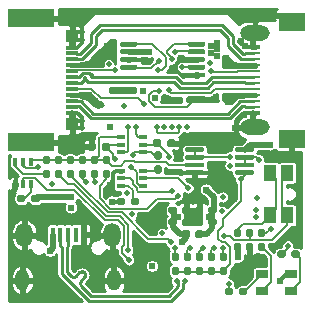
<source format=gtl>
%TF.GenerationSoftware,KiCad,Pcbnew,(5.1.7)-1*%
%TF.CreationDate,2020-11-18T22:53:05+01:00*%
%TF.ProjectId,twonkie,74776f6e-6b69-4652-9e6b-696361645f70,rev?*%
%TF.SameCoordinates,PX448d510PY20b3950*%
%TF.FileFunction,Copper,L1,Top*%
%TF.FilePolarity,Positive*%
%FSLAX46Y46*%
G04 Gerber Fmt 4.6, Leading zero omitted, Abs format (unit mm)*
G04 Created by KiCad (PCBNEW (5.1.7)-1) date 2020-11-18 22:53:05*
%MOMM*%
%LPD*%
G01*
G04 APERTURE LIST*
%TA.AperFunction,ComponentPad*%
%ADD10O,1.150000X1.800000*%
%TD*%
%TA.AperFunction,ComponentPad*%
%ADD11O,1.450000X2.000000*%
%TD*%
%TA.AperFunction,SMDPad,CuDef*%
%ADD12R,0.450000X1.300000*%
%TD*%
%TA.AperFunction,SMDPad,CuDef*%
%ADD13R,1.000000X0.260000*%
%TD*%
%TA.AperFunction,SMDPad,CuDef*%
%ADD14R,1.250000X0.410000*%
%TD*%
%TA.AperFunction,ComponentPad*%
%ADD15O,2.500000X1.300000*%
%TD*%
%TA.AperFunction,SMDPad,CuDef*%
%ADD16R,2.200000X1.500000*%
%TD*%
%TA.AperFunction,SMDPad,CuDef*%
%ADD17R,4.000000X1.500000*%
%TD*%
%TA.AperFunction,SMDPad,CuDef*%
%ADD18R,1.000000X0.300000*%
%TD*%
%TA.AperFunction,SMDPad,CuDef*%
%ADD19R,1.000000X1.000000*%
%TD*%
%TA.AperFunction,SMDPad,CuDef*%
%ADD20R,0.650000X0.400000*%
%TD*%
%TA.AperFunction,SMDPad,CuDef*%
%ADD21R,1.050000X1.400000*%
%TD*%
%TA.AperFunction,SMDPad,CuDef*%
%ADD22R,0.400000X0.650000*%
%TD*%
%TA.AperFunction,SMDPad,CuDef*%
%ADD23R,1.000000X0.800000*%
%TD*%
%TA.AperFunction,ViaPad*%
%ADD24C,0.609600*%
%TD*%
%TA.AperFunction,ViaPad*%
%ADD25C,0.508000*%
%TD*%
%TA.AperFunction,ViaPad*%
%ADD26C,0.457200*%
%TD*%
%TA.AperFunction,Conductor*%
%ADD27C,0.508000*%
%TD*%
%TA.AperFunction,Conductor*%
%ADD28C,0.304800*%
%TD*%
%TA.AperFunction,Conductor*%
%ADD29C,0.203200*%
%TD*%
%TA.AperFunction,Conductor*%
%ADD30C,0.127000*%
%TD*%
%TA.AperFunction,Conductor*%
%ADD31C,0.248920*%
%TD*%
%TA.AperFunction,Conductor*%
%ADD32C,0.254000*%
%TD*%
%TA.AperFunction,Conductor*%
%ADD33C,0.100000*%
%TD*%
G04 APERTURE END LIST*
D10*
%TO.P,J3,6*%
%TO.N,GND*%
X9209000Y-23286000D03*
X1459000Y-23286000D03*
D11*
X9059000Y-19486000D03*
X1609000Y-19486000D03*
D12*
%TO.P,J3,5*%
X6634000Y-19436000D03*
%TO.P,J3,4*%
%TO.N,Net-(J3-Pad4)*%
X5984000Y-19436000D03*
%TO.P,J3,3*%
%TO.N,/USB_B_D+*%
X5334000Y-19436000D03*
%TO.P,J3,2*%
%TO.N,/USB_B_D-*%
X4684000Y-19436000D03*
%TO.P,J3,1*%
%TO.N,Net-(D1-Pad1)*%
X4034000Y-19436000D03*
%TD*%
%TO.P,R24,2*%
%TO.N,Net-(R24-Pad2)*%
%TA.AperFunction,SMDPad,CuDef*%
G36*
G01*
X19845000Y-19635500D02*
X19525000Y-19635500D01*
G75*
G02*
X19365000Y-19475500I0J160000D01*
G01*
X19365000Y-19080500D01*
G75*
G02*
X19525000Y-18920500I160000J0D01*
G01*
X19845000Y-18920500D01*
G75*
G02*
X20005000Y-19080500I0J-160000D01*
G01*
X20005000Y-19475500D01*
G75*
G02*
X19845000Y-19635500I-160000J0D01*
G01*
G37*
%TD.AperFunction*%
%TO.P,R24,1*%
%TO.N,+3V3*%
%TA.AperFunction,SMDPad,CuDef*%
G36*
G01*
X19845000Y-20830500D02*
X19525000Y-20830500D01*
G75*
G02*
X19365000Y-20670500I0J160000D01*
G01*
X19365000Y-20275500D01*
G75*
G02*
X19525000Y-20115500I160000J0D01*
G01*
X19845000Y-20115500D01*
G75*
G02*
X20005000Y-20275500I0J-160000D01*
G01*
X20005000Y-20670500D01*
G75*
G02*
X19845000Y-20830500I-160000J0D01*
G01*
G37*
%TD.AperFunction*%
%TD*%
%TO.P,U2,1*%
%TO.N,/CC2_PLUG*%
%TA.AperFunction,SMDPad,CuDef*%
G36*
G01*
X16935000Y-7763000D02*
X16935000Y-7963000D01*
G75*
G02*
X16835000Y-8063000I-100000J0D01*
G01*
X15560000Y-8063000D01*
G75*
G02*
X15460000Y-7963000I0J100000D01*
G01*
X15460000Y-7763000D01*
G75*
G02*
X15560000Y-7663000I100000J0D01*
G01*
X16835000Y-7663000D01*
G75*
G02*
X16935000Y-7763000I0J-100000D01*
G01*
G37*
%TD.AperFunction*%
%TO.P,U2,4*%
%TO.N,GND*%
%TA.AperFunction,SMDPad,CuDef*%
G36*
G01*
X16935000Y-5813000D02*
X16935000Y-6013000D01*
G75*
G02*
X16835000Y-6113000I-100000J0D01*
G01*
X15560000Y-6113000D01*
G75*
G02*
X15460000Y-6013000I0J100000D01*
G01*
X15460000Y-5813000D01*
G75*
G02*
X15560000Y-5713000I100000J0D01*
G01*
X16835000Y-5713000D01*
G75*
G02*
X16935000Y-5813000I0J-100000D01*
G01*
G37*
%TD.AperFunction*%
%TO.P,U2,5*%
%TO.N,+3V3*%
%TA.AperFunction,SMDPad,CuDef*%
G36*
G01*
X16935000Y-5163000D02*
X16935000Y-5363000D01*
G75*
G02*
X16835000Y-5463000I-100000J0D01*
G01*
X15560000Y-5463000D01*
G75*
G02*
X15460000Y-5363000I0J100000D01*
G01*
X15460000Y-5163000D01*
G75*
G02*
X15560000Y-5063000I100000J0D01*
G01*
X16835000Y-5063000D01*
G75*
G02*
X16935000Y-5163000I0J-100000D01*
G01*
G37*
%TD.AperFunction*%
%TO.P,U2,6*%
%TO.N,GND*%
%TA.AperFunction,SMDPad,CuDef*%
G36*
G01*
X16935000Y-4513000D02*
X16935000Y-4713000D01*
G75*
G02*
X16835000Y-4813000I-100000J0D01*
G01*
X15560000Y-4813000D01*
G75*
G02*
X15460000Y-4713000I0J100000D01*
G01*
X15460000Y-4513000D01*
G75*
G02*
X15560000Y-4413000I100000J0D01*
G01*
X16835000Y-4413000D01*
G75*
G02*
X16935000Y-4513000I0J-100000D01*
G01*
G37*
%TD.AperFunction*%
%TO.P,U2,7*%
%TO.N,/VCONN_ALERT_L*%
%TA.AperFunction,SMDPad,CuDef*%
G36*
G01*
X16935000Y-3863000D02*
X16935000Y-4063000D01*
G75*
G02*
X16835000Y-4163000I-100000J0D01*
G01*
X15560000Y-4163000D01*
G75*
G02*
X15460000Y-4063000I0J100000D01*
G01*
X15460000Y-3863000D01*
G75*
G02*
X15560000Y-3763000I100000J0D01*
G01*
X16835000Y-3763000D01*
G75*
G02*
X16935000Y-3863000I0J-100000D01*
G01*
G37*
%TD.AperFunction*%
%TO.P,U2,8*%
%TO.N,/INA_SDA*%
%TA.AperFunction,SMDPad,CuDef*%
G36*
G01*
X16935000Y-3213000D02*
X16935000Y-3413000D01*
G75*
G02*
X16835000Y-3513000I-100000J0D01*
G01*
X15560000Y-3513000D01*
G75*
G02*
X15460000Y-3413000I0J100000D01*
G01*
X15460000Y-3213000D01*
G75*
G02*
X15560000Y-3113000I100000J0D01*
G01*
X16835000Y-3113000D01*
G75*
G02*
X16935000Y-3213000I0J-100000D01*
G01*
G37*
%TD.AperFunction*%
%TO.P,U2,9*%
%TO.N,/INA_SCL*%
%TA.AperFunction,SMDPad,CuDef*%
G36*
G01*
X11210000Y-3213000D02*
X11210000Y-3413000D01*
G75*
G02*
X11110000Y-3513000I-100000J0D01*
G01*
X9835000Y-3513000D01*
G75*
G02*
X9735000Y-3413000I0J100000D01*
G01*
X9735000Y-3213000D01*
G75*
G02*
X9835000Y-3113000I100000J0D01*
G01*
X11110000Y-3113000D01*
G75*
G02*
X11210000Y-3213000I0J-100000D01*
G01*
G37*
%TD.AperFunction*%
%TO.P,U2,10*%
%TO.N,+3V3*%
%TA.AperFunction,SMDPad,CuDef*%
G36*
G01*
X11210000Y-3863000D02*
X11210000Y-4063000D01*
G75*
G02*
X11110000Y-4163000I-100000J0D01*
G01*
X9835000Y-4163000D01*
G75*
G02*
X9735000Y-4063000I0J100000D01*
G01*
X9735000Y-3863000D01*
G75*
G02*
X9835000Y-3763000I100000J0D01*
G01*
X11110000Y-3763000D01*
G75*
G02*
X11210000Y-3863000I0J-100000D01*
G01*
G37*
%TD.AperFunction*%
%TO.P,U2,11*%
%TO.N,GND*%
%TA.AperFunction,SMDPad,CuDef*%
G36*
G01*
X11210000Y-4513000D02*
X11210000Y-4713000D01*
G75*
G02*
X11110000Y-4813000I-100000J0D01*
G01*
X9835000Y-4813000D01*
G75*
G02*
X9735000Y-4713000I0J100000D01*
G01*
X9735000Y-4513000D01*
G75*
G02*
X9835000Y-4413000I100000J0D01*
G01*
X11110000Y-4413000D01*
G75*
G02*
X11210000Y-4513000I0J-100000D01*
G01*
G37*
%TD.AperFunction*%
%TO.P,U2,12*%
%TO.N,/CC2_PLUG*%
%TA.AperFunction,SMDPad,CuDef*%
G36*
G01*
X11210000Y-5163000D02*
X11210000Y-5363000D01*
G75*
G02*
X11110000Y-5463000I-100000J0D01*
G01*
X9835000Y-5463000D01*
G75*
G02*
X9735000Y-5363000I0J100000D01*
G01*
X9735000Y-5163000D01*
G75*
G02*
X9835000Y-5063000I100000J0D01*
G01*
X11110000Y-5063000D01*
G75*
G02*
X11210000Y-5163000I0J-100000D01*
G01*
G37*
%TD.AperFunction*%
%TO.P,U2,15*%
%TO.N,/CC2_RECEP*%
%TA.AperFunction,SMDPad,CuDef*%
G36*
G01*
X11210000Y-7113000D02*
X11210000Y-7313000D01*
G75*
G02*
X11110000Y-7413000I-100000J0D01*
G01*
X9835000Y-7413000D01*
G75*
G02*
X9735000Y-7313000I0J100000D01*
G01*
X9735000Y-7113000D01*
G75*
G02*
X9835000Y-7013000I100000J0D01*
G01*
X11110000Y-7013000D01*
G75*
G02*
X11210000Y-7113000I0J-100000D01*
G01*
G37*
%TD.AperFunction*%
%TD*%
D13*
%TO.P,J1,A11*%
%TO.N,/RX2+*%
X21090000Y-8600000D03*
%TO.P,J1,A10*%
%TO.N,/RX2-*%
X21090000Y-8100000D03*
%TO.P,J1,A9*%
%TO.N,/VBUS_PLUG*%
X21090000Y-7600000D03*
%TO.P,J1,A8*%
%TO.N,/SBU1*%
X21090000Y-7100000D03*
%TO.P,J1,A7*%
%TO.N,/USBC_D-*%
X21090000Y-6600000D03*
%TO.P,J1,A6*%
%TO.N,/USBC_D+*%
X21090000Y-6100000D03*
%TO.P,J1,A5*%
%TO.N,/CC1_RECEP*%
X21090000Y-5600000D03*
%TO.P,J1,A4*%
%TO.N,/VBUS_PLUG*%
X21090000Y-5100000D03*
%TO.P,J1,A3*%
%TO.N,/TX1-*%
X21090000Y-4600000D03*
%TO.P,J1,A2*%
%TO.N,/TX1+*%
X21090000Y-4100000D03*
D14*
%TO.P,J1,A12*%
%TO.N,GND*%
X20965000Y-9175000D03*
%TO.P,J1,A1*%
X20965000Y-3525000D03*
D15*
%TO.P,J1,S1*%
X21190000Y-10360000D03*
%TO.P,J1,S2*%
X21190000Y-2340000D03*
D16*
%TO.P,J1,S3*%
X24290000Y-11300000D03*
%TO.P,J1,S4*%
X24290000Y-1400000D03*
%TD*%
D17*
%TO.P,J2,S6*%
%TO.N,GND*%
X2215000Y-11600000D03*
%TO.P,J2,S5*%
X2215000Y-1100000D03*
D18*
%TO.P,J2,A12*%
X5675000Y-9100000D03*
%TO.P,J2,A11*%
%TO.N,/RX2+*%
X5675000Y-8600000D03*
%TO.P,J2,A10*%
%TO.N,/RX2-*%
X5675000Y-8100000D03*
%TO.P,J2,A9*%
%TO.N,/VBUS_RECEP*%
X5675000Y-7600000D03*
%TO.P,J2,A8*%
%TO.N,/SBU1*%
X5675000Y-7100000D03*
%TO.P,J2,A7*%
%TO.N,/USBC_D-*%
X5675000Y-6600000D03*
%TO.P,J2,A6*%
%TO.N,/USBC_D+*%
X5675000Y-6100000D03*
%TO.P,J2,A5*%
%TO.N,/CC1_RECEP*%
X5675000Y-5600000D03*
%TO.P,J2,A4*%
%TO.N,/VBUS_RECEP*%
X5675000Y-5100000D03*
%TO.P,J2,A3*%
%TO.N,/TX1-*%
X5675000Y-4600000D03*
%TO.P,J2,A2*%
%TO.N,/TX1+*%
X5675000Y-4100000D03*
%TO.P,J2,A1*%
%TO.N,GND*%
X5675000Y-3600000D03*
D19*
%TO.P,J2,S1*%
X5675000Y-2600000D03*
%TO.P,J2,S2*%
X5675000Y-10100000D03*
%TD*%
D20*
%TO.P,Q3,6*%
%TO.N,/CC1_RECEP*%
X11681500Y-11161000D03*
%TO.P,Q3,4*%
%TO.N,/CC2*%
X11681500Y-12461000D03*
%TO.P,Q3,2*%
%TO.N,/CC1_EN*%
X9781500Y-11811000D03*
%TO.P,Q3,5*%
%TO.N,/CC2_EN*%
X11681500Y-11811000D03*
%TO.P,Q3,3*%
%TO.N,/CC2_RECEP*%
X9781500Y-12461000D03*
%TO.P,Q3,1*%
%TO.N,/CC1*%
X9781500Y-11161000D03*
%TD*%
%TO.P,C2,2*%
%TO.N,GND*%
%TA.AperFunction,SMDPad,CuDef*%
G36*
G01*
X14957400Y-18531900D02*
X14957400Y-18221900D01*
G75*
G02*
X15112400Y-18066900I155000J0D01*
G01*
X15537400Y-18066900D01*
G75*
G02*
X15692400Y-18221900I0J-155000D01*
G01*
X15692400Y-18531900D01*
G75*
G02*
X15537400Y-18686900I-155000J0D01*
G01*
X15112400Y-18686900D01*
G75*
G02*
X14957400Y-18531900I0J155000D01*
G01*
G37*
%TD.AperFunction*%
%TO.P,C2,1*%
%TO.N,+3V3*%
%TA.AperFunction,SMDPad,CuDef*%
G36*
G01*
X13822400Y-18531900D02*
X13822400Y-18221900D01*
G75*
G02*
X13977400Y-18066900I155000J0D01*
G01*
X14402400Y-18066900D01*
G75*
G02*
X14557400Y-18221900I0J-155000D01*
G01*
X14557400Y-18531900D01*
G75*
G02*
X14402400Y-18686900I-155000J0D01*
G01*
X13977400Y-18686900D01*
G75*
G02*
X13822400Y-18531900I0J155000D01*
G01*
G37*
%TD.AperFunction*%
%TD*%
%TO.P,C4,2*%
%TO.N,GND*%
%TA.AperFunction,SMDPad,CuDef*%
G36*
G01*
X14957400Y-17528600D02*
X14957400Y-17218600D01*
G75*
G02*
X15112400Y-17063600I155000J0D01*
G01*
X15537400Y-17063600D01*
G75*
G02*
X15692400Y-17218600I0J-155000D01*
G01*
X15692400Y-17528600D01*
G75*
G02*
X15537400Y-17683600I-155000J0D01*
G01*
X15112400Y-17683600D01*
G75*
G02*
X14957400Y-17528600I0J155000D01*
G01*
G37*
%TD.AperFunction*%
%TO.P,C4,1*%
%TO.N,+3V3*%
%TA.AperFunction,SMDPad,CuDef*%
G36*
G01*
X13822400Y-17528600D02*
X13822400Y-17218600D01*
G75*
G02*
X13977400Y-17063600I155000J0D01*
G01*
X14402400Y-17063600D01*
G75*
G02*
X14557400Y-17218600I0J-155000D01*
G01*
X14557400Y-17528600D01*
G75*
G02*
X14402400Y-17683600I-155000J0D01*
G01*
X13977400Y-17683600D01*
G75*
G02*
X13822400Y-17528600I0J155000D01*
G01*
G37*
%TD.AperFunction*%
%TD*%
%TO.P,R14,2*%
%TO.N,+3V3*%
%TA.AperFunction,SMDPad,CuDef*%
G36*
G01*
X2208500Y-16543000D02*
X2208500Y-16223000D01*
G75*
G02*
X2368500Y-16063000I160000J0D01*
G01*
X2763500Y-16063000D01*
G75*
G02*
X2923500Y-16223000I0J-160000D01*
G01*
X2923500Y-16543000D01*
G75*
G02*
X2763500Y-16703000I-160000J0D01*
G01*
X2368500Y-16703000D01*
G75*
G02*
X2208500Y-16543000I0J160000D01*
G01*
G37*
%TD.AperFunction*%
%TO.P,R14,1*%
%TO.N,Net-(Q1-Pad6)*%
%TA.AperFunction,SMDPad,CuDef*%
G36*
G01*
X1013500Y-16543000D02*
X1013500Y-16223000D01*
G75*
G02*
X1173500Y-16063000I160000J0D01*
G01*
X1568500Y-16063000D01*
G75*
G02*
X1728500Y-16223000I0J-160000D01*
G01*
X1728500Y-16543000D01*
G75*
G02*
X1568500Y-16703000I-160000J0D01*
G01*
X1173500Y-16703000D01*
G75*
G02*
X1013500Y-16543000I0J160000D01*
G01*
G37*
%TD.AperFunction*%
%TD*%
%TO.P,R16,2*%
%TO.N,GND*%
%TA.AperFunction,SMDPad,CuDef*%
G36*
G01*
X13702000Y-11844000D02*
X13702000Y-11524000D01*
G75*
G02*
X13862000Y-11364000I160000J0D01*
G01*
X14257000Y-11364000D01*
G75*
G02*
X14417000Y-11524000I0J-160000D01*
G01*
X14417000Y-11844000D01*
G75*
G02*
X14257000Y-12004000I-160000J0D01*
G01*
X13862000Y-12004000D01*
G75*
G02*
X13702000Y-11844000I0J160000D01*
G01*
G37*
%TD.AperFunction*%
%TO.P,R16,1*%
%TO.N,/CC2_EN*%
%TA.AperFunction,SMDPad,CuDef*%
G36*
G01*
X12507000Y-11844000D02*
X12507000Y-11524000D01*
G75*
G02*
X12667000Y-11364000I160000J0D01*
G01*
X13062000Y-11364000D01*
G75*
G02*
X13222000Y-11524000I0J-160000D01*
G01*
X13222000Y-11844000D01*
G75*
G02*
X13062000Y-12004000I-160000J0D01*
G01*
X12667000Y-12004000D01*
G75*
G02*
X12507000Y-11844000I0J160000D01*
G01*
G37*
%TD.AperFunction*%
%TD*%
D21*
%TO.P,SW1,2*%
%TO.N,/BOOT*%
X23897500Y-17802000D03*
X23897500Y-14202000D03*
%TO.P,SW1,1*%
%TO.N,Net-(R24-Pad2)*%
X22457500Y-17802000D03*
X22457500Y-14202000D03*
%TD*%
%TO.P,U5,8*%
%TO.N,+3V3*%
%TA.AperFunction,SMDPad,CuDef*%
G36*
G01*
X19461000Y-12333000D02*
X19461000Y-12133000D01*
G75*
G02*
X19561000Y-12033000I100000J0D01*
G01*
X20986000Y-12033000D01*
G75*
G02*
X21086000Y-12133000I0J-100000D01*
G01*
X21086000Y-12333000D01*
G75*
G02*
X20986000Y-12433000I-100000J0D01*
G01*
X19561000Y-12433000D01*
G75*
G02*
X19461000Y-12333000I0J100000D01*
G01*
G37*
%TD.AperFunction*%
%TO.P,U5,7*%
%TO.N,/CC2_BUF*%
%TA.AperFunction,SMDPad,CuDef*%
G36*
G01*
X19461000Y-12983000D02*
X19461000Y-12783000D01*
G75*
G02*
X19561000Y-12683000I100000J0D01*
G01*
X20986000Y-12683000D01*
G75*
G02*
X21086000Y-12783000I0J-100000D01*
G01*
X21086000Y-12983000D01*
G75*
G02*
X20986000Y-13083000I-100000J0D01*
G01*
X19561000Y-13083000D01*
G75*
G02*
X19461000Y-12983000I0J100000D01*
G01*
G37*
%TD.AperFunction*%
%TO.P,U5,6*%
%TA.AperFunction,SMDPad,CuDef*%
G36*
G01*
X19461000Y-13633000D02*
X19461000Y-13433000D01*
G75*
G02*
X19561000Y-13333000I100000J0D01*
G01*
X20986000Y-13333000D01*
G75*
G02*
X21086000Y-13433000I0J-100000D01*
G01*
X21086000Y-13633000D01*
G75*
G02*
X20986000Y-13733000I-100000J0D01*
G01*
X19561000Y-13733000D01*
G75*
G02*
X19461000Y-13633000I0J100000D01*
G01*
G37*
%TD.AperFunction*%
%TO.P,U5,5*%
%TO.N,/CC2*%
%TA.AperFunction,SMDPad,CuDef*%
G36*
G01*
X19461000Y-14283000D02*
X19461000Y-14083000D01*
G75*
G02*
X19561000Y-13983000I100000J0D01*
G01*
X20986000Y-13983000D01*
G75*
G02*
X21086000Y-14083000I0J-100000D01*
G01*
X21086000Y-14283000D01*
G75*
G02*
X20986000Y-14383000I-100000J0D01*
G01*
X19561000Y-14383000D01*
G75*
G02*
X19461000Y-14283000I0J100000D01*
G01*
G37*
%TD.AperFunction*%
%TO.P,U5,4*%
%TO.N,GND*%
%TA.AperFunction,SMDPad,CuDef*%
G36*
G01*
X15236000Y-14283000D02*
X15236000Y-14083000D01*
G75*
G02*
X15336000Y-13983000I100000J0D01*
G01*
X16761000Y-13983000D01*
G75*
G02*
X16861000Y-14083000I0J-100000D01*
G01*
X16861000Y-14283000D01*
G75*
G02*
X16761000Y-14383000I-100000J0D01*
G01*
X15336000Y-14383000D01*
G75*
G02*
X15236000Y-14283000I0J100000D01*
G01*
G37*
%TD.AperFunction*%
%TO.P,U5,3*%
%TO.N,/CC1*%
%TA.AperFunction,SMDPad,CuDef*%
G36*
G01*
X15236000Y-13633000D02*
X15236000Y-13433000D01*
G75*
G02*
X15336000Y-13333000I100000J0D01*
G01*
X16761000Y-13333000D01*
G75*
G02*
X16861000Y-13433000I0J-100000D01*
G01*
X16861000Y-13633000D01*
G75*
G02*
X16761000Y-13733000I-100000J0D01*
G01*
X15336000Y-13733000D01*
G75*
G02*
X15236000Y-13633000I0J100000D01*
G01*
G37*
%TD.AperFunction*%
%TO.P,U5,2*%
%TO.N,/CC1_BUF*%
%TA.AperFunction,SMDPad,CuDef*%
G36*
G01*
X15236000Y-12983000D02*
X15236000Y-12783000D01*
G75*
G02*
X15336000Y-12683000I100000J0D01*
G01*
X16761000Y-12683000D01*
G75*
G02*
X16861000Y-12783000I0J-100000D01*
G01*
X16861000Y-12983000D01*
G75*
G02*
X16761000Y-13083000I-100000J0D01*
G01*
X15336000Y-13083000D01*
G75*
G02*
X15236000Y-12983000I0J100000D01*
G01*
G37*
%TD.AperFunction*%
%TO.P,U5,1*%
%TA.AperFunction,SMDPad,CuDef*%
G36*
G01*
X15236000Y-12333000D02*
X15236000Y-12133000D01*
G75*
G02*
X15336000Y-12033000I100000J0D01*
G01*
X16761000Y-12033000D01*
G75*
G02*
X16861000Y-12133000I0J-100000D01*
G01*
X16861000Y-12333000D01*
G75*
G02*
X16761000Y-12433000I-100000J0D01*
G01*
X15336000Y-12433000D01*
G75*
G02*
X15236000Y-12333000I0J100000D01*
G01*
G37*
%TD.AperFunction*%
%TD*%
%TO.P,R23,2*%
%TO.N,Net-(Q2-Pad3)*%
%TA.AperFunction,SMDPad,CuDef*%
G36*
G01*
X12794000Y-13575000D02*
X13114000Y-13575000D01*
G75*
G02*
X13274000Y-13735000I0J-160000D01*
G01*
X13274000Y-14130000D01*
G75*
G02*
X13114000Y-14290000I-160000J0D01*
G01*
X12794000Y-14290000D01*
G75*
G02*
X12634000Y-14130000I0J160000D01*
G01*
X12634000Y-13735000D01*
G75*
G02*
X12794000Y-13575000I160000J0D01*
G01*
G37*
%TD.AperFunction*%
%TO.P,R23,1*%
%TO.N,/CC2*%
%TA.AperFunction,SMDPad,CuDef*%
G36*
G01*
X12794000Y-12380000D02*
X13114000Y-12380000D01*
G75*
G02*
X13274000Y-12540000I0J-160000D01*
G01*
X13274000Y-12935000D01*
G75*
G02*
X13114000Y-13095000I-160000J0D01*
G01*
X12794000Y-13095000D01*
G75*
G02*
X12634000Y-12935000I0J160000D01*
G01*
X12634000Y-12540000D01*
G75*
G02*
X12794000Y-12380000I160000J0D01*
G01*
G37*
%TD.AperFunction*%
%TD*%
%TO.P,R22,2*%
%TO.N,+3V3*%
%TA.AperFunction,SMDPad,CuDef*%
G36*
G01*
X10174000Y-16477000D02*
X10174000Y-16797000D01*
G75*
G02*
X10014000Y-16957000I-160000J0D01*
G01*
X9619000Y-16957000D01*
G75*
G02*
X9459000Y-16797000I0J160000D01*
G01*
X9459000Y-16477000D01*
G75*
G02*
X9619000Y-16317000I160000J0D01*
G01*
X10014000Y-16317000D01*
G75*
G02*
X10174000Y-16477000I0J-160000D01*
G01*
G37*
%TD.AperFunction*%
%TO.P,R22,1*%
%TO.N,Net-(Q2-Pad6)*%
%TA.AperFunction,SMDPad,CuDef*%
G36*
G01*
X11369000Y-16477000D02*
X11369000Y-16797000D01*
G75*
G02*
X11209000Y-16957000I-160000J0D01*
G01*
X10814000Y-16957000D01*
G75*
G02*
X10654000Y-16797000I0J160000D01*
G01*
X10654000Y-16477000D01*
G75*
G02*
X10814000Y-16317000I160000J0D01*
G01*
X11209000Y-16317000D01*
G75*
G02*
X11369000Y-16477000I0J-160000D01*
G01*
G37*
%TD.AperFunction*%
%TD*%
%TO.P,R21,2*%
%TO.N,/CC2*%
%TA.AperFunction,SMDPad,CuDef*%
G36*
G01*
X18318500Y-22147500D02*
X18638500Y-22147500D01*
G75*
G02*
X18798500Y-22307500I0J-160000D01*
G01*
X18798500Y-22702500D01*
G75*
G02*
X18638500Y-22862500I-160000J0D01*
G01*
X18318500Y-22862500D01*
G75*
G02*
X18158500Y-22702500I0J160000D01*
G01*
X18158500Y-22307500D01*
G75*
G02*
X18318500Y-22147500I160000J0D01*
G01*
G37*
%TD.AperFunction*%
%TO.P,R21,1*%
%TO.N,/CC2_RPUSB*%
%TA.AperFunction,SMDPad,CuDef*%
G36*
G01*
X18318500Y-20952500D02*
X18638500Y-20952500D01*
G75*
G02*
X18798500Y-21112500I0J-160000D01*
G01*
X18798500Y-21507500D01*
G75*
G02*
X18638500Y-21667500I-160000J0D01*
G01*
X18318500Y-21667500D01*
G75*
G02*
X18158500Y-21507500I0J160000D01*
G01*
X18158500Y-21112500D01*
G75*
G02*
X18318500Y-20952500I160000J0D01*
G01*
G37*
%TD.AperFunction*%
%TD*%
%TO.P,R20,2*%
%TO.N,/CC2*%
%TA.AperFunction,SMDPad,CuDef*%
G36*
G01*
X17302500Y-22147500D02*
X17622500Y-22147500D01*
G75*
G02*
X17782500Y-22307500I0J-160000D01*
G01*
X17782500Y-22702500D01*
G75*
G02*
X17622500Y-22862500I-160000J0D01*
G01*
X17302500Y-22862500D01*
G75*
G02*
X17142500Y-22702500I0J160000D01*
G01*
X17142500Y-22307500D01*
G75*
G02*
X17302500Y-22147500I160000J0D01*
G01*
G37*
%TD.AperFunction*%
%TO.P,R20,1*%
%TO.N,/CC2_RD*%
%TA.AperFunction,SMDPad,CuDef*%
G36*
G01*
X17302500Y-20952500D02*
X17622500Y-20952500D01*
G75*
G02*
X17782500Y-21112500I0J-160000D01*
G01*
X17782500Y-21507500D01*
G75*
G02*
X17622500Y-21667500I-160000J0D01*
G01*
X17302500Y-21667500D01*
G75*
G02*
X17142500Y-21507500I0J160000D01*
G01*
X17142500Y-21112500D01*
G75*
G02*
X17302500Y-20952500I160000J0D01*
G01*
G37*
%TD.AperFunction*%
%TD*%
%TO.P,R19,2*%
%TO.N,/CC2*%
%TA.AperFunction,SMDPad,CuDef*%
G36*
G01*
X16286500Y-22147500D02*
X16606500Y-22147500D01*
G75*
G02*
X16766500Y-22307500I0J-160000D01*
G01*
X16766500Y-22702500D01*
G75*
G02*
X16606500Y-22862500I-160000J0D01*
G01*
X16286500Y-22862500D01*
G75*
G02*
X16126500Y-22702500I0J160000D01*
G01*
X16126500Y-22307500D01*
G75*
G02*
X16286500Y-22147500I160000J0D01*
G01*
G37*
%TD.AperFunction*%
%TO.P,R19,1*%
%TO.N,/CC2_RP1A5*%
%TA.AperFunction,SMDPad,CuDef*%
G36*
G01*
X16286500Y-20952500D02*
X16606500Y-20952500D01*
G75*
G02*
X16766500Y-21112500I0J-160000D01*
G01*
X16766500Y-21507500D01*
G75*
G02*
X16606500Y-21667500I-160000J0D01*
G01*
X16286500Y-21667500D01*
G75*
G02*
X16126500Y-21507500I0J160000D01*
G01*
X16126500Y-21112500D01*
G75*
G02*
X16286500Y-20952500I160000J0D01*
G01*
G37*
%TD.AperFunction*%
%TD*%
%TO.P,R18,2*%
%TO.N,/CC2*%
%TA.AperFunction,SMDPad,CuDef*%
G36*
G01*
X15270500Y-22147500D02*
X15590500Y-22147500D01*
G75*
G02*
X15750500Y-22307500I0J-160000D01*
G01*
X15750500Y-22702500D01*
G75*
G02*
X15590500Y-22862500I-160000J0D01*
G01*
X15270500Y-22862500D01*
G75*
G02*
X15110500Y-22702500I0J160000D01*
G01*
X15110500Y-22307500D01*
G75*
G02*
X15270500Y-22147500I160000J0D01*
G01*
G37*
%TD.AperFunction*%
%TO.P,R18,1*%
%TO.N,/CC2_RA*%
%TA.AperFunction,SMDPad,CuDef*%
G36*
G01*
X15270500Y-20952500D02*
X15590500Y-20952500D01*
G75*
G02*
X15750500Y-21112500I0J-160000D01*
G01*
X15750500Y-21507500D01*
G75*
G02*
X15590500Y-21667500I-160000J0D01*
G01*
X15270500Y-21667500D01*
G75*
G02*
X15110500Y-21507500I0J160000D01*
G01*
X15110500Y-21112500D01*
G75*
G02*
X15270500Y-20952500I160000J0D01*
G01*
G37*
%TD.AperFunction*%
%TD*%
%TO.P,R17,2*%
%TO.N,/CC2*%
%TA.AperFunction,SMDPad,CuDef*%
G36*
G01*
X14254500Y-22147500D02*
X14574500Y-22147500D01*
G75*
G02*
X14734500Y-22307500I0J-160000D01*
G01*
X14734500Y-22702500D01*
G75*
G02*
X14574500Y-22862500I-160000J0D01*
G01*
X14254500Y-22862500D01*
G75*
G02*
X14094500Y-22702500I0J160000D01*
G01*
X14094500Y-22307500D01*
G75*
G02*
X14254500Y-22147500I160000J0D01*
G01*
G37*
%TD.AperFunction*%
%TO.P,R17,1*%
%TO.N,/CC2_RP3A0*%
%TA.AperFunction,SMDPad,CuDef*%
G36*
G01*
X14254500Y-20952500D02*
X14574500Y-20952500D01*
G75*
G02*
X14734500Y-21112500I0J-160000D01*
G01*
X14734500Y-21507500D01*
G75*
G02*
X14574500Y-21667500I-160000J0D01*
G01*
X14254500Y-21667500D01*
G75*
G02*
X14094500Y-21507500I0J160000D01*
G01*
X14094500Y-21112500D01*
G75*
G02*
X14254500Y-20952500I160000J0D01*
G01*
G37*
%TD.AperFunction*%
%TD*%
%TO.P,R15,2*%
%TO.N,Net-(Q1-Pad3)*%
%TA.AperFunction,SMDPad,CuDef*%
G36*
G01*
X3332500Y-13956000D02*
X3652500Y-13956000D01*
G75*
G02*
X3812500Y-14116000I0J-160000D01*
G01*
X3812500Y-14511000D01*
G75*
G02*
X3652500Y-14671000I-160000J0D01*
G01*
X3332500Y-14671000D01*
G75*
G02*
X3172500Y-14511000I0J160000D01*
G01*
X3172500Y-14116000D01*
G75*
G02*
X3332500Y-13956000I160000J0D01*
G01*
G37*
%TD.AperFunction*%
%TO.P,R15,1*%
%TO.N,/CC1*%
%TA.AperFunction,SMDPad,CuDef*%
G36*
G01*
X3332500Y-12761000D02*
X3652500Y-12761000D01*
G75*
G02*
X3812500Y-12921000I0J-160000D01*
G01*
X3812500Y-13316000D01*
G75*
G02*
X3652500Y-13476000I-160000J0D01*
G01*
X3332500Y-13476000D01*
G75*
G02*
X3172500Y-13316000I0J160000D01*
G01*
X3172500Y-12921000D01*
G75*
G02*
X3332500Y-12761000I160000J0D01*
G01*
G37*
%TD.AperFunction*%
%TD*%
%TO.P,R13,2*%
%TO.N,/CC1*%
%TA.AperFunction,SMDPad,CuDef*%
G36*
G01*
X4668500Y-13476000D02*
X4348500Y-13476000D01*
G75*
G02*
X4188500Y-13316000I0J160000D01*
G01*
X4188500Y-12921000D01*
G75*
G02*
X4348500Y-12761000I160000J0D01*
G01*
X4668500Y-12761000D01*
G75*
G02*
X4828500Y-12921000I0J-160000D01*
G01*
X4828500Y-13316000D01*
G75*
G02*
X4668500Y-13476000I-160000J0D01*
G01*
G37*
%TD.AperFunction*%
%TO.P,R13,1*%
%TO.N,/CC1_RPUSB*%
%TA.AperFunction,SMDPad,CuDef*%
G36*
G01*
X4668500Y-14671000D02*
X4348500Y-14671000D01*
G75*
G02*
X4188500Y-14511000I0J160000D01*
G01*
X4188500Y-14116000D01*
G75*
G02*
X4348500Y-13956000I160000J0D01*
G01*
X4668500Y-13956000D01*
G75*
G02*
X4828500Y-14116000I0J-160000D01*
G01*
X4828500Y-14511000D01*
G75*
G02*
X4668500Y-14671000I-160000J0D01*
G01*
G37*
%TD.AperFunction*%
%TD*%
%TO.P,R12,2*%
%TO.N,/CC1*%
%TA.AperFunction,SMDPad,CuDef*%
G36*
G01*
X5684500Y-13476000D02*
X5364500Y-13476000D01*
G75*
G02*
X5204500Y-13316000I0J160000D01*
G01*
X5204500Y-12921000D01*
G75*
G02*
X5364500Y-12761000I160000J0D01*
G01*
X5684500Y-12761000D01*
G75*
G02*
X5844500Y-12921000I0J-160000D01*
G01*
X5844500Y-13316000D01*
G75*
G02*
X5684500Y-13476000I-160000J0D01*
G01*
G37*
%TD.AperFunction*%
%TO.P,R12,1*%
%TO.N,/CC1_RD*%
%TA.AperFunction,SMDPad,CuDef*%
G36*
G01*
X5684500Y-14671000D02*
X5364500Y-14671000D01*
G75*
G02*
X5204500Y-14511000I0J160000D01*
G01*
X5204500Y-14116000D01*
G75*
G02*
X5364500Y-13956000I160000J0D01*
G01*
X5684500Y-13956000D01*
G75*
G02*
X5844500Y-14116000I0J-160000D01*
G01*
X5844500Y-14511000D01*
G75*
G02*
X5684500Y-14671000I-160000J0D01*
G01*
G37*
%TD.AperFunction*%
%TD*%
%TO.P,R11,2*%
%TO.N,/CC1*%
%TA.AperFunction,SMDPad,CuDef*%
G36*
G01*
X6700500Y-13476000D02*
X6380500Y-13476000D01*
G75*
G02*
X6220500Y-13316000I0J160000D01*
G01*
X6220500Y-12921000D01*
G75*
G02*
X6380500Y-12761000I160000J0D01*
G01*
X6700500Y-12761000D01*
G75*
G02*
X6860500Y-12921000I0J-160000D01*
G01*
X6860500Y-13316000D01*
G75*
G02*
X6700500Y-13476000I-160000J0D01*
G01*
G37*
%TD.AperFunction*%
%TO.P,R11,1*%
%TO.N,/CC1_RP1A5*%
%TA.AperFunction,SMDPad,CuDef*%
G36*
G01*
X6700500Y-14671000D02*
X6380500Y-14671000D01*
G75*
G02*
X6220500Y-14511000I0J160000D01*
G01*
X6220500Y-14116000D01*
G75*
G02*
X6380500Y-13956000I160000J0D01*
G01*
X6700500Y-13956000D01*
G75*
G02*
X6860500Y-14116000I0J-160000D01*
G01*
X6860500Y-14511000D01*
G75*
G02*
X6700500Y-14671000I-160000J0D01*
G01*
G37*
%TD.AperFunction*%
%TD*%
%TO.P,R10,2*%
%TO.N,/CC1*%
%TA.AperFunction,SMDPad,CuDef*%
G36*
G01*
X7716500Y-13476000D02*
X7396500Y-13476000D01*
G75*
G02*
X7236500Y-13316000I0J160000D01*
G01*
X7236500Y-12921000D01*
G75*
G02*
X7396500Y-12761000I160000J0D01*
G01*
X7716500Y-12761000D01*
G75*
G02*
X7876500Y-12921000I0J-160000D01*
G01*
X7876500Y-13316000D01*
G75*
G02*
X7716500Y-13476000I-160000J0D01*
G01*
G37*
%TD.AperFunction*%
%TO.P,R10,1*%
%TO.N,/CC1_RA*%
%TA.AperFunction,SMDPad,CuDef*%
G36*
G01*
X7716500Y-14671000D02*
X7396500Y-14671000D01*
G75*
G02*
X7236500Y-14511000I0J160000D01*
G01*
X7236500Y-14116000D01*
G75*
G02*
X7396500Y-13956000I160000J0D01*
G01*
X7716500Y-13956000D01*
G75*
G02*
X7876500Y-14116000I0J-160000D01*
G01*
X7876500Y-14511000D01*
G75*
G02*
X7716500Y-14671000I-160000J0D01*
G01*
G37*
%TD.AperFunction*%
%TD*%
%TO.P,R9,2*%
%TO.N,/CC1*%
%TA.AperFunction,SMDPad,CuDef*%
G36*
G01*
X8732500Y-13476000D02*
X8412500Y-13476000D01*
G75*
G02*
X8252500Y-13316000I0J160000D01*
G01*
X8252500Y-12921000D01*
G75*
G02*
X8412500Y-12761000I160000J0D01*
G01*
X8732500Y-12761000D01*
G75*
G02*
X8892500Y-12921000I0J-160000D01*
G01*
X8892500Y-13316000D01*
G75*
G02*
X8732500Y-13476000I-160000J0D01*
G01*
G37*
%TD.AperFunction*%
%TO.P,R9,1*%
%TO.N,/CC1_RP3A0*%
%TA.AperFunction,SMDPad,CuDef*%
G36*
G01*
X8732500Y-14671000D02*
X8412500Y-14671000D01*
G75*
G02*
X8252500Y-14511000I0J160000D01*
G01*
X8252500Y-14116000D01*
G75*
G02*
X8412500Y-13956000I160000J0D01*
G01*
X8732500Y-13956000D01*
G75*
G02*
X8892500Y-14116000I0J-160000D01*
G01*
X8892500Y-14511000D01*
G75*
G02*
X8732500Y-14671000I-160000J0D01*
G01*
G37*
%TD.AperFunction*%
%TD*%
%TO.P,R8,2*%
%TO.N,GND*%
%TA.AperFunction,SMDPad,CuDef*%
G36*
G01*
X7697500Y-11841500D02*
X7697500Y-12161500D01*
G75*
G02*
X7537500Y-12321500I-160000J0D01*
G01*
X7142500Y-12321500D01*
G75*
G02*
X6982500Y-12161500I0J160000D01*
G01*
X6982500Y-11841500D01*
G75*
G02*
X7142500Y-11681500I160000J0D01*
G01*
X7537500Y-11681500D01*
G75*
G02*
X7697500Y-11841500I0J-160000D01*
G01*
G37*
%TD.AperFunction*%
%TO.P,R8,1*%
%TO.N,/CC1_EN*%
%TA.AperFunction,SMDPad,CuDef*%
G36*
G01*
X8892500Y-11841500D02*
X8892500Y-12161500D01*
G75*
G02*
X8732500Y-12321500I-160000J0D01*
G01*
X8337500Y-12321500D01*
G75*
G02*
X8177500Y-12161500I0J160000D01*
G01*
X8177500Y-11841500D01*
G75*
G02*
X8337500Y-11681500I160000J0D01*
G01*
X8732500Y-11681500D01*
G75*
G02*
X8892500Y-11841500I0J-160000D01*
G01*
G37*
%TD.AperFunction*%
%TD*%
%TO.P,R7,2*%
%TO.N,/LED_B_L*%
%TA.AperFunction,SMDPad,CuDef*%
G36*
G01*
X19318000Y-24097000D02*
X19318000Y-24417000D01*
G75*
G02*
X19158000Y-24577000I-160000J0D01*
G01*
X18763000Y-24577000D01*
G75*
G02*
X18603000Y-24417000I0J160000D01*
G01*
X18603000Y-24097000D01*
G75*
G02*
X18763000Y-23937000I160000J0D01*
G01*
X19158000Y-23937000D01*
G75*
G02*
X19318000Y-24097000I0J-160000D01*
G01*
G37*
%TD.AperFunction*%
%TO.P,R7,1*%
%TO.N,Net-(DS2-Pad3)*%
%TA.AperFunction,SMDPad,CuDef*%
G36*
G01*
X20513000Y-24097000D02*
X20513000Y-24417000D01*
G75*
G02*
X20353000Y-24577000I-160000J0D01*
G01*
X19958000Y-24577000D01*
G75*
G02*
X19798000Y-24417000I0J160000D01*
G01*
X19798000Y-24097000D01*
G75*
G02*
X19958000Y-23937000I160000J0D01*
G01*
X20353000Y-23937000D01*
G75*
G02*
X20513000Y-24097000I0J-160000D01*
G01*
G37*
%TD.AperFunction*%
%TD*%
%TO.P,R6,2*%
%TO.N,/LED_G_L*%
%TA.AperFunction,SMDPad,CuDef*%
G36*
G01*
X21877000Y-19635500D02*
X21557000Y-19635500D01*
G75*
G02*
X21397000Y-19475500I0J160000D01*
G01*
X21397000Y-19080500D01*
G75*
G02*
X21557000Y-18920500I160000J0D01*
G01*
X21877000Y-18920500D01*
G75*
G02*
X22037000Y-19080500I0J-160000D01*
G01*
X22037000Y-19475500D01*
G75*
G02*
X21877000Y-19635500I-160000J0D01*
G01*
G37*
%TD.AperFunction*%
%TO.P,R6,1*%
%TO.N,Net-(DS2-Pad4)*%
%TA.AperFunction,SMDPad,CuDef*%
G36*
G01*
X21877000Y-20830500D02*
X21557000Y-20830500D01*
G75*
G02*
X21397000Y-20670500I0J160000D01*
G01*
X21397000Y-20275500D01*
G75*
G02*
X21557000Y-20115500I160000J0D01*
G01*
X21877000Y-20115500D01*
G75*
G02*
X22037000Y-20275500I0J-160000D01*
G01*
X22037000Y-20670500D01*
G75*
G02*
X21877000Y-20830500I-160000J0D01*
G01*
G37*
%TD.AperFunction*%
%TD*%
%TO.P,R5,2*%
%TO.N,/LED_R_L*%
%TA.AperFunction,SMDPad,CuDef*%
G36*
G01*
X23763000Y-20922000D02*
X23763000Y-21242000D01*
G75*
G02*
X23603000Y-21402000I-160000J0D01*
G01*
X23208000Y-21402000D01*
G75*
G02*
X23048000Y-21242000I0J160000D01*
G01*
X23048000Y-20922000D01*
G75*
G02*
X23208000Y-20762000I160000J0D01*
G01*
X23603000Y-20762000D01*
G75*
G02*
X23763000Y-20922000I0J-160000D01*
G01*
G37*
%TD.AperFunction*%
%TO.P,R5,1*%
%TO.N,Net-(DS2-Pad1)*%
%TA.AperFunction,SMDPad,CuDef*%
G36*
G01*
X24958000Y-20922000D02*
X24958000Y-21242000D01*
G75*
G02*
X24798000Y-21402000I-160000J0D01*
G01*
X24403000Y-21402000D01*
G75*
G02*
X24243000Y-21242000I0J160000D01*
G01*
X24243000Y-20922000D01*
G75*
G02*
X24403000Y-20762000I160000J0D01*
G01*
X24798000Y-20762000D01*
G75*
G02*
X24958000Y-20922000I0J-160000D01*
G01*
G37*
%TD.AperFunction*%
%TD*%
%TO.P,R1,2*%
%TO.N,GND*%
%TA.AperFunction,SMDPad,CuDef*%
G36*
G01*
X20541000Y-20115500D02*
X20861000Y-20115500D01*
G75*
G02*
X21021000Y-20275500I0J-160000D01*
G01*
X21021000Y-20670500D01*
G75*
G02*
X20861000Y-20830500I-160000J0D01*
G01*
X20541000Y-20830500D01*
G75*
G02*
X20381000Y-20670500I0J160000D01*
G01*
X20381000Y-20275500D01*
G75*
G02*
X20541000Y-20115500I160000J0D01*
G01*
G37*
%TD.AperFunction*%
%TO.P,R1,1*%
%TO.N,/BOOT*%
%TA.AperFunction,SMDPad,CuDef*%
G36*
G01*
X20541000Y-18920500D02*
X20861000Y-18920500D01*
G75*
G02*
X21021000Y-19080500I0J-160000D01*
G01*
X21021000Y-19475500D01*
G75*
G02*
X20861000Y-19635500I-160000J0D01*
G01*
X20541000Y-19635500D01*
G75*
G02*
X20381000Y-19475500I0J160000D01*
G01*
X20381000Y-19080500D01*
G75*
G02*
X20541000Y-18920500I160000J0D01*
G01*
G37*
%TD.AperFunction*%
%TD*%
D20*
%TO.P,Q2,6*%
%TO.N,Net-(Q2-Pad6)*%
X9781500Y-15318500D03*
%TO.P,Q2,4*%
%TO.N,GND*%
X9781500Y-14018500D03*
%TO.P,Q2,2*%
%TO.N,/CC2_TX_DATA*%
X11681500Y-14668500D03*
%TO.P,Q2,5*%
%TO.N,/CC2_TX_EN*%
X9781500Y-14668500D03*
%TO.P,Q2,3*%
%TO.N,Net-(Q2-Pad3)*%
X11681500Y-14018500D03*
%TO.P,Q2,1*%
%TO.N,/CC2*%
X11681500Y-15318500D03*
%TD*%
D22*
%TO.P,Q1,6*%
%TO.N,Net-(Q1-Pad6)*%
X2174000Y-15174000D03*
%TO.P,Q1,4*%
%TO.N,GND*%
X874000Y-15174000D03*
%TO.P,Q1,2*%
%TO.N,/CC1_TX_DATA*%
X1524000Y-13274000D03*
%TO.P,Q1,5*%
%TO.N,/CC1_TX_EN*%
X1524000Y-15174000D03*
%TO.P,Q1,3*%
%TO.N,Net-(Q1-Pad3)*%
X874000Y-13274000D03*
%TO.P,Q1,1*%
%TO.N,/CC1*%
X2174000Y-13274000D03*
%TD*%
%TO.P,FB2,2*%
%TO.N,Net-(C5-Pad1)*%
%TA.AperFunction,SMDPad,CuDef*%
G36*
G01*
X16065000Y-19552900D02*
X16065000Y-19232900D01*
G75*
G02*
X16225000Y-19072900I160000J0D01*
G01*
X16670000Y-19072900D01*
G75*
G02*
X16830000Y-19232900I0J-160000D01*
G01*
X16830000Y-19552900D01*
G75*
G02*
X16670000Y-19712900I-160000J0D01*
G01*
X16225000Y-19712900D01*
G75*
G02*
X16065000Y-19552900I0J160000D01*
G01*
G37*
%TD.AperFunction*%
%TO.P,FB2,1*%
%TO.N,+3V3*%
%TA.AperFunction,SMDPad,CuDef*%
G36*
G01*
X14920000Y-19552900D02*
X14920000Y-19232900D01*
G75*
G02*
X15080000Y-19072900I160000J0D01*
G01*
X15525000Y-19072900D01*
G75*
G02*
X15685000Y-19232900I0J-160000D01*
G01*
X15685000Y-19552900D01*
G75*
G02*
X15525000Y-19712900I-160000J0D01*
G01*
X15080000Y-19712900D01*
G75*
G02*
X14920000Y-19552900I0J160000D01*
G01*
G37*
%TD.AperFunction*%
%TD*%
D23*
%TO.P,DS2,2*%
%TO.N,+5V*%
X24237000Y-22795000D03*
%TO.P,DS2,3*%
%TO.N,Net-(DS2-Pad3)*%
X21737000Y-22795000D03*
%TO.P,DS2,4*%
%TO.N,Net-(DS2-Pad4)*%
X21737000Y-24195000D03*
%TO.P,DS2,1*%
%TO.N,Net-(DS2-Pad1)*%
X24237000Y-24195000D03*
%TD*%
%TO.P,C6,2*%
%TO.N,GND*%
%TA.AperFunction,SMDPad,CuDef*%
G36*
G01*
X16792600Y-17218600D02*
X16792600Y-17528600D01*
G75*
G02*
X16637600Y-17683600I-155000J0D01*
G01*
X16212600Y-17683600D01*
G75*
G02*
X16057600Y-17528600I0J155000D01*
G01*
X16057600Y-17218600D01*
G75*
G02*
X16212600Y-17063600I155000J0D01*
G01*
X16637600Y-17063600D01*
G75*
G02*
X16792600Y-17218600I0J-155000D01*
G01*
G37*
%TD.AperFunction*%
%TO.P,C6,1*%
%TO.N,Net-(C5-Pad1)*%
%TA.AperFunction,SMDPad,CuDef*%
G36*
G01*
X17927600Y-17218600D02*
X17927600Y-17528600D01*
G75*
G02*
X17772600Y-17683600I-155000J0D01*
G01*
X17347600Y-17683600D01*
G75*
G02*
X17192600Y-17528600I0J155000D01*
G01*
X17192600Y-17218600D01*
G75*
G02*
X17347600Y-17063600I155000J0D01*
G01*
X17772600Y-17063600D01*
G75*
G02*
X17927600Y-17218600I0J-155000D01*
G01*
G37*
%TD.AperFunction*%
%TD*%
%TO.P,C5,2*%
%TO.N,GND*%
%TA.AperFunction,SMDPad,CuDef*%
G36*
G01*
X16792600Y-18221900D02*
X16792600Y-18531900D01*
G75*
G02*
X16637600Y-18686900I-155000J0D01*
G01*
X16212600Y-18686900D01*
G75*
G02*
X16057600Y-18531900I0J155000D01*
G01*
X16057600Y-18221900D01*
G75*
G02*
X16212600Y-18066900I155000J0D01*
G01*
X16637600Y-18066900D01*
G75*
G02*
X16792600Y-18221900I0J-155000D01*
G01*
G37*
%TD.AperFunction*%
%TO.P,C5,1*%
%TO.N,Net-(C5-Pad1)*%
%TA.AperFunction,SMDPad,CuDef*%
G36*
G01*
X17927600Y-18221900D02*
X17927600Y-18531900D01*
G75*
G02*
X17772600Y-18686900I-155000J0D01*
G01*
X17347600Y-18686900D01*
G75*
G02*
X17192600Y-18531900I0J155000D01*
G01*
X17192600Y-18221900D01*
G75*
G02*
X17347600Y-18066900I155000J0D01*
G01*
X17772600Y-18066900D01*
G75*
G02*
X17927600Y-18221900I0J-155000D01*
G01*
G37*
%TD.AperFunction*%
%TD*%
D24*
%TO.N,GND*%
X19494500Y-23050500D03*
X13462000Y-20447000D03*
X15875000Y-17881600D03*
X12192000Y-4699000D03*
X4953000Y-635000D03*
D25*
X6477000Y-10414000D03*
X6477000Y-9779000D03*
X6477000Y-2921000D03*
X6477000Y-2286000D03*
D24*
X5334000Y-18097500D03*
X13412792Y-16961149D03*
D25*
X19177000Y-14732000D03*
D24*
X8890000Y-15240000D03*
X5969000Y-18097500D03*
X4699000Y-18097500D03*
X12382500Y-23558500D03*
X21209000Y-21399500D03*
X5842000Y-12065000D03*
X21717000Y-635000D03*
X20320000Y-3492500D03*
X19939000Y-3048000D03*
X19431000Y-10414000D03*
X20256500Y-9271000D03*
X19558000Y-11303000D03*
X24257000Y-12700000D03*
X22352000Y-1016000D03*
X5334000Y-11430000D03*
X6350000Y-11430000D03*
X4953000Y-1333500D03*
X13906500Y-8102590D03*
X14922500Y-4445000D03*
X5651500Y-1460500D03*
X23622000Y-12700000D03*
%TO.N,+5V*%
X23241000Y-23368000D03*
%TO.N,+3V3*%
X5588000Y-17145000D03*
X11684000Y-7239000D03*
X12442000Y-22102000D03*
X12700000Y-7874000D03*
X19685000Y-21336000D03*
X5588000Y-16256000D03*
X14605000Y-17907000D03*
X9017000Y-16637000D03*
X12206419Y-3951419D03*
X14986000Y-20066000D03*
D25*
X14993294Y-5261560D03*
D24*
X8890000Y-10350500D03*
X22415500Y-11811000D03*
%TO.N,Net-(D1-Pad1)*%
X3810000Y-20828000D03*
D25*
%TO.N,/CC1_RECEP*%
X10033000Y-8509000D03*
X17399000Y-5588000D03*
X9271000Y-5524500D03*
X11049000Y-10350500D03*
D24*
%TO.N,/CC2_RECEP*%
X9144000Y-7239000D03*
D25*
X10414000Y-10350500D03*
%TO.N,/CC1_TX_DATA*%
X2794000Y-13716000D03*
X4000500Y-15113000D03*
%TO.N,/CC1_TX_EN*%
X10477500Y-21590000D03*
%TO.N,/CC2_TX_DATA*%
X15494000Y-15494000D03*
X18351625Y-17462625D03*
%TO.N,/CC2_TX_EN*%
X14132613Y-15704645D03*
%TO.N,/CC2*%
X10668000Y-13716000D03*
X19939000Y-14732000D03*
X10795000Y-12700000D03*
%TO.N,/CC1_EN*%
X9337588Y-13053528D03*
X18415000Y-16256000D03*
%TO.N,/CC2_EN*%
X13843000Y-12827000D03*
X19050000Y-13589000D03*
%TO.N,/BOOT*%
X18516600Y-19555981D03*
%TO.N,/LED_R_L*%
X23939500Y-20383500D03*
%TO.N,/LED_G_L*%
X22479000Y-18923000D03*
%TO.N,/LED_B_L*%
X18923000Y-23622000D03*
%TO.N,/CC1_RP3A0*%
X14605000Y-16129000D03*
%TO.N,/CC1_RA*%
X7576582Y-15013987D03*
%TO.N,/CC1_RP1A5*%
X6893653Y-15000138D03*
%TO.N,/CC1_RD*%
X14010642Y-20035519D03*
%TO.N,/CC1_RPUSB*%
X10383547Y-20741506D03*
%TO.N,/CC2_RP3A0*%
X14351000Y-20574000D03*
%TO.N,/CC2_RA*%
X15621000Y-20574000D03*
%TO.N,/CC2_RP1A5*%
X16793347Y-20574000D03*
%TO.N,/CC2_RD*%
X17653000Y-20574000D03*
%TO.N,/CC2_RPUSB*%
X18415000Y-20574000D03*
%TO.N,/INA_SCL*%
X12954000Y-5461000D03*
X13307848Y-19323564D03*
X13462000Y-10350500D03*
%TO.N,/INA_SDA*%
X10714245Y-17733755D03*
X14097000Y-4572000D03*
X12826997Y-10350500D03*
X14732000Y-10350500D03*
%TO.N,/VBUS_ALERT_L*%
X15367000Y-10350500D03*
X21209000Y-17970500D03*
%TO.N,/VCONN_ALERT_L*%
X21209000Y-17335500D03*
X14351000Y-3937000D03*
X14097000Y-10350500D03*
%TO.N,/CC2_BUF*%
X21463000Y-13081000D03*
%TO.N,/CC1_BUF*%
X19050000Y-12827000D03*
D24*
%TO.N,/VBUS_PLUG*%
X17907000Y-3746500D03*
X17399000Y-3429000D03*
X17399000Y-4064000D03*
X17907000Y-3175000D03*
X19240500Y-7683500D03*
X18923000Y-8128000D03*
X18669000Y-7683500D03*
X19387500Y-5100000D03*
X18796000Y-5080000D03*
X18669000Y-4508500D03*
X17907000Y-4318000D03*
%TO.N,/CC2_PLUG*%
X17843500Y-7747000D03*
D25*
X12992474Y-4699000D03*
X13017500Y-7239000D03*
D24*
%TO.N,/VBUS_RECEP*%
X8636000Y-3492500D03*
X8636000Y-4064000D03*
X9144000Y-3238500D03*
X9144000Y-3810000D03*
X7919185Y-4236185D03*
X7538185Y-4617185D03*
X7206621Y-7784100D03*
X7585260Y-8162740D03*
X9144000Y-4381500D03*
X8064500Y-8445500D03*
D25*
%TO.N,/SBU2*%
X17335500Y-4889500D03*
X8763000Y-4953000D03*
%TO.N,/SBU1*%
X13850496Y-7201516D03*
X11747500Y-8382000D03*
D26*
%TO.N,/USBC_D-*%
X6784653Y-6273790D03*
%TO.N,/USBC_D+*%
X7350212Y-6007090D03*
D25*
%TO.N,/USB_B_D+*%
X14519400Y-23368000D03*
%TO.N,/USB_B_D-*%
X15230600Y-23368000D03*
%TO.N,/TX_CLK*%
X21335742Y-16370299D03*
X10287000Y-15875000D03*
D24*
%TO.N,Net-(C5-Pad1)*%
X17272000Y-17907000D03*
X17018000Y-15621000D03*
%TD*%
D27*
%TO.N,GND*%
X15379700Y-18376900D02*
X15875000Y-17881600D01*
X15324900Y-18376900D02*
X15379700Y-18376900D01*
X16370300Y-18376900D02*
X15875000Y-17881600D01*
X16425100Y-18376900D02*
X16370300Y-18376900D01*
X16383000Y-17373600D02*
X15875000Y-17881600D01*
X16425100Y-17373600D02*
X16383000Y-17373600D01*
X15367000Y-17373600D02*
X15875000Y-17881600D01*
X15324900Y-17373600D02*
X15367000Y-17373600D01*
X5675000Y-10100000D02*
X5675000Y-9171001D01*
X5675000Y-2600000D02*
X5675000Y-3528999D01*
D28*
X9781500Y-14018500D02*
X9403578Y-14018500D01*
X9403578Y-14018500D02*
X9177099Y-14244979D01*
D29*
X14059500Y-11684000D02*
X14732000Y-11684000D01*
D28*
X9177099Y-14244979D02*
X9177099Y-14952901D01*
D29*
X14732000Y-11684000D02*
X14986000Y-11430000D01*
D28*
X9177099Y-14952901D02*
X8890000Y-15240000D01*
D27*
X874000Y-15174000D02*
X874000Y-15572500D01*
D29*
X14986000Y-11430000D02*
X18415000Y-11430000D01*
D27*
X874000Y-15572500D02*
X571500Y-15875000D01*
X23909000Y-1400000D02*
X23398000Y-889000D01*
X23398000Y-889000D02*
X20764500Y-889000D01*
D28*
X5675000Y-3600000D02*
X6115500Y-3600000D01*
X6477000Y-3238500D02*
X6477000Y-2921000D01*
X6115500Y-3600000D02*
X6477000Y-3238500D01*
X6477000Y-2921000D02*
X6477000Y-2286000D01*
X5989000Y-2286000D02*
X5675000Y-2600000D01*
X6477000Y-2286000D02*
X5989000Y-2286000D01*
X5996000Y-2921000D02*
X5675000Y-2600000D01*
X6477000Y-2921000D02*
X5996000Y-2921000D01*
X6477000Y-2286000D02*
X6477000Y-1841500D01*
X5715000Y-1079500D02*
X5080000Y-1079500D01*
X6477000Y-1841500D02*
X5715000Y-1079500D01*
X5675000Y-9100000D02*
X6115500Y-9100000D01*
X6477000Y-9461500D02*
X6477000Y-9779000D01*
X6115500Y-9100000D02*
X6477000Y-9461500D01*
X5996000Y-9779000D02*
X5675000Y-10100000D01*
X6477000Y-9779000D02*
X5996000Y-9779000D01*
X5989000Y-10414000D02*
X5675000Y-10100000D01*
X6477000Y-10414000D02*
X5989000Y-10414000D01*
X6477000Y-9779000D02*
X6477000Y-10414000D01*
D27*
X20965000Y-2523990D02*
X21148990Y-2340000D01*
X20965000Y-3525000D02*
X20965000Y-2523990D01*
D28*
X20965000Y-9175000D02*
X20225500Y-9175000D01*
X20225500Y-9175000D02*
X19621500Y-9779000D01*
D27*
X20965000Y-10176010D02*
X21148990Y-10360000D01*
X20965000Y-9175000D02*
X20965000Y-10176010D01*
X16197500Y-4613000D02*
X15090500Y-4613000D01*
X15090500Y-4613000D02*
X14922500Y-4445000D01*
D29*
X14930482Y-5913000D02*
X16197500Y-5913000D01*
X14485170Y-5467688D02*
X14930482Y-5913000D01*
X14485170Y-4882330D02*
X14485170Y-5467688D01*
X14922500Y-4445000D02*
X14485170Y-4882330D01*
D28*
%TO.N,+5V*%
X23814000Y-22795000D02*
X23241000Y-23368000D01*
X24237000Y-22795000D02*
X23814000Y-22795000D01*
D27*
%TO.N,+3V3*%
X2693000Y-16256000D02*
X2566000Y-16383000D01*
X5588000Y-16256000D02*
X2693000Y-16256000D01*
D28*
X14189900Y-17491900D02*
X14189900Y-17373600D01*
X14605000Y-17907000D02*
X14189900Y-17491900D01*
X14189900Y-18322100D02*
X14605000Y-17907000D01*
X14189900Y-18376900D02*
X14189900Y-18322100D01*
X14189900Y-18376900D02*
X14189900Y-17373600D01*
D27*
X14189900Y-18376900D02*
X14189900Y-18761900D01*
D28*
X9816500Y-16637000D02*
X9017000Y-16637000D01*
D27*
X14820900Y-19392900D02*
X14189900Y-18761900D01*
X15302500Y-19392900D02*
X14820900Y-19392900D01*
X11912000Y-3963000D02*
X10472500Y-3963000D01*
X12206419Y-3951419D02*
X11912000Y-3963000D01*
X15302500Y-19749500D02*
X14986000Y-20066000D01*
X15302500Y-19392900D02*
X15302500Y-19749500D01*
D29*
X16197500Y-5263000D02*
X14994734Y-5263000D01*
X14994734Y-5263000D02*
X14993294Y-5261560D01*
D27*
X20695500Y-11811000D02*
X22415500Y-11811000D01*
X20273500Y-12233000D02*
X20695500Y-11811000D01*
X19685000Y-21336000D02*
X19685000Y-20473000D01*
%TO.N,Net-(D1-Pad1)*%
X4034000Y-20604000D02*
X3810000Y-20828000D01*
X4034000Y-19436000D02*
X4034000Y-20604000D01*
D29*
%TO.N,Net-(DS2-Pad3)*%
X20312500Y-24219500D02*
X21737000Y-22795000D01*
X20155500Y-24257000D02*
X20155500Y-24137500D01*
%TO.N,Net-(DS2-Pad4)*%
X21737000Y-24195000D02*
X22479000Y-23453000D01*
X22479000Y-21235000D02*
X21717000Y-20473000D01*
X22479000Y-23453000D02*
X22479000Y-21235000D01*
%TO.N,/CC1_RECEP*%
X20709000Y-5600000D02*
X19676934Y-5600000D01*
X17444401Y-5633401D02*
X17399000Y-5588000D01*
X19643533Y-5633401D02*
X17444401Y-5633401D01*
X19676934Y-5600000D02*
X19643533Y-5633401D01*
D30*
X5675000Y-5600000D02*
X6084000Y-5600000D01*
X6084000Y-5600000D02*
X6223000Y-5461000D01*
X9207500Y-5461000D02*
X9271000Y-5524500D01*
X6223000Y-5461000D02*
X9207500Y-5461000D01*
D29*
X11049000Y-10922000D02*
X11288000Y-11161000D01*
X11288000Y-11161000D02*
X11681500Y-11161000D01*
X11049000Y-10350500D02*
X11049000Y-10922000D01*
D27*
%TO.N,/CC2_RECEP*%
X9170000Y-7213000D02*
X9144000Y-7239000D01*
D29*
X10309700Y-12461000D02*
X9781500Y-12461000D01*
X10414000Y-12356700D02*
X10309700Y-12461000D01*
X10414000Y-10350500D02*
X10414000Y-12356700D01*
%TO.N,Net-(Q1-Pad6)*%
X2174000Y-15834000D02*
X2174000Y-15174000D01*
X1625000Y-16383000D02*
X2174000Y-15834000D01*
%TO.N,/CC1_TX_DATA*%
X2682399Y-13827601D02*
X2794000Y-13716000D01*
X1762601Y-13827601D02*
X2682399Y-13827601D01*
X1524000Y-13589000D02*
X1762601Y-13827601D01*
X1524000Y-13274000D02*
X1524000Y-13589000D01*
%TO.N,/CC1_TX_EN*%
X9900946Y-20515554D02*
X9900946Y-21013446D01*
X10083789Y-20332711D02*
X9900946Y-20515554D01*
X10083789Y-18719789D02*
X10083789Y-20332711D01*
X9588500Y-18224500D02*
X10083789Y-18719789D01*
X2556881Y-14620399D02*
X3557482Y-15621000D01*
X9900946Y-21013446D02*
X10477500Y-21590000D01*
X8445500Y-18224500D02*
X9588500Y-18224500D01*
X5842000Y-15621000D02*
X8445500Y-18224500D01*
X3557482Y-15621000D02*
X5842000Y-15621000D01*
X1549401Y-14620399D02*
X2556881Y-14620399D01*
X1524000Y-14645800D02*
X1549401Y-14620399D01*
X1524000Y-15174000D02*
X1524000Y-14645800D01*
%TO.N,Net-(Q1-Pad3)*%
X1521312Y-14290188D02*
X3469188Y-14290188D01*
X3469188Y-14290188D02*
X3492500Y-14313500D01*
X874000Y-13642876D02*
X1521312Y-14290188D01*
X874000Y-13274000D02*
X874000Y-13642876D01*
%TO.N,/CC1*%
X8572500Y-13118500D02*
X7556500Y-13118500D01*
X7556500Y-13118500D02*
X6540500Y-13118500D01*
X6540500Y-13118500D02*
X5524500Y-13118500D01*
X5524500Y-13118500D02*
X4508500Y-13118500D01*
X4508500Y-13118500D02*
X3492500Y-13118500D01*
X2329500Y-13118500D02*
X2174000Y-13274000D01*
X3492500Y-13118500D02*
X2329500Y-13118500D01*
X7926110Y-11250890D02*
X7926110Y-12748890D01*
X9781500Y-11161000D02*
X8016000Y-11161000D01*
X7926110Y-12748890D02*
X7556500Y-13118500D01*
X8016000Y-11161000D02*
X7926110Y-11250890D01*
X10899649Y-13233399D02*
X10989860Y-13323610D01*
X10134601Y-13233399D02*
X10899649Y-13233399D01*
X9779000Y-13589000D02*
X10134601Y-13233399D01*
X9043000Y-13589000D02*
X9779000Y-13589000D01*
X8572500Y-13118500D02*
X9043000Y-13589000D01*
X13850500Y-13533000D02*
X13641110Y-13323610D01*
X16048500Y-13533000D02*
X13850500Y-13533000D01*
X10989860Y-13323610D02*
X13641110Y-13323610D01*
%TO.N,Net-(Q2-Pad6)*%
X10797689Y-16423189D02*
X11011500Y-16637000D01*
X10797689Y-15671439D02*
X10797689Y-16423189D01*
X10444750Y-15318500D02*
X10797689Y-15671439D01*
X9781500Y-15318500D02*
X10444750Y-15318500D01*
%TO.N,/CC2_TX_DATA*%
X14668500Y-14668500D02*
X11681500Y-14668500D01*
X15494000Y-15494000D02*
X14668500Y-14668500D01*
%TO.N,/CC2_TX_EN*%
X10604500Y-14668500D02*
X9781500Y-14668500D01*
X10797689Y-14861689D02*
X10604500Y-14668500D01*
X10797689Y-15188158D02*
X10797689Y-14861689D01*
X11292781Y-15866263D02*
X11127899Y-15701381D01*
X11127899Y-15701381D02*
X11127899Y-15518368D01*
X13970995Y-15866263D02*
X11292781Y-15866263D01*
X11127899Y-15518368D02*
X10797689Y-15188158D01*
X14132613Y-15704645D02*
X13970995Y-15866263D01*
%TO.N,Net-(Q2-Pad3)*%
X12868000Y-14018500D02*
X12954000Y-13932500D01*
X11681500Y-14018500D02*
X12868000Y-14018500D01*
%TO.N,/CC2*%
X10668000Y-13716000D02*
X10829700Y-13716000D01*
X11395018Y-15318500D02*
X11681500Y-15318500D01*
X11127899Y-15051381D02*
X11395018Y-15318500D01*
X11127899Y-14175899D02*
X11127899Y-15051381D01*
X10668000Y-13716000D02*
X11127899Y-14175899D01*
X18478500Y-22632000D02*
X17462500Y-22632000D01*
X17462500Y-22632000D02*
X16446500Y-22632000D01*
X16446500Y-22632000D02*
X15430500Y-22632000D01*
X15430500Y-22632000D02*
X14414500Y-22632000D01*
X11681500Y-12461000D02*
X12334000Y-12461000D01*
X12610500Y-12737500D02*
X12954000Y-12737500D01*
X12334000Y-12461000D02*
X12610500Y-12737500D01*
X11034000Y-12461000D02*
X10795000Y-12700000D01*
X11681500Y-12461000D02*
X11034000Y-12461000D01*
X19027110Y-20471860D02*
X19027110Y-21956390D01*
X18646649Y-20091399D02*
X19027110Y-20471860D01*
X19027110Y-21956390D02*
X18478500Y-22505000D01*
X19939000Y-16557750D02*
X18415000Y-18081750D01*
X19939000Y-14732000D02*
X19939000Y-16557750D01*
X18415000Y-18716513D02*
X18415000Y-18081750D01*
X18033999Y-19787630D02*
X18033999Y-19097514D01*
X18033999Y-19097514D02*
X18415000Y-18716513D01*
X18337768Y-20091399D02*
X18033999Y-19787630D01*
X18646649Y-20091399D02*
X18337768Y-20091399D01*
X20273500Y-14397500D02*
X19939000Y-14732000D01*
X20273500Y-14183000D02*
X20273500Y-14397500D01*
%TO.N,/CC1_EN*%
X8725500Y-11811000D02*
X8535000Y-12001500D01*
X9781500Y-11811000D02*
X8725500Y-11811000D01*
X9121110Y-12837050D02*
X9337588Y-13053528D01*
X9121110Y-12587610D02*
X9121110Y-12837050D01*
X8535000Y-12001500D02*
X9121110Y-12587610D01*
%TO.N,/CC2_EN*%
X12737500Y-11811000D02*
X12864500Y-11684000D01*
X11681500Y-11811000D02*
X12737500Y-11811000D01*
X13843000Y-12662500D02*
X13843000Y-12827000D01*
X12864500Y-11684000D02*
X13843000Y-12662500D01*
%TO.N,/BOOT*%
X19047981Y-19555981D02*
X19356110Y-19864110D01*
X18516600Y-19555981D02*
X19047981Y-19555981D01*
X23897500Y-18584000D02*
X23897500Y-17802000D01*
X22617390Y-19864110D02*
X23897500Y-18584000D01*
X20701000Y-19852720D02*
X20712390Y-19864110D01*
X20701000Y-19278000D02*
X20701000Y-19852720D01*
X20712390Y-19864110D02*
X22617390Y-19864110D01*
X19356110Y-19864110D02*
X20712390Y-19864110D01*
X23897500Y-17802000D02*
X23897500Y-17801500D01*
X23897500Y-17801500D02*
X23431500Y-17335500D01*
X23431500Y-14668000D02*
X23897500Y-14202000D01*
X23431500Y-17335500D02*
X23431500Y-14668000D01*
%TO.N,/LED_R_L*%
X23939500Y-20548000D02*
X23405500Y-21082000D01*
X23939500Y-20383500D02*
X23939500Y-20548000D01*
%TO.N,/LED_G_L*%
X21456710Y-19214500D02*
X21589710Y-19347500D01*
X22124000Y-19278000D02*
X22479000Y-18923000D01*
X21717000Y-19278000D02*
X22124000Y-19278000D01*
%TO.N,/LED_B_L*%
X18923000Y-24219500D02*
X18960500Y-24257000D01*
X18923000Y-23622000D02*
X18923000Y-24219500D01*
%TO.N,/CC1_RP3A0*%
X12827001Y-16382999D02*
X11976133Y-17233867D01*
X8001000Y-15339566D02*
X8572500Y-14768066D01*
X14605000Y-16129000D02*
X14351001Y-16382999D01*
X11976133Y-17233867D02*
X8855831Y-17233867D01*
X8001000Y-16379036D02*
X8001000Y-15339566D01*
X8572500Y-14768066D02*
X8572500Y-14313500D01*
X8855831Y-17233867D02*
X8001000Y-16379036D01*
X14351001Y-16382999D02*
X12827001Y-16382999D01*
%TO.N,/CC1_RA*%
X7556500Y-14313500D02*
X7556500Y-14993905D01*
X7556500Y-14993905D02*
X7576582Y-15013987D01*
%TO.N,/CC1_RP1A5*%
X6540500Y-14313500D02*
X6540500Y-14646985D01*
X6540500Y-14646985D02*
X6893653Y-15000138D01*
%TO.N,/CC1_RD*%
X5524500Y-14313500D02*
X5524500Y-14369524D01*
X5524500Y-14369524D02*
X6277238Y-15122262D01*
X6179054Y-15024078D02*
X6277238Y-15122262D01*
X14010642Y-20035519D02*
X13781288Y-19806165D01*
X12104141Y-19806165D02*
X9862054Y-17564078D01*
X8719054Y-17564078D02*
X6277238Y-15122262D01*
X13781288Y-19806165D02*
X12104141Y-19806165D01*
X9862054Y-17564078D02*
X8719054Y-17564078D01*
%TO.N,/CC1_RPUSB*%
X4508500Y-14160500D02*
X4508500Y-14313500D01*
X5800988Y-15113000D02*
X5308000Y-15113000D01*
X8582277Y-17894289D02*
X5800988Y-15113000D01*
X9725277Y-17894289D02*
X8582277Y-17894289D01*
X10414000Y-18583012D02*
X9725277Y-17894289D01*
X5308000Y-15113000D02*
X4508500Y-14313500D01*
X10414000Y-20711053D02*
X10414000Y-18583012D01*
X10383547Y-20741506D02*
X10414000Y-20711053D01*
%TO.N,/CC2_RP3A0*%
X14414500Y-20637500D02*
X14351000Y-20574000D01*
X14414500Y-21437000D02*
X14414500Y-20637500D01*
%TO.N,/CC2_RA*%
X15430500Y-21272500D02*
X15430500Y-21437000D01*
X15430500Y-20764500D02*
X15621000Y-20574000D01*
X15430500Y-21310000D02*
X15430500Y-20764500D01*
%TO.N,/CC2_RP1A5*%
X16446500Y-20920847D02*
X16793347Y-20574000D01*
X16446500Y-21310000D02*
X16446500Y-20920847D01*
%TO.N,/CC2_RD*%
X17462500Y-20764500D02*
X17653000Y-20574000D01*
X17462500Y-21310000D02*
X17462500Y-20764500D01*
%TO.N,/CC2_RPUSB*%
X18415000Y-21373500D02*
X18478500Y-21437000D01*
X18478500Y-20637500D02*
X18415000Y-20574000D01*
X18478500Y-21310000D02*
X18478500Y-20637500D01*
%TO.N,/INA_SCL*%
X13313210Y-5461000D02*
X12954000Y-5461000D01*
X13589000Y-5185210D02*
X13313210Y-5461000D01*
X13589000Y-4436318D02*
X13589000Y-5185210D01*
X12465682Y-3313000D02*
X13589000Y-4436318D01*
X10472500Y-3313000D02*
X12465682Y-3313000D01*
%TO.N,/INA_SDA*%
X14097000Y-4477332D02*
X14097000Y-4572000D01*
X13716000Y-4096332D02*
X14097000Y-4477332D01*
X13716000Y-3857750D02*
X13716000Y-4096332D01*
X14260750Y-3313000D02*
X13716000Y-3857750D01*
X16197500Y-3313000D02*
X14260750Y-3313000D01*
X14732000Y-10709710D02*
X14732000Y-10350500D01*
X12950388Y-10833101D02*
X14608609Y-10833101D01*
X12826997Y-10709710D02*
X12950388Y-10833101D01*
X14608609Y-10833101D02*
X14732000Y-10709710D01*
X12826997Y-10350500D02*
X12826997Y-10709710D01*
%TO.N,/VCONN_ALERT_L*%
X14376401Y-3911599D02*
X14351000Y-3937000D01*
X16146099Y-3911599D02*
X14376401Y-3911599D01*
X16197500Y-3963000D02*
X16146099Y-3911599D01*
%TO.N,/CC2_BUF*%
X20273500Y-12883000D02*
X20273500Y-13533000D01*
X21265000Y-12883000D02*
X21463000Y-13081000D01*
X20273500Y-12883000D02*
X21265000Y-12883000D01*
%TO.N,/CC1_BUF*%
X16048500Y-12883000D02*
X16048500Y-12233000D01*
X18994000Y-12883000D02*
X19050000Y-12827000D01*
X16048500Y-12883000D02*
X18994000Y-12883000D01*
D31*
%TO.N,/VBUS_PLUG*%
X19433080Y-7747000D02*
X19422316Y-7747000D01*
X19580080Y-7600000D02*
X19433080Y-7747000D01*
X20604000Y-7600000D02*
X19580080Y-7600000D01*
X19387500Y-5100000D02*
X20604000Y-5100000D01*
D29*
%TO.N,/CC2_PLUG*%
X10505401Y-5295901D02*
X10472500Y-5263000D01*
X12395573Y-5295901D02*
X10505401Y-5295901D01*
X12992474Y-4699000D02*
X12395573Y-5295901D01*
X15424500Y-8636000D02*
X16197500Y-7863000D01*
X12672566Y-8636000D02*
X15424500Y-8636000D01*
X12166599Y-7617967D02*
X12166599Y-8130033D01*
X13017500Y-7239000D02*
X12545566Y-7239000D01*
X12166599Y-8130033D02*
X12672566Y-8636000D01*
X12545566Y-7239000D02*
X12166599Y-7617967D01*
D31*
%TO.N,/VBUS_RECEP*%
X5675000Y-5100000D02*
X6584000Y-5100000D01*
D27*
X7206621Y-7855930D02*
X7513431Y-8162740D01*
X7538185Y-4617185D02*
X7466355Y-4617185D01*
D28*
X7466355Y-4617185D02*
X6983540Y-5100000D01*
D27*
X7538185Y-4545355D02*
X7847355Y-4236185D01*
X7919185Y-4164355D02*
X8228355Y-3855185D01*
X8228355Y-3855185D02*
X8300185Y-3855185D01*
X7538185Y-4617185D02*
X7538185Y-4545355D01*
X7206621Y-7784100D02*
X7134791Y-7784100D01*
X7919185Y-4236185D02*
X7919185Y-4164355D01*
X7847355Y-4236185D02*
X7919185Y-4236185D01*
X7513431Y-8162740D02*
X7585260Y-8162740D01*
D28*
X6983540Y-5100000D02*
X6584000Y-5100000D01*
D27*
X7206621Y-7784100D02*
X7206621Y-7855930D01*
D28*
X7022521Y-7600000D02*
X7206621Y-7784100D01*
X5675000Y-7600000D02*
X7022521Y-7600000D01*
D27*
X7585260Y-8234569D02*
X7585260Y-8162740D01*
X8064500Y-8445500D02*
X7894431Y-8543740D01*
X7894431Y-8543740D02*
X7585260Y-8234569D01*
D32*
%TO.N,/RX2+*%
X6071800Y-8553200D02*
X6233830Y-8553200D01*
X6025000Y-8600000D02*
X6071800Y-8553200D01*
X5675000Y-8600000D02*
X6025000Y-8600000D01*
X6233830Y-8553200D02*
X7281830Y-9601200D01*
X7281830Y-9601200D02*
X19007170Y-9601200D01*
X20339999Y-8600000D02*
X21090000Y-8600000D01*
X20293199Y-8553200D02*
X20339999Y-8600000D01*
X20055170Y-8553200D02*
X20293199Y-8553200D01*
X19007170Y-9601200D02*
X20055170Y-8553200D01*
%TO.N,/RX2-*%
X6071800Y-8146800D02*
X6402170Y-8146800D01*
X6025000Y-8100000D02*
X6071800Y-8146800D01*
X5675000Y-8100000D02*
X6025000Y-8100000D01*
X6402170Y-8146800D02*
X7450170Y-9194800D01*
X7450170Y-9194800D02*
X18838830Y-9194800D01*
X20339999Y-8100000D02*
X21090000Y-8100000D01*
X20293199Y-8146800D02*
X20339999Y-8100000D01*
X19886830Y-8146800D02*
X20293199Y-8146800D01*
X18838830Y-9194800D02*
X19886830Y-8146800D01*
D29*
%TO.N,/SBU1*%
X14083370Y-7434390D02*
X13850496Y-7201516D01*
X17394110Y-7434390D02*
X14083370Y-7434390D01*
X17738379Y-7090121D02*
X17394110Y-7434390D01*
X20699121Y-7090121D02*
X17738379Y-7090121D01*
X20709000Y-7100000D02*
X20699121Y-7090121D01*
X7311955Y-7100000D02*
X5675000Y-7100000D01*
X8085955Y-7874000D02*
X7311955Y-7100000D01*
X11239500Y-7874000D02*
X8085955Y-7874000D01*
X11747500Y-8382000D02*
X11239500Y-7874000D01*
D32*
%TO.N,/USBC_D-*%
X6458443Y-6600000D02*
X6784653Y-6273790D01*
X5675000Y-6600000D02*
X6458443Y-6600000D01*
X14266830Y-6489700D02*
X7000563Y-6489700D01*
X14774830Y-6997700D02*
X14266830Y-6489700D01*
X17165670Y-6997700D02*
X14774830Y-6997700D01*
X7000563Y-6489700D02*
X6784653Y-6273790D01*
X20289200Y-6553200D02*
X17610170Y-6553200D01*
X20336000Y-6600000D02*
X20289200Y-6553200D01*
X21090000Y-6600000D02*
X20336000Y-6600000D01*
X17610170Y-6553200D02*
X17165670Y-6997700D01*
D31*
%TO.N,/USBC_D+*%
X5698940Y-6123940D02*
X5675000Y-6100000D01*
D32*
X7130519Y-5787397D02*
X7350212Y-6007090D01*
X6556796Y-5787397D02*
X7130519Y-5787397D01*
X6244193Y-6100000D02*
X6556796Y-5787397D01*
X5675000Y-6100000D02*
X6244193Y-6100000D01*
X7426422Y-6083300D02*
X7350212Y-6007090D01*
X14943170Y-6591300D02*
X14435170Y-6083300D01*
X16997330Y-6591300D02*
X14943170Y-6591300D01*
X14435170Y-6083300D02*
X7426422Y-6083300D01*
X17488630Y-6100000D02*
X16997330Y-6591300D01*
X21090000Y-6100000D02*
X17488630Y-6100000D01*
%TO.N,/TX1-*%
X20293199Y-4553200D02*
X20013830Y-4553200D01*
X20339999Y-4600000D02*
X20293199Y-4553200D01*
X21090000Y-4600000D02*
X20339999Y-4600000D01*
X20013830Y-4553200D02*
X18910300Y-3449670D01*
X18203830Y-2108200D02*
X18910300Y-2814670D01*
X8212170Y-2108200D02*
X18203830Y-2108200D01*
X7696200Y-2624170D02*
X8212170Y-2108200D01*
X6529170Y-4553200D02*
X7696200Y-3386170D01*
X6071800Y-4553200D02*
X6529170Y-4553200D01*
X6025000Y-4600000D02*
X6071800Y-4553200D01*
X7696200Y-3386170D02*
X7696200Y-2624170D01*
X5675000Y-4600000D02*
X6025000Y-4600000D01*
X18910300Y-3449670D02*
X18910300Y-2814670D01*
%TO.N,/TX1+*%
X20293199Y-4146800D02*
X20182170Y-4146800D01*
X20339999Y-4100000D02*
X20293199Y-4146800D01*
X21090000Y-4100000D02*
X20339999Y-4100000D01*
X20182170Y-4146800D02*
X19316700Y-3281330D01*
X18372170Y-1701800D02*
X19316700Y-2646330D01*
X8043830Y-1701800D02*
X18372170Y-1701800D01*
X7289800Y-2455830D02*
X8043830Y-1701800D01*
X7289800Y-3217830D02*
X7289800Y-2455830D01*
X6360830Y-4146800D02*
X7289800Y-3217830D01*
X6071800Y-4146800D02*
X6360830Y-4146800D01*
X6025000Y-4100000D02*
X6071800Y-4146800D01*
X5675000Y-4100000D02*
X6025000Y-4100000D01*
X19316700Y-3281330D02*
X19316700Y-2646330D01*
D31*
%TO.N,/USB_B_D+*%
X14648940Y-23497540D02*
X14519400Y-23368000D01*
X14648940Y-23829862D02*
X14648940Y-23497540D01*
X13876362Y-24602440D02*
X14648940Y-23829862D01*
X7269138Y-24602440D02*
X13876362Y-24602440D01*
X6437627Y-23770929D02*
X7269138Y-24602440D01*
X6395740Y-23718405D02*
X6437627Y-23770929D01*
X6366592Y-23657879D02*
X6395740Y-23718405D01*
X6351644Y-23592386D02*
X6366592Y-23657879D01*
X6351643Y-23525206D02*
X6351644Y-23592386D01*
X6366593Y-23459713D02*
X6351643Y-23525206D01*
X6296204Y-22639557D02*
X6348727Y-22597672D01*
X5900313Y-22993432D02*
X5960840Y-22964286D01*
X5960840Y-22964286D02*
X6013363Y-22922401D01*
X6541926Y-22553575D02*
X6607421Y-22568525D01*
X5834820Y-23008382D02*
X5900313Y-22993432D01*
X5641620Y-22964285D02*
X5702147Y-22993433D01*
X6013363Y-22922401D02*
X6296204Y-22639557D01*
X6720468Y-23063821D02*
X6437626Y-23346664D01*
X5235060Y-22568362D02*
X5589099Y-22922401D01*
X5589099Y-22922401D02*
X5641620Y-22964285D01*
X5235060Y-20509941D02*
X5235060Y-22568362D01*
X6474748Y-22553576D02*
X6541926Y-22553575D01*
X5702147Y-22993433D02*
X5767640Y-23008381D01*
X6409253Y-22568524D02*
X6474748Y-22553576D01*
X5334000Y-20411001D02*
X5235060Y-20509941D01*
X6762353Y-23011298D02*
X6720468Y-23063821D01*
X5334000Y-19436000D02*
X5334000Y-20411001D01*
X6348727Y-22597672D02*
X6409253Y-22568524D01*
X6607421Y-22568525D02*
X6667947Y-22597673D01*
X6395741Y-23399187D02*
X6366593Y-23459713D01*
X6667947Y-22597673D02*
X6720468Y-22639557D01*
X6720468Y-22639557D02*
X6762354Y-22692080D01*
X6762354Y-22692080D02*
X6791500Y-22752605D01*
X6791500Y-22752605D02*
X6806450Y-22818100D01*
X6806450Y-22818100D02*
X6806449Y-22885278D01*
X6806449Y-22885278D02*
X6791501Y-22950773D01*
X5767640Y-23008381D02*
X5834820Y-23008382D01*
X6791501Y-22950773D02*
X6762353Y-23011298D01*
X6437626Y-23346664D02*
X6395741Y-23399187D01*
%TO.N,/USB_B_D-*%
X15230600Y-23368000D02*
X15101060Y-23497540D01*
X15101060Y-23497540D02*
X15101060Y-24017138D01*
X15101060Y-24017138D02*
X14063638Y-25054560D01*
X14063638Y-25054560D02*
X7081862Y-25054560D01*
X4684000Y-20411001D02*
X4684000Y-19436000D01*
X4782940Y-20509941D02*
X4684000Y-20411001D01*
X7081862Y-25054560D02*
X4782940Y-22755638D01*
X4782940Y-22755638D02*
X4782940Y-20509941D01*
D29*
%TO.N,Net-(DS2-Pad1)*%
X24965601Y-23466399D02*
X24237000Y-24195000D01*
X24965601Y-21447101D02*
X24965601Y-23466399D01*
X24600500Y-21082000D02*
X24965601Y-21447101D01*
D27*
%TO.N,Net-(C5-Pad1)*%
X17306100Y-17872900D02*
X17272000Y-17907000D01*
X17560100Y-17872900D02*
X17306100Y-17872900D01*
X17560100Y-18376900D02*
X17560100Y-17872900D01*
X17560100Y-17872900D02*
X17560100Y-17373600D01*
X17653000Y-16256000D02*
X17018000Y-15621000D01*
X17653000Y-17280700D02*
X17653000Y-16256000D01*
X17560100Y-17373600D02*
X17653000Y-17280700D01*
X16447500Y-19392900D02*
X17056100Y-19392900D01*
X17560100Y-18888900D02*
X17560100Y-18376900D01*
X17056100Y-19392900D02*
X17560100Y-18888900D01*
%TO.N,Net-(R24-Pad2)*%
X22415500Y-14160000D02*
X22457500Y-14202000D01*
D29*
X19685000Y-19214500D02*
X19685000Y-18986500D01*
X19685000Y-19278000D02*
X19685000Y-18986500D01*
X19685000Y-18986500D02*
X20129500Y-18542000D01*
X21717500Y-18542000D02*
X22457500Y-17802000D01*
X20129500Y-18542000D02*
X21717500Y-18542000D01*
X22457500Y-17802000D02*
X22457500Y-17738000D01*
X22457500Y-17738000D02*
X22923500Y-17272000D01*
X22923500Y-14668000D02*
X22457500Y-14202000D01*
X22923500Y-17272000D02*
X22923500Y-14668000D01*
%TD*%
D32*
%TO.N,GND*%
X355678Y-15711696D02*
X403289Y-15769711D01*
X461304Y-15817322D01*
X527492Y-15852701D01*
X599311Y-15874487D01*
X674000Y-15881843D01*
X705750Y-15880000D01*
X746998Y-15838752D01*
X746998Y-15880000D01*
X859993Y-15880000D01*
X843794Y-15893294D01*
X785807Y-15963952D01*
X742719Y-16044565D01*
X716185Y-16132034D01*
X707226Y-16223000D01*
X707226Y-16543000D01*
X716185Y-16633966D01*
X742719Y-16721435D01*
X785807Y-16802048D01*
X843794Y-16872706D01*
X914452Y-16930693D01*
X995065Y-16973781D01*
X1082534Y-17000315D01*
X1173500Y-17009274D01*
X1568500Y-17009274D01*
X1659466Y-17000315D01*
X1746935Y-16973781D01*
X1827548Y-16930693D01*
X1898206Y-16872706D01*
X1956193Y-16802048D01*
X1968500Y-16779023D01*
X1980807Y-16802048D01*
X2038794Y-16872706D01*
X2109452Y-16930693D01*
X2190065Y-16973781D01*
X2277534Y-17000315D01*
X2368500Y-17009274D01*
X2763500Y-17009274D01*
X2854466Y-17000315D01*
X2941935Y-16973781D01*
X3022548Y-16930693D01*
X3093206Y-16872706D01*
X3140728Y-16814800D01*
X5075472Y-16814800D01*
X5047779Y-16856246D01*
X5001826Y-16967186D01*
X4978400Y-17084960D01*
X4978400Y-17205040D01*
X5001826Y-17322814D01*
X5047779Y-17433754D01*
X5114492Y-17533598D01*
X5199402Y-17618508D01*
X5299246Y-17685221D01*
X5410186Y-17731174D01*
X5527960Y-17754600D01*
X5648040Y-17754600D01*
X5765814Y-17731174D01*
X5876754Y-17685221D01*
X5976598Y-17618508D01*
X6061508Y-17533598D01*
X6128221Y-17433754D01*
X6174174Y-17322814D01*
X6197600Y-17205040D01*
X6197600Y-17084960D01*
X6174174Y-16967186D01*
X6128221Y-16856246D01*
X6061508Y-16756402D01*
X6005606Y-16700500D01*
X6061508Y-16644598D01*
X6128221Y-16544754D01*
X6146614Y-16500350D01*
X8144023Y-18497760D01*
X8156742Y-18513258D01*
X8172240Y-18525977D01*
X8172245Y-18525982D01*
X8180835Y-18533031D01*
X8085790Y-18670419D01*
X7999028Y-18870670D01*
X7953000Y-19084000D01*
X7953000Y-19359000D01*
X8932000Y-19359000D01*
X8932000Y-19339000D01*
X9186000Y-19339000D01*
X9186000Y-19359000D01*
X9206000Y-19359000D01*
X9206000Y-19613000D01*
X9186000Y-19613000D01*
X9186000Y-20763740D01*
X9356308Y-20826290D01*
X9494547Y-20777199D01*
X9494547Y-20993484D01*
X9492581Y-21013446D01*
X9500427Y-21093114D01*
X9523665Y-21169720D01*
X9541232Y-21202584D01*
X9561403Y-21240322D01*
X9571431Y-21252541D01*
X9599464Y-21286700D01*
X9599470Y-21286706D01*
X9612189Y-21302204D01*
X9627687Y-21314923D01*
X9918700Y-21605936D01*
X9918700Y-21645037D01*
X9940174Y-21752996D01*
X9982298Y-21854691D01*
X10043452Y-21946214D01*
X10121286Y-22024048D01*
X10212809Y-22085202D01*
X10314504Y-22127326D01*
X10422463Y-22148800D01*
X10532537Y-22148800D01*
X10640496Y-22127326D01*
X10742191Y-22085202D01*
X10806906Y-22041960D01*
X11832400Y-22041960D01*
X11832400Y-22162040D01*
X11855826Y-22279814D01*
X11901779Y-22390754D01*
X11968492Y-22490598D01*
X12053402Y-22575508D01*
X12153246Y-22642221D01*
X12264186Y-22688174D01*
X12381960Y-22711600D01*
X12502040Y-22711600D01*
X12619814Y-22688174D01*
X12730754Y-22642221D01*
X12830598Y-22575508D01*
X12915508Y-22490598D01*
X12982221Y-22390754D01*
X13028174Y-22279814D01*
X13051600Y-22162040D01*
X13051600Y-22041960D01*
X13028174Y-21924186D01*
X12982221Y-21813246D01*
X12915508Y-21713402D01*
X12830598Y-21628492D01*
X12730754Y-21561779D01*
X12619814Y-21515826D01*
X12502040Y-21492400D01*
X12381960Y-21492400D01*
X12264186Y-21515826D01*
X12153246Y-21561779D01*
X12053402Y-21628492D01*
X11968492Y-21713402D01*
X11901779Y-21813246D01*
X11855826Y-21924186D01*
X11832400Y-22041960D01*
X10806906Y-22041960D01*
X10833714Y-22024048D01*
X10911548Y-21946214D01*
X10972702Y-21854691D01*
X11014826Y-21752996D01*
X11036300Y-21645037D01*
X11036300Y-21534963D01*
X11014826Y-21427004D01*
X10972702Y-21325309D01*
X10911548Y-21233786D01*
X10833714Y-21155952D01*
X10789144Y-21126171D01*
X10817595Y-21097720D01*
X10878749Y-21006197D01*
X10920873Y-20904502D01*
X10942347Y-20796543D01*
X10942347Y-20686469D01*
X10920873Y-20578510D01*
X10878749Y-20476815D01*
X10820400Y-20389490D01*
X10820400Y-19097161D01*
X11802664Y-20079425D01*
X11815383Y-20094923D01*
X11830881Y-20107642D01*
X11830886Y-20107647D01*
X11851887Y-20124882D01*
X11877265Y-20145709D01*
X11934753Y-20176437D01*
X11947866Y-20183446D01*
X12024472Y-20206684D01*
X12031745Y-20207400D01*
X12084181Y-20212565D01*
X12084188Y-20212565D01*
X12104141Y-20214530D01*
X12124094Y-20212565D01*
X13479136Y-20212565D01*
X13515440Y-20300210D01*
X13576594Y-20391733D01*
X13654428Y-20469567D01*
X13745951Y-20530721D01*
X13792200Y-20549878D01*
X13792200Y-20629037D01*
X13813674Y-20736996D01*
X13855798Y-20838691D01*
X13866298Y-20854405D01*
X13823719Y-20934065D01*
X13797185Y-21021534D01*
X13788226Y-21112500D01*
X13788226Y-21507500D01*
X13797185Y-21598466D01*
X13823719Y-21685935D01*
X13866807Y-21766548D01*
X13924794Y-21837206D01*
X13995452Y-21895193D01*
X14018477Y-21907500D01*
X13995452Y-21919807D01*
X13924794Y-21977794D01*
X13866807Y-22048452D01*
X13823719Y-22129065D01*
X13797185Y-22216534D01*
X13788226Y-22307500D01*
X13788226Y-22702500D01*
X13797185Y-22793466D01*
X13823719Y-22880935D01*
X13866807Y-22961548D01*
X13924794Y-23032206D01*
X13995452Y-23090193D01*
X14023435Y-23105150D01*
X13982074Y-23205004D01*
X13960600Y-23312963D01*
X13960600Y-23423037D01*
X13982074Y-23530996D01*
X14024198Y-23632691D01*
X14085352Y-23724214D01*
X14116438Y-23755300D01*
X13698557Y-24173180D01*
X9986876Y-24173180D01*
X10043628Y-24094178D01*
X10121854Y-23922066D01*
X10165000Y-23738000D01*
X10165000Y-23413000D01*
X9336000Y-23413000D01*
X9336000Y-23433000D01*
X9082000Y-23433000D01*
X9082000Y-23413000D01*
X8253000Y-23413000D01*
X8253000Y-23738000D01*
X8296146Y-23922066D01*
X8374372Y-24094178D01*
X8431124Y-24173180D01*
X7446944Y-24173180D01*
X6832558Y-23558795D01*
X6996252Y-23395101D01*
X6998757Y-23393376D01*
X7026145Y-23365208D01*
X7038912Y-23352441D01*
X7040825Y-23350110D01*
X7042931Y-23347944D01*
X7054205Y-23333807D01*
X7079112Y-23303458D01*
X7080545Y-23300777D01*
X7088578Y-23290704D01*
X7106993Y-23270671D01*
X7125852Y-23239702D01*
X7145574Y-23209270D01*
X7155635Y-23183982D01*
X7171720Y-23150582D01*
X7185220Y-23126945D01*
X7196710Y-23092566D01*
X7209165Y-23058514D01*
X7213350Y-23031606D01*
X7221595Y-22995478D01*
X7229496Y-22969434D01*
X7233051Y-22933346D01*
X7237616Y-22897371D01*
X7235709Y-22870222D01*
X7235709Y-22834000D01*
X8253000Y-22834000D01*
X8253000Y-23159000D01*
X9082000Y-23159000D01*
X9082000Y-22109671D01*
X9336000Y-22109671D01*
X9336000Y-23159000D01*
X10165000Y-23159000D01*
X10165000Y-22834000D01*
X10121854Y-22649934D01*
X10043628Y-22477822D01*
X9933328Y-22324278D01*
X9795192Y-22195203D01*
X9634529Y-22095557D01*
X9482662Y-22045006D01*
X9336000Y-22109671D01*
X9082000Y-22109671D01*
X8935338Y-22045006D01*
X8783471Y-22095557D01*
X8622808Y-22195203D01*
X8484672Y-22324278D01*
X8374372Y-22477822D01*
X8296146Y-22649934D01*
X8253000Y-22834000D01*
X7235709Y-22834000D01*
X7235709Y-22833158D01*
X7237617Y-22805995D01*
X7233053Y-22770042D01*
X7229500Y-22733957D01*
X7221595Y-22707896D01*
X7213348Y-22671767D01*
X7209167Y-22644875D01*
X7196714Y-22610824D01*
X7185214Y-22576421D01*
X7171714Y-22552786D01*
X7155639Y-22519404D01*
X7145573Y-22494104D01*
X7125853Y-22463676D01*
X7107001Y-22432716D01*
X7088573Y-22412668D01*
X7065466Y-22383693D01*
X7050025Y-22361271D01*
X7024019Y-22335984D01*
X6998753Y-22309999D01*
X6976338Y-22294563D01*
X6947354Y-22271449D01*
X6927318Y-22253032D01*
X6896355Y-22234177D01*
X6865922Y-22214454D01*
X6840632Y-22204392D01*
X6807234Y-22188308D01*
X6783605Y-22174812D01*
X6749225Y-22163320D01*
X6715159Y-22150861D01*
X6688264Y-22146678D01*
X6652131Y-22138430D01*
X6626069Y-22130525D01*
X6589985Y-22126972D01*
X6554030Y-22122408D01*
X6526868Y-22124316D01*
X6489804Y-22124316D01*
X6462655Y-22122409D01*
X6426680Y-22126974D01*
X6390592Y-22130529D01*
X6364548Y-22138430D01*
X6328423Y-22146675D01*
X6301515Y-22150859D01*
X6267456Y-22163316D01*
X6233081Y-22174805D01*
X6209444Y-22188305D01*
X6176048Y-22204388D01*
X6150755Y-22214451D01*
X6120308Y-22234183D01*
X6089356Y-22253031D01*
X6069322Y-22271446D01*
X6059246Y-22279481D01*
X6056564Y-22280915D01*
X6026220Y-22305819D01*
X6012081Y-22317094D01*
X6009913Y-22319202D01*
X6007582Y-22321115D01*
X5994823Y-22333874D01*
X5966649Y-22361268D01*
X5964923Y-22363775D01*
X5801231Y-22527468D01*
X5664320Y-22390557D01*
X5664320Y-20685151D01*
X5692644Y-20650639D01*
X5732503Y-20576067D01*
X5749826Y-20518963D01*
X5757049Y-20495152D01*
X5758855Y-20476815D01*
X5763260Y-20432089D01*
X5763260Y-20432083D01*
X5765336Y-20411002D01*
X5763492Y-20392274D01*
X6181623Y-20392274D01*
X6196304Y-20404322D01*
X6262492Y-20439701D01*
X6334311Y-20461487D01*
X6409000Y-20468843D01*
X6440750Y-20467000D01*
X6536000Y-20371750D01*
X6536000Y-19563000D01*
X6732000Y-19563000D01*
X6732000Y-20371750D01*
X6827250Y-20467000D01*
X6859000Y-20468843D01*
X6933689Y-20461487D01*
X7005508Y-20439701D01*
X7071696Y-20404322D01*
X7129711Y-20356711D01*
X7161376Y-20318127D01*
X7156285Y-20330417D01*
X7129200Y-20466583D01*
X7129200Y-20605417D01*
X7156285Y-20741583D01*
X7209415Y-20869848D01*
X7286546Y-20985284D01*
X7384716Y-21083454D01*
X7500152Y-21160585D01*
X7628417Y-21213715D01*
X7764583Y-21240800D01*
X7903417Y-21240800D01*
X8039583Y-21213715D01*
X8167848Y-21160585D01*
X8283284Y-21083454D01*
X8381454Y-20985284D01*
X8458585Y-20869848D01*
X8511715Y-20741583D01*
X8514395Y-20728108D01*
X8550137Y-20751163D01*
X8761692Y-20826290D01*
X8932000Y-20763740D01*
X8932000Y-19613000D01*
X7953000Y-19613000D01*
X7953000Y-19841063D01*
X7903417Y-19831200D01*
X7764583Y-19831200D01*
X7628417Y-19858285D01*
X7500152Y-19911415D01*
X7384716Y-19988546D01*
X7286546Y-20086716D01*
X7232298Y-20167904D01*
X7234487Y-20160689D01*
X7241843Y-20086000D01*
X7240000Y-19658250D01*
X7144750Y-19563000D01*
X6732000Y-19563000D01*
X6536000Y-19563000D01*
X6515274Y-19563000D01*
X6515274Y-19309000D01*
X6536000Y-19309000D01*
X6536000Y-18500250D01*
X6732000Y-18500250D01*
X6732000Y-19309000D01*
X7144750Y-19309000D01*
X7240000Y-19213750D01*
X7241843Y-18786000D01*
X7234487Y-18711311D01*
X7212701Y-18639492D01*
X7177322Y-18573304D01*
X7129711Y-18515289D01*
X7071696Y-18467678D01*
X7005508Y-18432299D01*
X6933689Y-18410513D01*
X6859000Y-18403157D01*
X6827250Y-18405000D01*
X6732000Y-18500250D01*
X6536000Y-18500250D01*
X6440750Y-18405000D01*
X6409000Y-18403157D01*
X6334311Y-18410513D01*
X6262492Y-18432299D01*
X6196304Y-18467678D01*
X6181623Y-18479726D01*
X5759000Y-18479726D01*
X5699249Y-18485611D01*
X5659000Y-18497821D01*
X5618751Y-18485611D01*
X5559000Y-18479726D01*
X5109000Y-18479726D01*
X5049249Y-18485611D01*
X5009000Y-18497821D01*
X4968751Y-18485611D01*
X4909000Y-18479726D01*
X4459000Y-18479726D01*
X4399249Y-18485611D01*
X4359000Y-18497821D01*
X4318751Y-18485611D01*
X4259000Y-18479726D01*
X3809000Y-18479726D01*
X3749249Y-18485611D01*
X3691794Y-18503040D01*
X3638843Y-18531342D01*
X3592432Y-18569432D01*
X3554342Y-18615843D01*
X3526040Y-18668794D01*
X3508611Y-18726249D01*
X3502726Y-18786000D01*
X3502726Y-19262372D01*
X3483286Y-19326457D01*
X3475200Y-19408557D01*
X3475201Y-20242265D01*
X3458585Y-20202152D01*
X3381454Y-20086716D01*
X3283284Y-19988546D01*
X3167848Y-19911415D01*
X3039583Y-19858285D01*
X2903417Y-19831200D01*
X2764583Y-19831200D01*
X2715000Y-19841063D01*
X2715000Y-19613000D01*
X1736000Y-19613000D01*
X1736000Y-20763740D01*
X1906308Y-20826290D01*
X2117863Y-20751163D01*
X2153605Y-20728108D01*
X2156285Y-20741583D01*
X2209415Y-20869848D01*
X2286546Y-20985284D01*
X2384716Y-21083454D01*
X2500152Y-21160585D01*
X2628417Y-21213715D01*
X2764583Y-21240800D01*
X2903417Y-21240800D01*
X3039583Y-21213715D01*
X3167848Y-21160585D01*
X3261903Y-21097740D01*
X3269779Y-21116754D01*
X3336492Y-21216598D01*
X3421402Y-21301508D01*
X3521246Y-21368221D01*
X3632186Y-21414174D01*
X3749960Y-21437600D01*
X3870040Y-21437600D01*
X3987814Y-21414174D01*
X4098754Y-21368221D01*
X4198598Y-21301508D01*
X4283508Y-21216598D01*
X4350221Y-21116754D01*
X4353681Y-21108402D01*
X4353680Y-22734557D01*
X4351604Y-22755638D01*
X4353680Y-22776718D01*
X4353680Y-22776725D01*
X4359891Y-22839787D01*
X4384437Y-22920703D01*
X4424296Y-22995275D01*
X4477939Y-23060639D01*
X4494319Y-23074082D01*
X6490437Y-25070200D01*
X329800Y-25070200D01*
X329800Y-23413000D01*
X503000Y-23413000D01*
X503000Y-23738000D01*
X546146Y-23922066D01*
X624372Y-24094178D01*
X734672Y-24247722D01*
X872808Y-24376797D01*
X1033471Y-24476443D01*
X1185338Y-24526994D01*
X1332000Y-24462329D01*
X1332000Y-23413000D01*
X1586000Y-23413000D01*
X1586000Y-24462329D01*
X1732662Y-24526994D01*
X1884529Y-24476443D01*
X2045192Y-24376797D01*
X2183328Y-24247722D01*
X2293628Y-24094178D01*
X2371854Y-23922066D01*
X2415000Y-23738000D01*
X2415000Y-23413000D01*
X1586000Y-23413000D01*
X1332000Y-23413000D01*
X503000Y-23413000D01*
X329800Y-23413000D01*
X329800Y-22834000D01*
X503000Y-22834000D01*
X503000Y-23159000D01*
X1332000Y-23159000D01*
X1332000Y-22109671D01*
X1586000Y-22109671D01*
X1586000Y-23159000D01*
X2415000Y-23159000D01*
X2415000Y-22834000D01*
X2371854Y-22649934D01*
X2293628Y-22477822D01*
X2183328Y-22324278D01*
X2045192Y-22195203D01*
X1884529Y-22095557D01*
X1732662Y-22045006D01*
X1586000Y-22109671D01*
X1332000Y-22109671D01*
X1185338Y-22045006D01*
X1033471Y-22095557D01*
X872808Y-22195203D01*
X734672Y-22324278D01*
X624372Y-22477822D01*
X546146Y-22649934D01*
X503000Y-22834000D01*
X329800Y-22834000D01*
X329800Y-19613000D01*
X503000Y-19613000D01*
X503000Y-19888000D01*
X549028Y-20101330D01*
X635790Y-20301581D01*
X759952Y-20481058D01*
X916743Y-20632863D01*
X1100137Y-20751163D01*
X1311692Y-20826290D01*
X1482000Y-20763740D01*
X1482000Y-19613000D01*
X503000Y-19613000D01*
X329800Y-19613000D01*
X329800Y-19084000D01*
X503000Y-19084000D01*
X503000Y-19359000D01*
X1482000Y-19359000D01*
X1482000Y-18208260D01*
X1736000Y-18208260D01*
X1736000Y-19359000D01*
X2715000Y-19359000D01*
X2715000Y-19084000D01*
X2668972Y-18870670D01*
X2582210Y-18670419D01*
X2458048Y-18490942D01*
X2301257Y-18339137D01*
X2117863Y-18220837D01*
X1906308Y-18145710D01*
X1736000Y-18208260D01*
X1482000Y-18208260D01*
X1311692Y-18145710D01*
X1100137Y-18220837D01*
X916743Y-18339137D01*
X759952Y-18490942D01*
X635790Y-18670419D01*
X549028Y-18870670D01*
X503000Y-19084000D01*
X329800Y-19084000D01*
X329800Y-15663283D01*
X355678Y-15711696D01*
%TA.AperFunction,Conductor*%
D33*
G36*
X355678Y-15711696D02*
G01*
X403289Y-15769711D01*
X461304Y-15817322D01*
X527492Y-15852701D01*
X599311Y-15874487D01*
X674000Y-15881843D01*
X705750Y-15880000D01*
X746998Y-15838752D01*
X746998Y-15880000D01*
X859993Y-15880000D01*
X843794Y-15893294D01*
X785807Y-15963952D01*
X742719Y-16044565D01*
X716185Y-16132034D01*
X707226Y-16223000D01*
X707226Y-16543000D01*
X716185Y-16633966D01*
X742719Y-16721435D01*
X785807Y-16802048D01*
X843794Y-16872706D01*
X914452Y-16930693D01*
X995065Y-16973781D01*
X1082534Y-17000315D01*
X1173500Y-17009274D01*
X1568500Y-17009274D01*
X1659466Y-17000315D01*
X1746935Y-16973781D01*
X1827548Y-16930693D01*
X1898206Y-16872706D01*
X1956193Y-16802048D01*
X1968500Y-16779023D01*
X1980807Y-16802048D01*
X2038794Y-16872706D01*
X2109452Y-16930693D01*
X2190065Y-16973781D01*
X2277534Y-17000315D01*
X2368500Y-17009274D01*
X2763500Y-17009274D01*
X2854466Y-17000315D01*
X2941935Y-16973781D01*
X3022548Y-16930693D01*
X3093206Y-16872706D01*
X3140728Y-16814800D01*
X5075472Y-16814800D01*
X5047779Y-16856246D01*
X5001826Y-16967186D01*
X4978400Y-17084960D01*
X4978400Y-17205040D01*
X5001826Y-17322814D01*
X5047779Y-17433754D01*
X5114492Y-17533598D01*
X5199402Y-17618508D01*
X5299246Y-17685221D01*
X5410186Y-17731174D01*
X5527960Y-17754600D01*
X5648040Y-17754600D01*
X5765814Y-17731174D01*
X5876754Y-17685221D01*
X5976598Y-17618508D01*
X6061508Y-17533598D01*
X6128221Y-17433754D01*
X6174174Y-17322814D01*
X6197600Y-17205040D01*
X6197600Y-17084960D01*
X6174174Y-16967186D01*
X6128221Y-16856246D01*
X6061508Y-16756402D01*
X6005606Y-16700500D01*
X6061508Y-16644598D01*
X6128221Y-16544754D01*
X6146614Y-16500350D01*
X8144023Y-18497760D01*
X8156742Y-18513258D01*
X8172240Y-18525977D01*
X8172245Y-18525982D01*
X8180835Y-18533031D01*
X8085790Y-18670419D01*
X7999028Y-18870670D01*
X7953000Y-19084000D01*
X7953000Y-19359000D01*
X8932000Y-19359000D01*
X8932000Y-19339000D01*
X9186000Y-19339000D01*
X9186000Y-19359000D01*
X9206000Y-19359000D01*
X9206000Y-19613000D01*
X9186000Y-19613000D01*
X9186000Y-20763740D01*
X9356308Y-20826290D01*
X9494547Y-20777199D01*
X9494547Y-20993484D01*
X9492581Y-21013446D01*
X9500427Y-21093114D01*
X9523665Y-21169720D01*
X9541232Y-21202584D01*
X9561403Y-21240322D01*
X9571431Y-21252541D01*
X9599464Y-21286700D01*
X9599470Y-21286706D01*
X9612189Y-21302204D01*
X9627687Y-21314923D01*
X9918700Y-21605936D01*
X9918700Y-21645037D01*
X9940174Y-21752996D01*
X9982298Y-21854691D01*
X10043452Y-21946214D01*
X10121286Y-22024048D01*
X10212809Y-22085202D01*
X10314504Y-22127326D01*
X10422463Y-22148800D01*
X10532537Y-22148800D01*
X10640496Y-22127326D01*
X10742191Y-22085202D01*
X10806906Y-22041960D01*
X11832400Y-22041960D01*
X11832400Y-22162040D01*
X11855826Y-22279814D01*
X11901779Y-22390754D01*
X11968492Y-22490598D01*
X12053402Y-22575508D01*
X12153246Y-22642221D01*
X12264186Y-22688174D01*
X12381960Y-22711600D01*
X12502040Y-22711600D01*
X12619814Y-22688174D01*
X12730754Y-22642221D01*
X12830598Y-22575508D01*
X12915508Y-22490598D01*
X12982221Y-22390754D01*
X13028174Y-22279814D01*
X13051600Y-22162040D01*
X13051600Y-22041960D01*
X13028174Y-21924186D01*
X12982221Y-21813246D01*
X12915508Y-21713402D01*
X12830598Y-21628492D01*
X12730754Y-21561779D01*
X12619814Y-21515826D01*
X12502040Y-21492400D01*
X12381960Y-21492400D01*
X12264186Y-21515826D01*
X12153246Y-21561779D01*
X12053402Y-21628492D01*
X11968492Y-21713402D01*
X11901779Y-21813246D01*
X11855826Y-21924186D01*
X11832400Y-22041960D01*
X10806906Y-22041960D01*
X10833714Y-22024048D01*
X10911548Y-21946214D01*
X10972702Y-21854691D01*
X11014826Y-21752996D01*
X11036300Y-21645037D01*
X11036300Y-21534963D01*
X11014826Y-21427004D01*
X10972702Y-21325309D01*
X10911548Y-21233786D01*
X10833714Y-21155952D01*
X10789144Y-21126171D01*
X10817595Y-21097720D01*
X10878749Y-21006197D01*
X10920873Y-20904502D01*
X10942347Y-20796543D01*
X10942347Y-20686469D01*
X10920873Y-20578510D01*
X10878749Y-20476815D01*
X10820400Y-20389490D01*
X10820400Y-19097161D01*
X11802664Y-20079425D01*
X11815383Y-20094923D01*
X11830881Y-20107642D01*
X11830886Y-20107647D01*
X11851887Y-20124882D01*
X11877265Y-20145709D01*
X11934753Y-20176437D01*
X11947866Y-20183446D01*
X12024472Y-20206684D01*
X12031745Y-20207400D01*
X12084181Y-20212565D01*
X12084188Y-20212565D01*
X12104141Y-20214530D01*
X12124094Y-20212565D01*
X13479136Y-20212565D01*
X13515440Y-20300210D01*
X13576594Y-20391733D01*
X13654428Y-20469567D01*
X13745951Y-20530721D01*
X13792200Y-20549878D01*
X13792200Y-20629037D01*
X13813674Y-20736996D01*
X13855798Y-20838691D01*
X13866298Y-20854405D01*
X13823719Y-20934065D01*
X13797185Y-21021534D01*
X13788226Y-21112500D01*
X13788226Y-21507500D01*
X13797185Y-21598466D01*
X13823719Y-21685935D01*
X13866807Y-21766548D01*
X13924794Y-21837206D01*
X13995452Y-21895193D01*
X14018477Y-21907500D01*
X13995452Y-21919807D01*
X13924794Y-21977794D01*
X13866807Y-22048452D01*
X13823719Y-22129065D01*
X13797185Y-22216534D01*
X13788226Y-22307500D01*
X13788226Y-22702500D01*
X13797185Y-22793466D01*
X13823719Y-22880935D01*
X13866807Y-22961548D01*
X13924794Y-23032206D01*
X13995452Y-23090193D01*
X14023435Y-23105150D01*
X13982074Y-23205004D01*
X13960600Y-23312963D01*
X13960600Y-23423037D01*
X13982074Y-23530996D01*
X14024198Y-23632691D01*
X14085352Y-23724214D01*
X14116438Y-23755300D01*
X13698557Y-24173180D01*
X9986876Y-24173180D01*
X10043628Y-24094178D01*
X10121854Y-23922066D01*
X10165000Y-23738000D01*
X10165000Y-23413000D01*
X9336000Y-23413000D01*
X9336000Y-23433000D01*
X9082000Y-23433000D01*
X9082000Y-23413000D01*
X8253000Y-23413000D01*
X8253000Y-23738000D01*
X8296146Y-23922066D01*
X8374372Y-24094178D01*
X8431124Y-24173180D01*
X7446944Y-24173180D01*
X6832558Y-23558795D01*
X6996252Y-23395101D01*
X6998757Y-23393376D01*
X7026145Y-23365208D01*
X7038912Y-23352441D01*
X7040825Y-23350110D01*
X7042931Y-23347944D01*
X7054205Y-23333807D01*
X7079112Y-23303458D01*
X7080545Y-23300777D01*
X7088578Y-23290704D01*
X7106993Y-23270671D01*
X7125852Y-23239702D01*
X7145574Y-23209270D01*
X7155635Y-23183982D01*
X7171720Y-23150582D01*
X7185220Y-23126945D01*
X7196710Y-23092566D01*
X7209165Y-23058514D01*
X7213350Y-23031606D01*
X7221595Y-22995478D01*
X7229496Y-22969434D01*
X7233051Y-22933346D01*
X7237616Y-22897371D01*
X7235709Y-22870222D01*
X7235709Y-22834000D01*
X8253000Y-22834000D01*
X8253000Y-23159000D01*
X9082000Y-23159000D01*
X9082000Y-22109671D01*
X9336000Y-22109671D01*
X9336000Y-23159000D01*
X10165000Y-23159000D01*
X10165000Y-22834000D01*
X10121854Y-22649934D01*
X10043628Y-22477822D01*
X9933328Y-22324278D01*
X9795192Y-22195203D01*
X9634529Y-22095557D01*
X9482662Y-22045006D01*
X9336000Y-22109671D01*
X9082000Y-22109671D01*
X8935338Y-22045006D01*
X8783471Y-22095557D01*
X8622808Y-22195203D01*
X8484672Y-22324278D01*
X8374372Y-22477822D01*
X8296146Y-22649934D01*
X8253000Y-22834000D01*
X7235709Y-22834000D01*
X7235709Y-22833158D01*
X7237617Y-22805995D01*
X7233053Y-22770042D01*
X7229500Y-22733957D01*
X7221595Y-22707896D01*
X7213348Y-22671767D01*
X7209167Y-22644875D01*
X7196714Y-22610824D01*
X7185214Y-22576421D01*
X7171714Y-22552786D01*
X7155639Y-22519404D01*
X7145573Y-22494104D01*
X7125853Y-22463676D01*
X7107001Y-22432716D01*
X7088573Y-22412668D01*
X7065466Y-22383693D01*
X7050025Y-22361271D01*
X7024019Y-22335984D01*
X6998753Y-22309999D01*
X6976338Y-22294563D01*
X6947354Y-22271449D01*
X6927318Y-22253032D01*
X6896355Y-22234177D01*
X6865922Y-22214454D01*
X6840632Y-22204392D01*
X6807234Y-22188308D01*
X6783605Y-22174812D01*
X6749225Y-22163320D01*
X6715159Y-22150861D01*
X6688264Y-22146678D01*
X6652131Y-22138430D01*
X6626069Y-22130525D01*
X6589985Y-22126972D01*
X6554030Y-22122408D01*
X6526868Y-22124316D01*
X6489804Y-22124316D01*
X6462655Y-22122409D01*
X6426680Y-22126974D01*
X6390592Y-22130529D01*
X6364548Y-22138430D01*
X6328423Y-22146675D01*
X6301515Y-22150859D01*
X6267456Y-22163316D01*
X6233081Y-22174805D01*
X6209444Y-22188305D01*
X6176048Y-22204388D01*
X6150755Y-22214451D01*
X6120308Y-22234183D01*
X6089356Y-22253031D01*
X6069322Y-22271446D01*
X6059246Y-22279481D01*
X6056564Y-22280915D01*
X6026220Y-22305819D01*
X6012081Y-22317094D01*
X6009913Y-22319202D01*
X6007582Y-22321115D01*
X5994823Y-22333874D01*
X5966649Y-22361268D01*
X5964923Y-22363775D01*
X5801231Y-22527468D01*
X5664320Y-22390557D01*
X5664320Y-20685151D01*
X5692644Y-20650639D01*
X5732503Y-20576067D01*
X5749826Y-20518963D01*
X5757049Y-20495152D01*
X5758855Y-20476815D01*
X5763260Y-20432089D01*
X5763260Y-20432083D01*
X5765336Y-20411002D01*
X5763492Y-20392274D01*
X6181623Y-20392274D01*
X6196304Y-20404322D01*
X6262492Y-20439701D01*
X6334311Y-20461487D01*
X6409000Y-20468843D01*
X6440750Y-20467000D01*
X6536000Y-20371750D01*
X6536000Y-19563000D01*
X6732000Y-19563000D01*
X6732000Y-20371750D01*
X6827250Y-20467000D01*
X6859000Y-20468843D01*
X6933689Y-20461487D01*
X7005508Y-20439701D01*
X7071696Y-20404322D01*
X7129711Y-20356711D01*
X7161376Y-20318127D01*
X7156285Y-20330417D01*
X7129200Y-20466583D01*
X7129200Y-20605417D01*
X7156285Y-20741583D01*
X7209415Y-20869848D01*
X7286546Y-20985284D01*
X7384716Y-21083454D01*
X7500152Y-21160585D01*
X7628417Y-21213715D01*
X7764583Y-21240800D01*
X7903417Y-21240800D01*
X8039583Y-21213715D01*
X8167848Y-21160585D01*
X8283284Y-21083454D01*
X8381454Y-20985284D01*
X8458585Y-20869848D01*
X8511715Y-20741583D01*
X8514395Y-20728108D01*
X8550137Y-20751163D01*
X8761692Y-20826290D01*
X8932000Y-20763740D01*
X8932000Y-19613000D01*
X7953000Y-19613000D01*
X7953000Y-19841063D01*
X7903417Y-19831200D01*
X7764583Y-19831200D01*
X7628417Y-19858285D01*
X7500152Y-19911415D01*
X7384716Y-19988546D01*
X7286546Y-20086716D01*
X7232298Y-20167904D01*
X7234487Y-20160689D01*
X7241843Y-20086000D01*
X7240000Y-19658250D01*
X7144750Y-19563000D01*
X6732000Y-19563000D01*
X6536000Y-19563000D01*
X6515274Y-19563000D01*
X6515274Y-19309000D01*
X6536000Y-19309000D01*
X6536000Y-18500250D01*
X6732000Y-18500250D01*
X6732000Y-19309000D01*
X7144750Y-19309000D01*
X7240000Y-19213750D01*
X7241843Y-18786000D01*
X7234487Y-18711311D01*
X7212701Y-18639492D01*
X7177322Y-18573304D01*
X7129711Y-18515289D01*
X7071696Y-18467678D01*
X7005508Y-18432299D01*
X6933689Y-18410513D01*
X6859000Y-18403157D01*
X6827250Y-18405000D01*
X6732000Y-18500250D01*
X6536000Y-18500250D01*
X6440750Y-18405000D01*
X6409000Y-18403157D01*
X6334311Y-18410513D01*
X6262492Y-18432299D01*
X6196304Y-18467678D01*
X6181623Y-18479726D01*
X5759000Y-18479726D01*
X5699249Y-18485611D01*
X5659000Y-18497821D01*
X5618751Y-18485611D01*
X5559000Y-18479726D01*
X5109000Y-18479726D01*
X5049249Y-18485611D01*
X5009000Y-18497821D01*
X4968751Y-18485611D01*
X4909000Y-18479726D01*
X4459000Y-18479726D01*
X4399249Y-18485611D01*
X4359000Y-18497821D01*
X4318751Y-18485611D01*
X4259000Y-18479726D01*
X3809000Y-18479726D01*
X3749249Y-18485611D01*
X3691794Y-18503040D01*
X3638843Y-18531342D01*
X3592432Y-18569432D01*
X3554342Y-18615843D01*
X3526040Y-18668794D01*
X3508611Y-18726249D01*
X3502726Y-18786000D01*
X3502726Y-19262372D01*
X3483286Y-19326457D01*
X3475200Y-19408557D01*
X3475201Y-20242265D01*
X3458585Y-20202152D01*
X3381454Y-20086716D01*
X3283284Y-19988546D01*
X3167848Y-19911415D01*
X3039583Y-19858285D01*
X2903417Y-19831200D01*
X2764583Y-19831200D01*
X2715000Y-19841063D01*
X2715000Y-19613000D01*
X1736000Y-19613000D01*
X1736000Y-20763740D01*
X1906308Y-20826290D01*
X2117863Y-20751163D01*
X2153605Y-20728108D01*
X2156285Y-20741583D01*
X2209415Y-20869848D01*
X2286546Y-20985284D01*
X2384716Y-21083454D01*
X2500152Y-21160585D01*
X2628417Y-21213715D01*
X2764583Y-21240800D01*
X2903417Y-21240800D01*
X3039583Y-21213715D01*
X3167848Y-21160585D01*
X3261903Y-21097740D01*
X3269779Y-21116754D01*
X3336492Y-21216598D01*
X3421402Y-21301508D01*
X3521246Y-21368221D01*
X3632186Y-21414174D01*
X3749960Y-21437600D01*
X3870040Y-21437600D01*
X3987814Y-21414174D01*
X4098754Y-21368221D01*
X4198598Y-21301508D01*
X4283508Y-21216598D01*
X4350221Y-21116754D01*
X4353681Y-21108402D01*
X4353680Y-22734557D01*
X4351604Y-22755638D01*
X4353680Y-22776718D01*
X4353680Y-22776725D01*
X4359891Y-22839787D01*
X4384437Y-22920703D01*
X4424296Y-22995275D01*
X4477939Y-23060639D01*
X4494319Y-23074082D01*
X6490437Y-25070200D01*
X329800Y-25070200D01*
X329800Y-23413000D01*
X503000Y-23413000D01*
X503000Y-23738000D01*
X546146Y-23922066D01*
X624372Y-24094178D01*
X734672Y-24247722D01*
X872808Y-24376797D01*
X1033471Y-24476443D01*
X1185338Y-24526994D01*
X1332000Y-24462329D01*
X1332000Y-23413000D01*
X1586000Y-23413000D01*
X1586000Y-24462329D01*
X1732662Y-24526994D01*
X1884529Y-24476443D01*
X2045192Y-24376797D01*
X2183328Y-24247722D01*
X2293628Y-24094178D01*
X2371854Y-23922066D01*
X2415000Y-23738000D01*
X2415000Y-23413000D01*
X1586000Y-23413000D01*
X1332000Y-23413000D01*
X503000Y-23413000D01*
X329800Y-23413000D01*
X329800Y-22834000D01*
X503000Y-22834000D01*
X503000Y-23159000D01*
X1332000Y-23159000D01*
X1332000Y-22109671D01*
X1586000Y-22109671D01*
X1586000Y-23159000D01*
X2415000Y-23159000D01*
X2415000Y-22834000D01*
X2371854Y-22649934D01*
X2293628Y-22477822D01*
X2183328Y-22324278D01*
X2045192Y-22195203D01*
X1884529Y-22095557D01*
X1732662Y-22045006D01*
X1586000Y-22109671D01*
X1332000Y-22109671D01*
X1185338Y-22045006D01*
X1033471Y-22095557D01*
X872808Y-22195203D01*
X734672Y-22324278D01*
X624372Y-22477822D01*
X546146Y-22649934D01*
X503000Y-22834000D01*
X329800Y-22834000D01*
X329800Y-19613000D01*
X503000Y-19613000D01*
X503000Y-19888000D01*
X549028Y-20101330D01*
X635790Y-20301581D01*
X759952Y-20481058D01*
X916743Y-20632863D01*
X1100137Y-20751163D01*
X1311692Y-20826290D01*
X1482000Y-20763740D01*
X1482000Y-19613000D01*
X503000Y-19613000D01*
X329800Y-19613000D01*
X329800Y-19084000D01*
X503000Y-19084000D01*
X503000Y-19359000D01*
X1482000Y-19359000D01*
X1482000Y-18208260D01*
X1736000Y-18208260D01*
X1736000Y-19359000D01*
X2715000Y-19359000D01*
X2715000Y-19084000D01*
X2668972Y-18870670D01*
X2582210Y-18670419D01*
X2458048Y-18490942D01*
X2301257Y-18339137D01*
X2117863Y-18220837D01*
X1906308Y-18145710D01*
X1736000Y-18208260D01*
X1482000Y-18208260D01*
X1311692Y-18145710D01*
X1100137Y-18220837D01*
X916743Y-18339137D01*
X759952Y-18490942D01*
X635790Y-18670419D01*
X549028Y-18870670D01*
X503000Y-19084000D01*
X329800Y-19084000D01*
X329800Y-15663283D01*
X355678Y-15711696D01*
G37*
%TD.AperFunction*%
D32*
X20828000Y-20346000D02*
X20848000Y-20346000D01*
X20848000Y-20600000D01*
X20828000Y-20600000D01*
X20828000Y-21116250D01*
X20923250Y-21211500D01*
X21021000Y-21213343D01*
X21095689Y-21205987D01*
X21167508Y-21184201D01*
X21233696Y-21148822D01*
X21291711Y-21101211D01*
X21318153Y-21068991D01*
X21378565Y-21101281D01*
X21466034Y-21127815D01*
X21557000Y-21136774D01*
X21806038Y-21136774D01*
X22072601Y-21403338D01*
X22072601Y-22088726D01*
X21237000Y-22088726D01*
X21177249Y-22094611D01*
X21119794Y-22112040D01*
X21066843Y-22140342D01*
X21020432Y-22178432D01*
X20982342Y-22224843D01*
X20954040Y-22277794D01*
X20936611Y-22335249D01*
X20930726Y-22395000D01*
X20930726Y-23026538D01*
X20326538Y-23630726D01*
X19958000Y-23630726D01*
X19867034Y-23639685D01*
X19779565Y-23666219D01*
X19698952Y-23709307D01*
X19628294Y-23767294D01*
X19570307Y-23837952D01*
X19558000Y-23860977D01*
X19545693Y-23837952D01*
X19487706Y-23767294D01*
X19467195Y-23750461D01*
X19481800Y-23677037D01*
X19481800Y-23566963D01*
X19460326Y-23459004D01*
X19418202Y-23357309D01*
X19357048Y-23265786D01*
X19279214Y-23187952D01*
X19187691Y-23126798D01*
X19085996Y-23084674D01*
X18978037Y-23063200D01*
X18930439Y-23063200D01*
X18968206Y-23032206D01*
X19026193Y-22961548D01*
X19069281Y-22880935D01*
X19095815Y-22793466D01*
X19104774Y-22702500D01*
X19104774Y-22453463D01*
X19300369Y-22257868D01*
X19315868Y-22245148D01*
X19328587Y-22229650D01*
X19328592Y-22229645D01*
X19356857Y-22195203D01*
X19366654Y-22183266D01*
X19404391Y-22112665D01*
X19412722Y-22085202D01*
X19427629Y-22036059D01*
X19428812Y-22024048D01*
X19433510Y-21976350D01*
X19433510Y-21976343D01*
X19435475Y-21956390D01*
X19433510Y-21936437D01*
X19433510Y-21891656D01*
X19507186Y-21922174D01*
X19624960Y-21945600D01*
X19745040Y-21945600D01*
X19862814Y-21922174D01*
X19973754Y-21876221D01*
X20073598Y-21809508D01*
X20158508Y-21724598D01*
X20225221Y-21624754D01*
X20271174Y-21513814D01*
X20294600Y-21396040D01*
X20294600Y-21275960D01*
X20279036Y-21197713D01*
X20306311Y-21205987D01*
X20381000Y-21213343D01*
X20478750Y-21211500D01*
X20574000Y-21116250D01*
X20574000Y-20600000D01*
X20554000Y-20600000D01*
X20554000Y-20346000D01*
X20574000Y-20346000D01*
X20574000Y-20326000D01*
X20828000Y-20326000D01*
X20828000Y-20346000D01*
%TA.AperFunction,Conductor*%
D33*
G36*
X20828000Y-20346000D02*
G01*
X20848000Y-20346000D01*
X20848000Y-20600000D01*
X20828000Y-20600000D01*
X20828000Y-21116250D01*
X20923250Y-21211500D01*
X21021000Y-21213343D01*
X21095689Y-21205987D01*
X21167508Y-21184201D01*
X21233696Y-21148822D01*
X21291711Y-21101211D01*
X21318153Y-21068991D01*
X21378565Y-21101281D01*
X21466034Y-21127815D01*
X21557000Y-21136774D01*
X21806038Y-21136774D01*
X22072601Y-21403338D01*
X22072601Y-22088726D01*
X21237000Y-22088726D01*
X21177249Y-22094611D01*
X21119794Y-22112040D01*
X21066843Y-22140342D01*
X21020432Y-22178432D01*
X20982342Y-22224843D01*
X20954040Y-22277794D01*
X20936611Y-22335249D01*
X20930726Y-22395000D01*
X20930726Y-23026538D01*
X20326538Y-23630726D01*
X19958000Y-23630726D01*
X19867034Y-23639685D01*
X19779565Y-23666219D01*
X19698952Y-23709307D01*
X19628294Y-23767294D01*
X19570307Y-23837952D01*
X19558000Y-23860977D01*
X19545693Y-23837952D01*
X19487706Y-23767294D01*
X19467195Y-23750461D01*
X19481800Y-23677037D01*
X19481800Y-23566963D01*
X19460326Y-23459004D01*
X19418202Y-23357309D01*
X19357048Y-23265786D01*
X19279214Y-23187952D01*
X19187691Y-23126798D01*
X19085996Y-23084674D01*
X18978037Y-23063200D01*
X18930439Y-23063200D01*
X18968206Y-23032206D01*
X19026193Y-22961548D01*
X19069281Y-22880935D01*
X19095815Y-22793466D01*
X19104774Y-22702500D01*
X19104774Y-22453463D01*
X19300369Y-22257868D01*
X19315868Y-22245148D01*
X19328587Y-22229650D01*
X19328592Y-22229645D01*
X19356857Y-22195203D01*
X19366654Y-22183266D01*
X19404391Y-22112665D01*
X19412722Y-22085202D01*
X19427629Y-22036059D01*
X19428812Y-22024048D01*
X19433510Y-21976350D01*
X19433510Y-21976343D01*
X19435475Y-21956390D01*
X19433510Y-21936437D01*
X19433510Y-21891656D01*
X19507186Y-21922174D01*
X19624960Y-21945600D01*
X19745040Y-21945600D01*
X19862814Y-21922174D01*
X19973754Y-21876221D01*
X20073598Y-21809508D01*
X20158508Y-21724598D01*
X20225221Y-21624754D01*
X20271174Y-21513814D01*
X20294600Y-21396040D01*
X20294600Y-21275960D01*
X20279036Y-21197713D01*
X20306311Y-21205987D01*
X20381000Y-21213343D01*
X20478750Y-21211500D01*
X20574000Y-21116250D01*
X20574000Y-20600000D01*
X20554000Y-20600000D01*
X20554000Y-20346000D01*
X20574000Y-20346000D01*
X20574000Y-20326000D01*
X20828000Y-20326000D01*
X20828000Y-20346000D01*
G37*
%TD.AperFunction*%
D32*
X24417000Y-11173000D02*
X24437000Y-11173000D01*
X24437000Y-11427000D01*
X24417000Y-11427000D01*
X24417000Y-12335750D01*
X24512250Y-12431000D01*
X25035201Y-12432098D01*
X25035201Y-12717921D01*
X25040479Y-12771513D01*
X25061339Y-12840278D01*
X25070200Y-12856856D01*
X25070201Y-20545101D01*
X25057048Y-20534307D01*
X24976435Y-20491219D01*
X24888966Y-20464685D01*
X24798000Y-20455726D01*
X24494881Y-20455726D01*
X24498300Y-20438537D01*
X24498300Y-20328463D01*
X24476826Y-20220504D01*
X24434702Y-20118809D01*
X24373548Y-20027286D01*
X24295714Y-19949452D01*
X24204191Y-19888298D01*
X24102496Y-19846174D01*
X23994537Y-19824700D01*
X23884463Y-19824700D01*
X23776504Y-19846174D01*
X23674809Y-19888298D01*
X23583286Y-19949452D01*
X23505452Y-20027286D01*
X23444298Y-20118809D01*
X23402174Y-20220504D01*
X23380700Y-20328463D01*
X23380700Y-20438537D01*
X23384119Y-20455726D01*
X23208000Y-20455726D01*
X23117034Y-20464685D01*
X23029565Y-20491219D01*
X22948952Y-20534307D01*
X22878294Y-20592294D01*
X22820307Y-20662952D01*
X22777219Y-20743565D01*
X22750685Y-20831034D01*
X22741726Y-20922000D01*
X22741726Y-20922989D01*
X22343274Y-20524538D01*
X22343274Y-20275500D01*
X22342783Y-20270510D01*
X22597437Y-20270510D01*
X22617390Y-20272475D01*
X22637343Y-20270510D01*
X22637350Y-20270510D01*
X22697058Y-20264629D01*
X22773665Y-20241391D01*
X22844266Y-20203654D01*
X22906148Y-20152868D01*
X22918872Y-20137364D01*
X24170761Y-18885476D01*
X24186258Y-18872758D01*
X24198977Y-18857260D01*
X24198982Y-18857255D01*
X24218552Y-18833408D01*
X24237044Y-18810876D01*
X24238435Y-18808274D01*
X24422500Y-18808274D01*
X24482251Y-18802389D01*
X24539706Y-18784960D01*
X24592657Y-18756658D01*
X24639068Y-18718568D01*
X24677158Y-18672157D01*
X24705460Y-18619206D01*
X24722889Y-18561751D01*
X24728774Y-18502000D01*
X24728774Y-17102000D01*
X24722889Y-17042249D01*
X24705460Y-16984794D01*
X24677158Y-16931843D01*
X24639068Y-16885432D01*
X24592657Y-16847342D01*
X24539706Y-16819040D01*
X24482251Y-16801611D01*
X24422500Y-16795726D01*
X23837900Y-16795726D01*
X23837900Y-16611504D01*
X23886502Y-16631636D01*
X24013008Y-16656800D01*
X24141992Y-16656800D01*
X24268498Y-16631636D01*
X24387664Y-16582276D01*
X24494910Y-16510616D01*
X24586116Y-16419410D01*
X24657776Y-16312164D01*
X24707136Y-16192998D01*
X24732300Y-16066492D01*
X24732300Y-15937508D01*
X24707136Y-15811002D01*
X24657776Y-15691836D01*
X24586116Y-15584590D01*
X24494910Y-15493384D01*
X24387664Y-15421724D01*
X24268498Y-15372364D01*
X24141992Y-15347200D01*
X24013008Y-15347200D01*
X23886502Y-15372364D01*
X23837900Y-15392496D01*
X23837900Y-15208274D01*
X24422500Y-15208274D01*
X24482251Y-15202389D01*
X24539706Y-15184960D01*
X24592657Y-15156658D01*
X24639068Y-15118568D01*
X24677158Y-15072157D01*
X24705460Y-15019206D01*
X24722889Y-14961751D01*
X24728774Y-14902000D01*
X24728774Y-13502000D01*
X24722889Y-13442249D01*
X24705460Y-13384794D01*
X24677158Y-13331843D01*
X24639068Y-13285432D01*
X24592657Y-13247342D01*
X24539706Y-13219040D01*
X24482251Y-13201611D01*
X24422500Y-13195726D01*
X23372500Y-13195726D01*
X23312749Y-13201611D01*
X23255294Y-13219040D01*
X23202343Y-13247342D01*
X23177500Y-13267731D01*
X23152657Y-13247342D01*
X23099706Y-13219040D01*
X23042251Y-13201611D01*
X22982500Y-13195726D01*
X22009927Y-13195726D01*
X22021800Y-13136037D01*
X22021800Y-13025963D01*
X22000326Y-12918004D01*
X21958202Y-12816309D01*
X21897048Y-12724786D01*
X21819214Y-12646952D01*
X21727691Y-12585798D01*
X21625996Y-12543674D01*
X21518037Y-12522200D01*
X21452109Y-12522200D01*
X21421275Y-12505719D01*
X21361607Y-12487619D01*
X21384468Y-12412260D01*
X21388650Y-12369800D01*
X22171600Y-12369800D01*
X22237686Y-12397174D01*
X22355460Y-12420600D01*
X22475540Y-12420600D01*
X22593314Y-12397174D01*
X22704254Y-12351221D01*
X22804098Y-12284508D01*
X22855736Y-12232870D01*
X22871678Y-12262696D01*
X22919289Y-12320711D01*
X22977304Y-12368322D01*
X23043492Y-12403701D01*
X23115311Y-12425487D01*
X23190000Y-12432843D01*
X24067750Y-12431000D01*
X24163000Y-12335750D01*
X24163000Y-11427000D01*
X24143000Y-11427000D01*
X24143000Y-11173000D01*
X24163000Y-11173000D01*
X24163000Y-10914800D01*
X24417000Y-10914800D01*
X24417000Y-11173000D01*
%TA.AperFunction,Conductor*%
D33*
G36*
X24417000Y-11173000D02*
G01*
X24437000Y-11173000D01*
X24437000Y-11427000D01*
X24417000Y-11427000D01*
X24417000Y-12335750D01*
X24512250Y-12431000D01*
X25035201Y-12432098D01*
X25035201Y-12717921D01*
X25040479Y-12771513D01*
X25061339Y-12840278D01*
X25070200Y-12856856D01*
X25070201Y-20545101D01*
X25057048Y-20534307D01*
X24976435Y-20491219D01*
X24888966Y-20464685D01*
X24798000Y-20455726D01*
X24494881Y-20455726D01*
X24498300Y-20438537D01*
X24498300Y-20328463D01*
X24476826Y-20220504D01*
X24434702Y-20118809D01*
X24373548Y-20027286D01*
X24295714Y-19949452D01*
X24204191Y-19888298D01*
X24102496Y-19846174D01*
X23994537Y-19824700D01*
X23884463Y-19824700D01*
X23776504Y-19846174D01*
X23674809Y-19888298D01*
X23583286Y-19949452D01*
X23505452Y-20027286D01*
X23444298Y-20118809D01*
X23402174Y-20220504D01*
X23380700Y-20328463D01*
X23380700Y-20438537D01*
X23384119Y-20455726D01*
X23208000Y-20455726D01*
X23117034Y-20464685D01*
X23029565Y-20491219D01*
X22948952Y-20534307D01*
X22878294Y-20592294D01*
X22820307Y-20662952D01*
X22777219Y-20743565D01*
X22750685Y-20831034D01*
X22741726Y-20922000D01*
X22741726Y-20922989D01*
X22343274Y-20524538D01*
X22343274Y-20275500D01*
X22342783Y-20270510D01*
X22597437Y-20270510D01*
X22617390Y-20272475D01*
X22637343Y-20270510D01*
X22637350Y-20270510D01*
X22697058Y-20264629D01*
X22773665Y-20241391D01*
X22844266Y-20203654D01*
X22906148Y-20152868D01*
X22918872Y-20137364D01*
X24170761Y-18885476D01*
X24186258Y-18872758D01*
X24198977Y-18857260D01*
X24198982Y-18857255D01*
X24218552Y-18833408D01*
X24237044Y-18810876D01*
X24238435Y-18808274D01*
X24422500Y-18808274D01*
X24482251Y-18802389D01*
X24539706Y-18784960D01*
X24592657Y-18756658D01*
X24639068Y-18718568D01*
X24677158Y-18672157D01*
X24705460Y-18619206D01*
X24722889Y-18561751D01*
X24728774Y-18502000D01*
X24728774Y-17102000D01*
X24722889Y-17042249D01*
X24705460Y-16984794D01*
X24677158Y-16931843D01*
X24639068Y-16885432D01*
X24592657Y-16847342D01*
X24539706Y-16819040D01*
X24482251Y-16801611D01*
X24422500Y-16795726D01*
X23837900Y-16795726D01*
X23837900Y-16611504D01*
X23886502Y-16631636D01*
X24013008Y-16656800D01*
X24141992Y-16656800D01*
X24268498Y-16631636D01*
X24387664Y-16582276D01*
X24494910Y-16510616D01*
X24586116Y-16419410D01*
X24657776Y-16312164D01*
X24707136Y-16192998D01*
X24732300Y-16066492D01*
X24732300Y-15937508D01*
X24707136Y-15811002D01*
X24657776Y-15691836D01*
X24586116Y-15584590D01*
X24494910Y-15493384D01*
X24387664Y-15421724D01*
X24268498Y-15372364D01*
X24141992Y-15347200D01*
X24013008Y-15347200D01*
X23886502Y-15372364D01*
X23837900Y-15392496D01*
X23837900Y-15208274D01*
X24422500Y-15208274D01*
X24482251Y-15202389D01*
X24539706Y-15184960D01*
X24592657Y-15156658D01*
X24639068Y-15118568D01*
X24677158Y-15072157D01*
X24705460Y-15019206D01*
X24722889Y-14961751D01*
X24728774Y-14902000D01*
X24728774Y-13502000D01*
X24722889Y-13442249D01*
X24705460Y-13384794D01*
X24677158Y-13331843D01*
X24639068Y-13285432D01*
X24592657Y-13247342D01*
X24539706Y-13219040D01*
X24482251Y-13201611D01*
X24422500Y-13195726D01*
X23372500Y-13195726D01*
X23312749Y-13201611D01*
X23255294Y-13219040D01*
X23202343Y-13247342D01*
X23177500Y-13267731D01*
X23152657Y-13247342D01*
X23099706Y-13219040D01*
X23042251Y-13201611D01*
X22982500Y-13195726D01*
X22009927Y-13195726D01*
X22021800Y-13136037D01*
X22021800Y-13025963D01*
X22000326Y-12918004D01*
X21958202Y-12816309D01*
X21897048Y-12724786D01*
X21819214Y-12646952D01*
X21727691Y-12585798D01*
X21625996Y-12543674D01*
X21518037Y-12522200D01*
X21452109Y-12522200D01*
X21421275Y-12505719D01*
X21361607Y-12487619D01*
X21384468Y-12412260D01*
X21388650Y-12369800D01*
X22171600Y-12369800D01*
X22237686Y-12397174D01*
X22355460Y-12420600D01*
X22475540Y-12420600D01*
X22593314Y-12397174D01*
X22704254Y-12351221D01*
X22804098Y-12284508D01*
X22855736Y-12232870D01*
X22871678Y-12262696D01*
X22919289Y-12320711D01*
X22977304Y-12368322D01*
X23043492Y-12403701D01*
X23115311Y-12425487D01*
X23190000Y-12432843D01*
X24067750Y-12431000D01*
X24163000Y-12335750D01*
X24163000Y-11427000D01*
X24143000Y-11427000D01*
X24143000Y-11173000D01*
X24163000Y-11173000D01*
X24163000Y-10914800D01*
X24417000Y-10914800D01*
X24417000Y-11173000D01*
G37*
%TD.AperFunction*%
D32*
X13800878Y-16792438D02*
X13721130Y-16835065D01*
X13651230Y-16892430D01*
X13593865Y-16962330D01*
X13551238Y-17042078D01*
X13524989Y-17128610D01*
X13516126Y-17218600D01*
X13516126Y-17528600D01*
X13524989Y-17618590D01*
X13551238Y-17705122D01*
X13593865Y-17784870D01*
X13651230Y-17854770D01*
X13676185Y-17875250D01*
X13651230Y-17895730D01*
X13593865Y-17965630D01*
X13551238Y-18045378D01*
X13524989Y-18131910D01*
X13516126Y-18221900D01*
X13516126Y-18531900D01*
X13524989Y-18621890D01*
X13551238Y-18708422D01*
X13593865Y-18788170D01*
X13636047Y-18839569D01*
X13639186Y-18871444D01*
X13639738Y-18873263D01*
X13572539Y-18828362D01*
X13470844Y-18786238D01*
X13362885Y-18764764D01*
X13252811Y-18764764D01*
X13144852Y-18786238D01*
X13043157Y-18828362D01*
X12951634Y-18889516D01*
X12873800Y-18967350D01*
X12812646Y-19058873D01*
X12770522Y-19160568D01*
X12749048Y-19268527D01*
X12749048Y-19378601D01*
X12753258Y-19399765D01*
X12272478Y-19399765D01*
X11052509Y-18179797D01*
X11070459Y-18167803D01*
X11148293Y-18089969D01*
X11209447Y-17998446D01*
X11251571Y-17896751D01*
X11273045Y-17788792D01*
X11273045Y-17678718D01*
X11265397Y-17640267D01*
X11956180Y-17640267D01*
X11976133Y-17642232D01*
X11996086Y-17640267D01*
X11996093Y-17640267D01*
X12055801Y-17634386D01*
X12132408Y-17611148D01*
X12203009Y-17573411D01*
X12264891Y-17522625D01*
X12277615Y-17507121D01*
X12995338Y-16789399D01*
X13810896Y-16789399D01*
X13800878Y-16792438D01*
%TA.AperFunction,Conductor*%
D33*
G36*
X13800878Y-16792438D02*
G01*
X13721130Y-16835065D01*
X13651230Y-16892430D01*
X13593865Y-16962330D01*
X13551238Y-17042078D01*
X13524989Y-17128610D01*
X13516126Y-17218600D01*
X13516126Y-17528600D01*
X13524989Y-17618590D01*
X13551238Y-17705122D01*
X13593865Y-17784870D01*
X13651230Y-17854770D01*
X13676185Y-17875250D01*
X13651230Y-17895730D01*
X13593865Y-17965630D01*
X13551238Y-18045378D01*
X13524989Y-18131910D01*
X13516126Y-18221900D01*
X13516126Y-18531900D01*
X13524989Y-18621890D01*
X13551238Y-18708422D01*
X13593865Y-18788170D01*
X13636047Y-18839569D01*
X13639186Y-18871444D01*
X13639738Y-18873263D01*
X13572539Y-18828362D01*
X13470844Y-18786238D01*
X13362885Y-18764764D01*
X13252811Y-18764764D01*
X13144852Y-18786238D01*
X13043157Y-18828362D01*
X12951634Y-18889516D01*
X12873800Y-18967350D01*
X12812646Y-19058873D01*
X12770522Y-19160568D01*
X12749048Y-19268527D01*
X12749048Y-19378601D01*
X12753258Y-19399765D01*
X12272478Y-19399765D01*
X11052509Y-18179797D01*
X11070459Y-18167803D01*
X11148293Y-18089969D01*
X11209447Y-17998446D01*
X11251571Y-17896751D01*
X11273045Y-17788792D01*
X11273045Y-17678718D01*
X11265397Y-17640267D01*
X11956180Y-17640267D01*
X11976133Y-17642232D01*
X11996086Y-17640267D01*
X11996093Y-17640267D01*
X12055801Y-17634386D01*
X12132408Y-17611148D01*
X12203009Y-17573411D01*
X12264891Y-17522625D01*
X12277615Y-17507121D01*
X12995338Y-16789399D01*
X13810896Y-16789399D01*
X13800878Y-16792438D01*
G37*
%TD.AperFunction*%
D32*
X18554798Y-13324309D02*
X18512674Y-13426004D01*
X18491200Y-13533963D01*
X18491200Y-13644037D01*
X18512674Y-13751996D01*
X18554798Y-13853691D01*
X18615952Y-13945214D01*
X18693786Y-14023048D01*
X18785309Y-14084202D01*
X18887004Y-14126326D01*
X18994963Y-14147800D01*
X19105037Y-14147800D01*
X19154726Y-14137916D01*
X19154726Y-14283000D01*
X19162532Y-14362260D01*
X19185652Y-14438474D01*
X19223196Y-14508714D01*
X19273721Y-14570279D01*
X19335286Y-14620804D01*
X19385981Y-14647901D01*
X19380200Y-14676963D01*
X19380200Y-14787037D01*
X19401674Y-14894996D01*
X19443798Y-14996691D01*
X19504952Y-15088214D01*
X19532600Y-15115862D01*
X19532601Y-16389413D01*
X18797661Y-17124353D01*
X18785673Y-17106411D01*
X18707839Y-17028577D01*
X18616316Y-16967423D01*
X18514621Y-16925299D01*
X18406662Y-16903825D01*
X18296588Y-16903825D01*
X18211800Y-16920690D01*
X18211800Y-16776673D01*
X18252004Y-16793326D01*
X18359963Y-16814800D01*
X18470037Y-16814800D01*
X18577996Y-16793326D01*
X18679691Y-16751202D01*
X18771214Y-16690048D01*
X18849048Y-16612214D01*
X18910202Y-16520691D01*
X18952326Y-16418996D01*
X18973800Y-16311037D01*
X18973800Y-16200963D01*
X18952326Y-16093004D01*
X18910202Y-15991309D01*
X18849048Y-15899786D01*
X18771214Y-15821952D01*
X18679691Y-15760798D01*
X18577996Y-15718674D01*
X18470037Y-15697200D01*
X18359963Y-15697200D01*
X18252004Y-15718674D01*
X18150309Y-15760798D01*
X18058786Y-15821952D01*
X18034520Y-15846218D01*
X18028724Y-15841461D01*
X17585595Y-15398333D01*
X17558221Y-15332246D01*
X17491508Y-15232402D01*
X17406598Y-15147492D01*
X17306754Y-15080779D01*
X17195814Y-15034826D01*
X17078040Y-15011400D01*
X16957960Y-15011400D01*
X16840186Y-15034826D01*
X16729246Y-15080779D01*
X16629402Y-15147492D01*
X16544492Y-15232402D01*
X16477779Y-15332246D01*
X16431826Y-15443186D01*
X16408400Y-15560960D01*
X16408400Y-15681040D01*
X16431826Y-15798814D01*
X16477779Y-15909754D01*
X16544492Y-16009598D01*
X16629402Y-16094508D01*
X16729246Y-16161221D01*
X16795333Y-16188595D01*
X17094201Y-16487463D01*
X17094200Y-16830528D01*
X17063311Y-16792889D01*
X17005296Y-16745278D01*
X16939108Y-16709899D01*
X16867289Y-16688113D01*
X16792600Y-16680757D01*
X16647350Y-16682600D01*
X16552100Y-16777850D01*
X16552100Y-17246600D01*
X16572100Y-17246600D01*
X16572100Y-17500600D01*
X16552100Y-17500600D01*
X16552100Y-18249900D01*
X16572100Y-18249900D01*
X16572100Y-18503900D01*
X16552100Y-18503900D01*
X16552100Y-18523900D01*
X16298100Y-18523900D01*
X16298100Y-18503900D01*
X15451900Y-18503900D01*
X15451900Y-18523900D01*
X15197900Y-18523900D01*
X15197900Y-18503900D01*
X15177900Y-18503900D01*
X15177900Y-18249900D01*
X15197900Y-18249900D01*
X15197900Y-18050999D01*
X15214600Y-17967040D01*
X15214600Y-17846960D01*
X15197900Y-17763001D01*
X15197900Y-17500600D01*
X15451900Y-17500600D01*
X15451900Y-18249900D01*
X16298100Y-18249900D01*
X16298100Y-17500600D01*
X15451900Y-17500600D01*
X15197900Y-17500600D01*
X15177900Y-17500600D01*
X15177900Y-17246600D01*
X15197900Y-17246600D01*
X15197900Y-16777850D01*
X15451900Y-16777850D01*
X15451900Y-17246600D01*
X16298100Y-17246600D01*
X16298100Y-16777850D01*
X16202850Y-16682600D01*
X16057600Y-16680757D01*
X15982911Y-16688113D01*
X15911092Y-16709899D01*
X15875000Y-16729191D01*
X15838908Y-16709899D01*
X15767089Y-16688113D01*
X15692400Y-16680757D01*
X15547150Y-16682600D01*
X15451900Y-16777850D01*
X15197900Y-16777850D01*
X15102650Y-16682600D01*
X14957400Y-16680757D01*
X14882711Y-16688113D01*
X14810892Y-16709899D01*
X14744704Y-16745278D01*
X14686689Y-16792889D01*
X14654087Y-16832615D01*
X14578922Y-16792438D01*
X14492390Y-16766189D01*
X14488922Y-16765847D01*
X14507276Y-16760280D01*
X14577877Y-16722543D01*
X14620211Y-16687800D01*
X14660037Y-16687800D01*
X14767996Y-16666326D01*
X14869691Y-16624202D01*
X14961214Y-16563048D01*
X15039048Y-16485214D01*
X15100202Y-16393691D01*
X15142326Y-16291996D01*
X15163800Y-16184037D01*
X15163800Y-16073963D01*
X15142326Y-15966004D01*
X15118697Y-15908959D01*
X15137786Y-15928048D01*
X15229309Y-15989202D01*
X15331004Y-16031326D01*
X15438963Y-16052800D01*
X15549037Y-16052800D01*
X15656996Y-16031326D01*
X15758691Y-15989202D01*
X15850214Y-15928048D01*
X15928048Y-15850214D01*
X15989202Y-15758691D01*
X16031326Y-15656996D01*
X16052800Y-15549037D01*
X16052800Y-15438963D01*
X16031326Y-15331004D01*
X15989202Y-15229309D01*
X15928048Y-15137786D01*
X15850214Y-15059952D01*
X15758691Y-14998798D01*
X15656996Y-14956674D01*
X15549037Y-14935200D01*
X15509936Y-14935200D01*
X15340253Y-14765517D01*
X15826250Y-14764000D01*
X15921500Y-14668750D01*
X15921500Y-14256000D01*
X16175500Y-14256000D01*
X16175500Y-14668750D01*
X16270750Y-14764000D01*
X16861000Y-14765843D01*
X16935689Y-14758487D01*
X17007508Y-14736701D01*
X17073696Y-14701322D01*
X17131711Y-14653711D01*
X17179322Y-14595696D01*
X17214701Y-14529508D01*
X17236487Y-14457689D01*
X17243843Y-14383000D01*
X17242000Y-14351250D01*
X17146750Y-14256000D01*
X16175500Y-14256000D01*
X15921500Y-14256000D01*
X14950250Y-14256000D01*
X14883592Y-14322658D01*
X14824775Y-14291219D01*
X14748168Y-14267981D01*
X14688460Y-14262100D01*
X14688453Y-14262100D01*
X14668500Y-14260135D01*
X14648547Y-14262100D01*
X13558837Y-14262100D01*
X13571315Y-14220966D01*
X13580274Y-14130000D01*
X13580274Y-13836967D01*
X13623624Y-13872544D01*
X13694225Y-13910281D01*
X13751075Y-13927526D01*
X13770831Y-13933519D01*
X13778835Y-13934307D01*
X13830540Y-13939400D01*
X13830546Y-13939400D01*
X13850499Y-13941365D01*
X13870452Y-13939400D01*
X14857451Y-13939400D01*
X14853157Y-13983000D01*
X14855000Y-14014750D01*
X14950250Y-14110000D01*
X15921500Y-14110000D01*
X15921500Y-14039274D01*
X16175500Y-14039274D01*
X16175500Y-14110000D01*
X17146750Y-14110000D01*
X17242000Y-14014750D01*
X17243843Y-13983000D01*
X17236487Y-13908311D01*
X17214701Y-13836492D01*
X17179322Y-13770304D01*
X17151970Y-13736975D01*
X17159468Y-13712260D01*
X17167274Y-13633000D01*
X17167274Y-13433000D01*
X17159468Y-13353740D01*
X17139950Y-13289400D01*
X18578124Y-13289400D01*
X18554798Y-13324309D01*
%TA.AperFunction,Conductor*%
D33*
G36*
X18554798Y-13324309D02*
G01*
X18512674Y-13426004D01*
X18491200Y-13533963D01*
X18491200Y-13644037D01*
X18512674Y-13751996D01*
X18554798Y-13853691D01*
X18615952Y-13945214D01*
X18693786Y-14023048D01*
X18785309Y-14084202D01*
X18887004Y-14126326D01*
X18994963Y-14147800D01*
X19105037Y-14147800D01*
X19154726Y-14137916D01*
X19154726Y-14283000D01*
X19162532Y-14362260D01*
X19185652Y-14438474D01*
X19223196Y-14508714D01*
X19273721Y-14570279D01*
X19335286Y-14620804D01*
X19385981Y-14647901D01*
X19380200Y-14676963D01*
X19380200Y-14787037D01*
X19401674Y-14894996D01*
X19443798Y-14996691D01*
X19504952Y-15088214D01*
X19532600Y-15115862D01*
X19532601Y-16389413D01*
X18797661Y-17124353D01*
X18785673Y-17106411D01*
X18707839Y-17028577D01*
X18616316Y-16967423D01*
X18514621Y-16925299D01*
X18406662Y-16903825D01*
X18296588Y-16903825D01*
X18211800Y-16920690D01*
X18211800Y-16776673D01*
X18252004Y-16793326D01*
X18359963Y-16814800D01*
X18470037Y-16814800D01*
X18577996Y-16793326D01*
X18679691Y-16751202D01*
X18771214Y-16690048D01*
X18849048Y-16612214D01*
X18910202Y-16520691D01*
X18952326Y-16418996D01*
X18973800Y-16311037D01*
X18973800Y-16200963D01*
X18952326Y-16093004D01*
X18910202Y-15991309D01*
X18849048Y-15899786D01*
X18771214Y-15821952D01*
X18679691Y-15760798D01*
X18577996Y-15718674D01*
X18470037Y-15697200D01*
X18359963Y-15697200D01*
X18252004Y-15718674D01*
X18150309Y-15760798D01*
X18058786Y-15821952D01*
X18034520Y-15846218D01*
X18028724Y-15841461D01*
X17585595Y-15398333D01*
X17558221Y-15332246D01*
X17491508Y-15232402D01*
X17406598Y-15147492D01*
X17306754Y-15080779D01*
X17195814Y-15034826D01*
X17078040Y-15011400D01*
X16957960Y-15011400D01*
X16840186Y-15034826D01*
X16729246Y-15080779D01*
X16629402Y-15147492D01*
X16544492Y-15232402D01*
X16477779Y-15332246D01*
X16431826Y-15443186D01*
X16408400Y-15560960D01*
X16408400Y-15681040D01*
X16431826Y-15798814D01*
X16477779Y-15909754D01*
X16544492Y-16009598D01*
X16629402Y-16094508D01*
X16729246Y-16161221D01*
X16795333Y-16188595D01*
X17094201Y-16487463D01*
X17094200Y-16830528D01*
X17063311Y-16792889D01*
X17005296Y-16745278D01*
X16939108Y-16709899D01*
X16867289Y-16688113D01*
X16792600Y-16680757D01*
X16647350Y-16682600D01*
X16552100Y-16777850D01*
X16552100Y-17246600D01*
X16572100Y-17246600D01*
X16572100Y-17500600D01*
X16552100Y-17500600D01*
X16552100Y-18249900D01*
X16572100Y-18249900D01*
X16572100Y-18503900D01*
X16552100Y-18503900D01*
X16552100Y-18523900D01*
X16298100Y-18523900D01*
X16298100Y-18503900D01*
X15451900Y-18503900D01*
X15451900Y-18523900D01*
X15197900Y-18523900D01*
X15197900Y-18503900D01*
X15177900Y-18503900D01*
X15177900Y-18249900D01*
X15197900Y-18249900D01*
X15197900Y-18050999D01*
X15214600Y-17967040D01*
X15214600Y-17846960D01*
X15197900Y-17763001D01*
X15197900Y-17500600D01*
X15451900Y-17500600D01*
X15451900Y-18249900D01*
X16298100Y-18249900D01*
X16298100Y-17500600D01*
X15451900Y-17500600D01*
X15197900Y-17500600D01*
X15177900Y-17500600D01*
X15177900Y-17246600D01*
X15197900Y-17246600D01*
X15197900Y-16777850D01*
X15451900Y-16777850D01*
X15451900Y-17246600D01*
X16298100Y-17246600D01*
X16298100Y-16777850D01*
X16202850Y-16682600D01*
X16057600Y-16680757D01*
X15982911Y-16688113D01*
X15911092Y-16709899D01*
X15875000Y-16729191D01*
X15838908Y-16709899D01*
X15767089Y-16688113D01*
X15692400Y-16680757D01*
X15547150Y-16682600D01*
X15451900Y-16777850D01*
X15197900Y-16777850D01*
X15102650Y-16682600D01*
X14957400Y-16680757D01*
X14882711Y-16688113D01*
X14810892Y-16709899D01*
X14744704Y-16745278D01*
X14686689Y-16792889D01*
X14654087Y-16832615D01*
X14578922Y-16792438D01*
X14492390Y-16766189D01*
X14488922Y-16765847D01*
X14507276Y-16760280D01*
X14577877Y-16722543D01*
X14620211Y-16687800D01*
X14660037Y-16687800D01*
X14767996Y-16666326D01*
X14869691Y-16624202D01*
X14961214Y-16563048D01*
X15039048Y-16485214D01*
X15100202Y-16393691D01*
X15142326Y-16291996D01*
X15163800Y-16184037D01*
X15163800Y-16073963D01*
X15142326Y-15966004D01*
X15118697Y-15908959D01*
X15137786Y-15928048D01*
X15229309Y-15989202D01*
X15331004Y-16031326D01*
X15438963Y-16052800D01*
X15549037Y-16052800D01*
X15656996Y-16031326D01*
X15758691Y-15989202D01*
X15850214Y-15928048D01*
X15928048Y-15850214D01*
X15989202Y-15758691D01*
X16031326Y-15656996D01*
X16052800Y-15549037D01*
X16052800Y-15438963D01*
X16031326Y-15331004D01*
X15989202Y-15229309D01*
X15928048Y-15137786D01*
X15850214Y-15059952D01*
X15758691Y-14998798D01*
X15656996Y-14956674D01*
X15549037Y-14935200D01*
X15509936Y-14935200D01*
X15340253Y-14765517D01*
X15826250Y-14764000D01*
X15921500Y-14668750D01*
X15921500Y-14256000D01*
X16175500Y-14256000D01*
X16175500Y-14668750D01*
X16270750Y-14764000D01*
X16861000Y-14765843D01*
X16935689Y-14758487D01*
X17007508Y-14736701D01*
X17073696Y-14701322D01*
X17131711Y-14653711D01*
X17179322Y-14595696D01*
X17214701Y-14529508D01*
X17236487Y-14457689D01*
X17243843Y-14383000D01*
X17242000Y-14351250D01*
X17146750Y-14256000D01*
X16175500Y-14256000D01*
X15921500Y-14256000D01*
X14950250Y-14256000D01*
X14883592Y-14322658D01*
X14824775Y-14291219D01*
X14748168Y-14267981D01*
X14688460Y-14262100D01*
X14688453Y-14262100D01*
X14668500Y-14260135D01*
X14648547Y-14262100D01*
X13558837Y-14262100D01*
X13571315Y-14220966D01*
X13580274Y-14130000D01*
X13580274Y-13836967D01*
X13623624Y-13872544D01*
X13694225Y-13910281D01*
X13751075Y-13927526D01*
X13770831Y-13933519D01*
X13778835Y-13934307D01*
X13830540Y-13939400D01*
X13830546Y-13939400D01*
X13850499Y-13941365D01*
X13870452Y-13939400D01*
X14857451Y-13939400D01*
X14853157Y-13983000D01*
X14855000Y-14014750D01*
X14950250Y-14110000D01*
X15921500Y-14110000D01*
X15921500Y-14039274D01*
X16175500Y-14039274D01*
X16175500Y-14110000D01*
X17146750Y-14110000D01*
X17242000Y-14014750D01*
X17243843Y-13983000D01*
X17236487Y-13908311D01*
X17214701Y-13836492D01*
X17179322Y-13770304D01*
X17151970Y-13736975D01*
X17159468Y-13712260D01*
X17167274Y-13633000D01*
X17167274Y-13433000D01*
X17159468Y-13353740D01*
X17139950Y-13289400D01*
X18578124Y-13289400D01*
X18554798Y-13324309D01*
G37*
%TD.AperFunction*%
D32*
X9150226Y-14868500D02*
X9156111Y-14928251D01*
X9173540Y-14985706D01*
X9177706Y-14993500D01*
X9173540Y-15001294D01*
X9156111Y-15058749D01*
X9150226Y-15118500D01*
X9150226Y-15518500D01*
X9156111Y-15578251D01*
X9173540Y-15635706D01*
X9201842Y-15688657D01*
X9239932Y-15735068D01*
X9286343Y-15773158D01*
X9339294Y-15801460D01*
X9396749Y-15818889D01*
X9456500Y-15824774D01*
X9728200Y-15824774D01*
X9728200Y-15930037D01*
X9744250Y-16010726D01*
X9619000Y-16010726D01*
X9528034Y-16019685D01*
X9440565Y-16046219D01*
X9359952Y-16089307D01*
X9330610Y-16113387D01*
X9305754Y-16096779D01*
X9194814Y-16050826D01*
X9077040Y-16027400D01*
X8956960Y-16027400D01*
X8839186Y-16050826D01*
X8728246Y-16096779D01*
X8628402Y-16163492D01*
X8543492Y-16248402D01*
X8504083Y-16307383D01*
X8407400Y-16210700D01*
X8407400Y-15507902D01*
X8845760Y-15069542D01*
X8861258Y-15056824D01*
X8873977Y-15041326D01*
X8873982Y-15041321D01*
X8901702Y-15007543D01*
X8912044Y-14994942D01*
X8949781Y-14924341D01*
X8950984Y-14920375D01*
X8991548Y-14898693D01*
X9062206Y-14840706D01*
X9120193Y-14770048D01*
X9150226Y-14713859D01*
X9150226Y-14868500D01*
%TA.AperFunction,Conductor*%
D33*
G36*
X9150226Y-14868500D02*
G01*
X9156111Y-14928251D01*
X9173540Y-14985706D01*
X9177706Y-14993500D01*
X9173540Y-15001294D01*
X9156111Y-15058749D01*
X9150226Y-15118500D01*
X9150226Y-15518500D01*
X9156111Y-15578251D01*
X9173540Y-15635706D01*
X9201842Y-15688657D01*
X9239932Y-15735068D01*
X9286343Y-15773158D01*
X9339294Y-15801460D01*
X9396749Y-15818889D01*
X9456500Y-15824774D01*
X9728200Y-15824774D01*
X9728200Y-15930037D01*
X9744250Y-16010726D01*
X9619000Y-16010726D01*
X9528034Y-16019685D01*
X9440565Y-16046219D01*
X9359952Y-16089307D01*
X9330610Y-16113387D01*
X9305754Y-16096779D01*
X9194814Y-16050826D01*
X9077040Y-16027400D01*
X8956960Y-16027400D01*
X8839186Y-16050826D01*
X8728246Y-16096779D01*
X8628402Y-16163492D01*
X8543492Y-16248402D01*
X8504083Y-16307383D01*
X8407400Y-16210700D01*
X8407400Y-15507902D01*
X8845760Y-15069542D01*
X8861258Y-15056824D01*
X8873977Y-15041326D01*
X8873982Y-15041321D01*
X8901702Y-15007543D01*
X8912044Y-14994942D01*
X8949781Y-14924341D01*
X8950984Y-14920375D01*
X8991548Y-14898693D01*
X9062206Y-14840706D01*
X9120193Y-14770048D01*
X9150226Y-14713859D01*
X9150226Y-14868500D01*
G37*
%TD.AperFunction*%
D32*
X419342Y-12778843D02*
X391040Y-12831794D01*
X373611Y-12889249D01*
X367726Y-12949000D01*
X367726Y-13599000D01*
X373611Y-13658751D01*
X391040Y-13716206D01*
X419342Y-13769157D01*
X457432Y-13815568D01*
X503843Y-13853658D01*
X534850Y-13870231D01*
X544364Y-13881823D01*
X572518Y-13916130D01*
X572524Y-13916136D01*
X585243Y-13931634D01*
X600741Y-13944353D01*
X1127848Y-14471460D01*
X1074000Y-14466157D01*
X1042250Y-14468000D01*
X947000Y-14563250D01*
X947000Y-15047000D01*
X1017726Y-15047000D01*
X1017726Y-15301000D01*
X947000Y-15301000D01*
X947000Y-15321000D01*
X801000Y-15321000D01*
X801000Y-15301000D01*
X727000Y-15301000D01*
X727000Y-15047000D01*
X801000Y-15047000D01*
X801000Y-14563250D01*
X705750Y-14468000D01*
X674000Y-14466157D01*
X599311Y-14473513D01*
X527492Y-14495299D01*
X461304Y-14530678D01*
X403289Y-14578289D01*
X355678Y-14636304D01*
X329800Y-14684717D01*
X329800Y-12732724D01*
X457301Y-12732592D01*
X419342Y-12778843D01*
%TA.AperFunction,Conductor*%
D33*
G36*
X419342Y-12778843D02*
G01*
X391040Y-12831794D01*
X373611Y-12889249D01*
X367726Y-12949000D01*
X367726Y-13599000D01*
X373611Y-13658751D01*
X391040Y-13716206D01*
X419342Y-13769157D01*
X457432Y-13815568D01*
X503843Y-13853658D01*
X534850Y-13870231D01*
X544364Y-13881823D01*
X572518Y-13916130D01*
X572524Y-13916136D01*
X585243Y-13931634D01*
X600741Y-13944353D01*
X1127848Y-14471460D01*
X1074000Y-14466157D01*
X1042250Y-14468000D01*
X947000Y-14563250D01*
X947000Y-15047000D01*
X1017726Y-15047000D01*
X1017726Y-15301000D01*
X947000Y-15301000D01*
X947000Y-15321000D01*
X801000Y-15321000D01*
X801000Y-15301000D01*
X727000Y-15301000D01*
X727000Y-15047000D01*
X801000Y-15047000D01*
X801000Y-14563250D01*
X705750Y-14468000D01*
X674000Y-14466157D01*
X599311Y-14473513D01*
X527492Y-14495299D01*
X461304Y-14530678D01*
X403289Y-14578289D01*
X355678Y-14636304D01*
X329800Y-14684717D01*
X329800Y-12732724D01*
X457301Y-12732592D01*
X419342Y-12778843D01*
G37*
%TD.AperFunction*%
D32*
X9928500Y-14091500D02*
X9908500Y-14091500D01*
X9908500Y-14162226D01*
X9654500Y-14162226D01*
X9654500Y-14091500D01*
X9634500Y-14091500D01*
X9634500Y-13995400D01*
X9759047Y-13995400D01*
X9779000Y-13997365D01*
X9798953Y-13995400D01*
X9798960Y-13995400D01*
X9858668Y-13989519D01*
X9928500Y-13968336D01*
X9928500Y-14091500D01*
%TA.AperFunction,Conductor*%
D33*
G36*
X9928500Y-14091500D02*
G01*
X9908500Y-14091500D01*
X9908500Y-14162226D01*
X9654500Y-14162226D01*
X9654500Y-14091500D01*
X9634500Y-14091500D01*
X9634500Y-13995400D01*
X9759047Y-13995400D01*
X9779000Y-13997365D01*
X9798953Y-13995400D01*
X9798960Y-13995400D01*
X9858668Y-13989519D01*
X9928500Y-13968336D01*
X9928500Y-14091500D01*
G37*
%TD.AperFunction*%
D32*
X19959000Y-9302002D02*
X20005248Y-9302002D01*
X19959000Y-9348250D01*
X19957157Y-9380000D01*
X19964513Y-9454689D01*
X19984854Y-9521745D01*
X19911611Y-9573312D01*
X19771171Y-9720775D01*
X19662198Y-9892803D01*
X19599316Y-10074508D01*
X19662908Y-10233000D01*
X21063000Y-10233000D01*
X21063000Y-10213000D01*
X21225200Y-10213000D01*
X21225200Y-10507000D01*
X21063000Y-10507000D01*
X21063000Y-10487000D01*
X19662908Y-10487000D01*
X19599316Y-10645492D01*
X19662198Y-10827197D01*
X19771171Y-10999225D01*
X19911611Y-11146688D01*
X20078121Y-11263919D01*
X20264302Y-11346413D01*
X20355755Y-11366935D01*
X20298457Y-11413957D01*
X20280961Y-11435276D01*
X19989512Y-11726726D01*
X19561000Y-11726726D01*
X19481740Y-11734532D01*
X19405526Y-11757652D01*
X19335286Y-11795196D01*
X19273721Y-11845721D01*
X19223196Y-11907286D01*
X19185652Y-11977526D01*
X19162532Y-12053740D01*
X19154726Y-12133000D01*
X19154726Y-12278084D01*
X19105037Y-12268200D01*
X18994963Y-12268200D01*
X18887004Y-12289674D01*
X18785309Y-12331798D01*
X18693786Y-12392952D01*
X18615952Y-12470786D01*
X18612067Y-12476600D01*
X17139950Y-12476600D01*
X17159468Y-12412260D01*
X17167274Y-12333000D01*
X17167274Y-12133000D01*
X17159468Y-12053740D01*
X17136348Y-11977526D01*
X17098804Y-11907286D01*
X17048279Y-11845721D01*
X16986714Y-11795196D01*
X16916474Y-11757652D01*
X16840260Y-11734532D01*
X16761000Y-11726726D01*
X15336000Y-11726726D01*
X15256740Y-11734532D01*
X15180526Y-11757652D01*
X15110286Y-11795196D01*
X15048721Y-11845721D01*
X14998196Y-11907286D01*
X14960652Y-11977526D01*
X14937532Y-12053740D01*
X14929726Y-12133000D01*
X14929726Y-12333000D01*
X14937532Y-12412260D01*
X14960652Y-12488474D01*
X14997814Y-12558000D01*
X14960652Y-12627526D01*
X14937532Y-12703740D01*
X14929726Y-12783000D01*
X14929726Y-12983000D01*
X14937532Y-13062260D01*
X14957050Y-13126600D01*
X14314876Y-13126600D01*
X14338202Y-13091691D01*
X14380326Y-12989996D01*
X14401800Y-12882037D01*
X14401800Y-12771963D01*
X14380326Y-12664004D01*
X14338202Y-12562309D01*
X14277048Y-12470786D01*
X14199214Y-12392952D01*
X14186502Y-12384458D01*
X14186502Y-12289752D01*
X14281750Y-12385000D01*
X14417000Y-12386843D01*
X14491689Y-12379487D01*
X14563508Y-12357701D01*
X14629696Y-12322322D01*
X14687711Y-12274711D01*
X14735322Y-12216696D01*
X14770701Y-12150508D01*
X14792487Y-12078689D01*
X14799843Y-12004000D01*
X14798000Y-11906250D01*
X14702750Y-11811000D01*
X14186500Y-11811000D01*
X14186500Y-11831000D01*
X13932500Y-11831000D01*
X13932500Y-11811000D01*
X13912500Y-11811000D01*
X13912500Y-11557000D01*
X13932500Y-11557000D01*
X13932500Y-11537000D01*
X14186500Y-11537000D01*
X14186500Y-11557000D01*
X14702750Y-11557000D01*
X14798000Y-11461750D01*
X14799843Y-11364000D01*
X14792487Y-11289311D01*
X14770701Y-11217492D01*
X14766452Y-11209544D01*
X14835485Y-11172645D01*
X14897367Y-11121859D01*
X14910092Y-11106354D01*
X15005251Y-11011195D01*
X15020758Y-10998468D01*
X15071544Y-10936586D01*
X15109281Y-10865985D01*
X15111552Y-10858500D01*
X15133206Y-10858500D01*
X15204004Y-10887826D01*
X15311963Y-10909300D01*
X15422037Y-10909300D01*
X15529996Y-10887826D01*
X15600794Y-10858500D01*
X19367500Y-10858500D01*
X19392276Y-10856060D01*
X19416101Y-10848833D01*
X19438057Y-10837097D01*
X19457303Y-10821303D01*
X19473097Y-10802057D01*
X19484833Y-10780101D01*
X19492060Y-10756276D01*
X19494500Y-10731500D01*
X19494500Y-9724526D01*
X19959000Y-9260027D01*
X19959000Y-9302002D01*
%TA.AperFunction,Conductor*%
D33*
G36*
X19959000Y-9302002D02*
G01*
X20005248Y-9302002D01*
X19959000Y-9348250D01*
X19957157Y-9380000D01*
X19964513Y-9454689D01*
X19984854Y-9521745D01*
X19911611Y-9573312D01*
X19771171Y-9720775D01*
X19662198Y-9892803D01*
X19599316Y-10074508D01*
X19662908Y-10233000D01*
X21063000Y-10233000D01*
X21063000Y-10213000D01*
X21225200Y-10213000D01*
X21225200Y-10507000D01*
X21063000Y-10507000D01*
X21063000Y-10487000D01*
X19662908Y-10487000D01*
X19599316Y-10645492D01*
X19662198Y-10827197D01*
X19771171Y-10999225D01*
X19911611Y-11146688D01*
X20078121Y-11263919D01*
X20264302Y-11346413D01*
X20355755Y-11366935D01*
X20298457Y-11413957D01*
X20280961Y-11435276D01*
X19989512Y-11726726D01*
X19561000Y-11726726D01*
X19481740Y-11734532D01*
X19405526Y-11757652D01*
X19335286Y-11795196D01*
X19273721Y-11845721D01*
X19223196Y-11907286D01*
X19185652Y-11977526D01*
X19162532Y-12053740D01*
X19154726Y-12133000D01*
X19154726Y-12278084D01*
X19105037Y-12268200D01*
X18994963Y-12268200D01*
X18887004Y-12289674D01*
X18785309Y-12331798D01*
X18693786Y-12392952D01*
X18615952Y-12470786D01*
X18612067Y-12476600D01*
X17139950Y-12476600D01*
X17159468Y-12412260D01*
X17167274Y-12333000D01*
X17167274Y-12133000D01*
X17159468Y-12053740D01*
X17136348Y-11977526D01*
X17098804Y-11907286D01*
X17048279Y-11845721D01*
X16986714Y-11795196D01*
X16916474Y-11757652D01*
X16840260Y-11734532D01*
X16761000Y-11726726D01*
X15336000Y-11726726D01*
X15256740Y-11734532D01*
X15180526Y-11757652D01*
X15110286Y-11795196D01*
X15048721Y-11845721D01*
X14998196Y-11907286D01*
X14960652Y-11977526D01*
X14937532Y-12053740D01*
X14929726Y-12133000D01*
X14929726Y-12333000D01*
X14937532Y-12412260D01*
X14960652Y-12488474D01*
X14997814Y-12558000D01*
X14960652Y-12627526D01*
X14937532Y-12703740D01*
X14929726Y-12783000D01*
X14929726Y-12983000D01*
X14937532Y-13062260D01*
X14957050Y-13126600D01*
X14314876Y-13126600D01*
X14338202Y-13091691D01*
X14380326Y-12989996D01*
X14401800Y-12882037D01*
X14401800Y-12771963D01*
X14380326Y-12664004D01*
X14338202Y-12562309D01*
X14277048Y-12470786D01*
X14199214Y-12392952D01*
X14186502Y-12384458D01*
X14186502Y-12289752D01*
X14281750Y-12385000D01*
X14417000Y-12386843D01*
X14491689Y-12379487D01*
X14563508Y-12357701D01*
X14629696Y-12322322D01*
X14687711Y-12274711D01*
X14735322Y-12216696D01*
X14770701Y-12150508D01*
X14792487Y-12078689D01*
X14799843Y-12004000D01*
X14798000Y-11906250D01*
X14702750Y-11811000D01*
X14186500Y-11811000D01*
X14186500Y-11831000D01*
X13932500Y-11831000D01*
X13932500Y-11811000D01*
X13912500Y-11811000D01*
X13912500Y-11557000D01*
X13932500Y-11557000D01*
X13932500Y-11537000D01*
X14186500Y-11537000D01*
X14186500Y-11557000D01*
X14702750Y-11557000D01*
X14798000Y-11461750D01*
X14799843Y-11364000D01*
X14792487Y-11289311D01*
X14770701Y-11217492D01*
X14766452Y-11209544D01*
X14835485Y-11172645D01*
X14897367Y-11121859D01*
X14910092Y-11106354D01*
X15005251Y-11011195D01*
X15020758Y-10998468D01*
X15071544Y-10936586D01*
X15109281Y-10865985D01*
X15111552Y-10858500D01*
X15133206Y-10858500D01*
X15204004Y-10887826D01*
X15311963Y-10909300D01*
X15422037Y-10909300D01*
X15529996Y-10887826D01*
X15600794Y-10858500D01*
X19367500Y-10858500D01*
X19392276Y-10856060D01*
X19416101Y-10848833D01*
X19438057Y-10837097D01*
X19457303Y-10821303D01*
X19473097Y-10802057D01*
X19484833Y-10780101D01*
X19492060Y-10756276D01*
X19494500Y-10731500D01*
X19494500Y-9724526D01*
X19959000Y-9260027D01*
X19959000Y-9302002D01*
G37*
%TD.AperFunction*%
D32*
X5802000Y-9077000D02*
X5822000Y-9077000D01*
X5822000Y-9123000D01*
X5802000Y-9123000D01*
X5802000Y-9973000D01*
X5822000Y-9973000D01*
X5822000Y-10227000D01*
X5802000Y-10227000D01*
X5802000Y-10885750D01*
X5897250Y-10981000D01*
X6175000Y-10982843D01*
X6249689Y-10975487D01*
X6321508Y-10953701D01*
X6387696Y-10918322D01*
X6445711Y-10870711D01*
X6457323Y-10856562D01*
X6477000Y-10858500D01*
X7743986Y-10858500D01*
X7727242Y-10872242D01*
X7714518Y-10887746D01*
X7652856Y-10949408D01*
X7637352Y-10962132D01*
X7624629Y-10977635D01*
X7624628Y-10977636D01*
X7620355Y-10982843D01*
X7586566Y-11024015D01*
X7552905Y-11086991D01*
X7548829Y-11094616D01*
X7525591Y-11171222D01*
X7525562Y-11171513D01*
X7519710Y-11230931D01*
X7519710Y-11230937D01*
X7517745Y-11250890D01*
X7519710Y-11270843D01*
X7519710Y-11343040D01*
X7467000Y-11395750D01*
X7467000Y-11874500D01*
X7487000Y-11874500D01*
X7487000Y-12128500D01*
X7467000Y-12128500D01*
X7467000Y-12148500D01*
X7213000Y-12148500D01*
X7213000Y-12128500D01*
X6696750Y-12128500D01*
X6601500Y-12223750D01*
X6599657Y-12321500D01*
X6607013Y-12396189D01*
X6624770Y-12454726D01*
X6380500Y-12454726D01*
X6289534Y-12463685D01*
X6202065Y-12490219D01*
X6121452Y-12533307D01*
X6050794Y-12591294D01*
X6032500Y-12613586D01*
X6014206Y-12591294D01*
X5943548Y-12533307D01*
X5862935Y-12490219D01*
X5775466Y-12463685D01*
X5684500Y-12454726D01*
X5364500Y-12454726D01*
X5273534Y-12463685D01*
X5186065Y-12490219D01*
X5105452Y-12533307D01*
X5034794Y-12591294D01*
X5016500Y-12613586D01*
X4998206Y-12591294D01*
X4927548Y-12533307D01*
X4846935Y-12490219D01*
X4759466Y-12463685D01*
X4668500Y-12454726D01*
X4581375Y-12454726D01*
X4590487Y-12424689D01*
X4597843Y-12350000D01*
X4596000Y-11822250D01*
X4500750Y-11727000D01*
X2342000Y-11727000D01*
X2342000Y-11747000D01*
X2088000Y-11747000D01*
X2088000Y-11727000D01*
X2068000Y-11727000D01*
X2068000Y-11681500D01*
X6599657Y-11681500D01*
X6601500Y-11779250D01*
X6696750Y-11874500D01*
X7213000Y-11874500D01*
X7213000Y-11395750D01*
X7117750Y-11300500D01*
X6982500Y-11298657D01*
X6907811Y-11306013D01*
X6835992Y-11327799D01*
X6769804Y-11363178D01*
X6711789Y-11410789D01*
X6664178Y-11468804D01*
X6628799Y-11534992D01*
X6607013Y-11606811D01*
X6599657Y-11681500D01*
X2068000Y-11681500D01*
X2068000Y-11473000D01*
X2088000Y-11473000D01*
X2088000Y-11453000D01*
X2342000Y-11453000D01*
X2342000Y-11473000D01*
X4500750Y-11473000D01*
X4596000Y-11377750D01*
X4596883Y-11124800D01*
X5190807Y-11124800D01*
X5207000Y-11126395D01*
X5223193Y-11124800D01*
X5271652Y-11120027D01*
X5333819Y-11101169D01*
X5391113Y-11070545D01*
X5441332Y-11029332D01*
X5482545Y-10979113D01*
X5513169Y-10921819D01*
X5513708Y-10920042D01*
X5548000Y-10885750D01*
X5548000Y-10227000D01*
X5536800Y-10227000D01*
X5536800Y-9973000D01*
X5548000Y-9973000D01*
X5548000Y-9123000D01*
X5536800Y-9123000D01*
X5536800Y-9077000D01*
X5548000Y-9077000D01*
X5548000Y-9056274D01*
X5802000Y-9056274D01*
X5802000Y-9077000D01*
%TA.AperFunction,Conductor*%
D33*
G36*
X5802000Y-9077000D02*
G01*
X5822000Y-9077000D01*
X5822000Y-9123000D01*
X5802000Y-9123000D01*
X5802000Y-9973000D01*
X5822000Y-9973000D01*
X5822000Y-10227000D01*
X5802000Y-10227000D01*
X5802000Y-10885750D01*
X5897250Y-10981000D01*
X6175000Y-10982843D01*
X6249689Y-10975487D01*
X6321508Y-10953701D01*
X6387696Y-10918322D01*
X6445711Y-10870711D01*
X6457323Y-10856562D01*
X6477000Y-10858500D01*
X7743986Y-10858500D01*
X7727242Y-10872242D01*
X7714518Y-10887746D01*
X7652856Y-10949408D01*
X7637352Y-10962132D01*
X7624629Y-10977635D01*
X7624628Y-10977636D01*
X7620355Y-10982843D01*
X7586566Y-11024015D01*
X7552905Y-11086991D01*
X7548829Y-11094616D01*
X7525591Y-11171222D01*
X7525562Y-11171513D01*
X7519710Y-11230931D01*
X7519710Y-11230937D01*
X7517745Y-11250890D01*
X7519710Y-11270843D01*
X7519710Y-11343040D01*
X7467000Y-11395750D01*
X7467000Y-11874500D01*
X7487000Y-11874500D01*
X7487000Y-12128500D01*
X7467000Y-12128500D01*
X7467000Y-12148500D01*
X7213000Y-12148500D01*
X7213000Y-12128500D01*
X6696750Y-12128500D01*
X6601500Y-12223750D01*
X6599657Y-12321500D01*
X6607013Y-12396189D01*
X6624770Y-12454726D01*
X6380500Y-12454726D01*
X6289534Y-12463685D01*
X6202065Y-12490219D01*
X6121452Y-12533307D01*
X6050794Y-12591294D01*
X6032500Y-12613586D01*
X6014206Y-12591294D01*
X5943548Y-12533307D01*
X5862935Y-12490219D01*
X5775466Y-12463685D01*
X5684500Y-12454726D01*
X5364500Y-12454726D01*
X5273534Y-12463685D01*
X5186065Y-12490219D01*
X5105452Y-12533307D01*
X5034794Y-12591294D01*
X5016500Y-12613586D01*
X4998206Y-12591294D01*
X4927548Y-12533307D01*
X4846935Y-12490219D01*
X4759466Y-12463685D01*
X4668500Y-12454726D01*
X4581375Y-12454726D01*
X4590487Y-12424689D01*
X4597843Y-12350000D01*
X4596000Y-11822250D01*
X4500750Y-11727000D01*
X2342000Y-11727000D01*
X2342000Y-11747000D01*
X2088000Y-11747000D01*
X2088000Y-11727000D01*
X2068000Y-11727000D01*
X2068000Y-11681500D01*
X6599657Y-11681500D01*
X6601500Y-11779250D01*
X6696750Y-11874500D01*
X7213000Y-11874500D01*
X7213000Y-11395750D01*
X7117750Y-11300500D01*
X6982500Y-11298657D01*
X6907811Y-11306013D01*
X6835992Y-11327799D01*
X6769804Y-11363178D01*
X6711789Y-11410789D01*
X6664178Y-11468804D01*
X6628799Y-11534992D01*
X6607013Y-11606811D01*
X6599657Y-11681500D01*
X2068000Y-11681500D01*
X2068000Y-11473000D01*
X2088000Y-11473000D01*
X2088000Y-11453000D01*
X2342000Y-11453000D01*
X2342000Y-11473000D01*
X4500750Y-11473000D01*
X4596000Y-11377750D01*
X4596883Y-11124800D01*
X5190807Y-11124800D01*
X5207000Y-11126395D01*
X5223193Y-11124800D01*
X5271652Y-11120027D01*
X5333819Y-11101169D01*
X5391113Y-11070545D01*
X5441332Y-11029332D01*
X5482545Y-10979113D01*
X5513169Y-10921819D01*
X5513708Y-10920042D01*
X5548000Y-10885750D01*
X5548000Y-10227000D01*
X5536800Y-10227000D01*
X5536800Y-9973000D01*
X5548000Y-9973000D01*
X5548000Y-9123000D01*
X5536800Y-9123000D01*
X5536800Y-9077000D01*
X5548000Y-9077000D01*
X5548000Y-9056274D01*
X5802000Y-9056274D01*
X5802000Y-9077000D01*
G37*
%TD.AperFunction*%
D32*
X21092000Y-9097000D02*
X21225200Y-9097000D01*
X21225200Y-9253000D01*
X21092000Y-9253000D01*
X21092000Y-9322000D01*
X20838000Y-9322000D01*
X20838000Y-9253000D01*
X20818000Y-9253000D01*
X20818000Y-9097000D01*
X20838000Y-9097000D01*
X20838000Y-9036274D01*
X21092000Y-9036274D01*
X21092000Y-9097000D01*
%TA.AperFunction,Conductor*%
D33*
G36*
X21092000Y-9097000D02*
G01*
X21225200Y-9097000D01*
X21225200Y-9253000D01*
X21092000Y-9253000D01*
X21092000Y-9322000D01*
X20838000Y-9322000D01*
X20838000Y-9253000D01*
X20818000Y-9253000D01*
X20818000Y-9097000D01*
X20838000Y-9097000D01*
X20838000Y-9036274D01*
X21092000Y-9036274D01*
X21092000Y-9097000D01*
G37*
%TD.AperFunction*%
D32*
X13494282Y-7635564D02*
X13585805Y-7696718D01*
X13687500Y-7738842D01*
X13795459Y-7760316D01*
X13839901Y-7760316D01*
X13856494Y-7773934D01*
X13918431Y-7807040D01*
X13927095Y-7811671D01*
X14003701Y-7834909D01*
X14010974Y-7835625D01*
X14063410Y-7840790D01*
X14063417Y-7840790D01*
X14083370Y-7842755D01*
X14103323Y-7840790D01*
X14935200Y-7840790D01*
X14935200Y-8229600D01*
X13195556Y-8229600D01*
X13240221Y-8162754D01*
X13286174Y-8051814D01*
X13309600Y-7934040D01*
X13309600Y-7813960D01*
X13292381Y-7727393D01*
X13373714Y-7673048D01*
X13451548Y-7595214D01*
X13452503Y-7593785D01*
X13494282Y-7635564D01*
%TA.AperFunction,Conductor*%
D33*
G36*
X13494282Y-7635564D02*
G01*
X13585805Y-7696718D01*
X13687500Y-7738842D01*
X13795459Y-7760316D01*
X13839901Y-7760316D01*
X13856494Y-7773934D01*
X13918431Y-7807040D01*
X13927095Y-7811671D01*
X14003701Y-7834909D01*
X14010974Y-7835625D01*
X14063410Y-7840790D01*
X14063417Y-7840790D01*
X14083370Y-7842755D01*
X14103323Y-7840790D01*
X14935200Y-7840790D01*
X14935200Y-8229600D01*
X13195556Y-8229600D01*
X13240221Y-8162754D01*
X13286174Y-8051814D01*
X13309600Y-7934040D01*
X13309600Y-7813960D01*
X13292381Y-7727393D01*
X13373714Y-7673048D01*
X13451548Y-7595214D01*
X13452503Y-7593785D01*
X13494282Y-7635564D01*
G37*
%TD.AperFunction*%
D32*
X15084513Y-4338311D02*
X15077157Y-4413000D01*
X15079000Y-4444750D01*
X15174250Y-4540000D01*
X16070500Y-4540000D01*
X16070500Y-4469274D01*
X16324500Y-4469274D01*
X16324500Y-4540000D01*
X16344500Y-4540000D01*
X16344500Y-4686000D01*
X16324500Y-4686000D01*
X16324500Y-4756726D01*
X16070500Y-4756726D01*
X16070500Y-4686000D01*
X15174250Y-4686000D01*
X15139380Y-4720870D01*
X15048331Y-4702760D01*
X14938257Y-4702760D01*
X14830298Y-4724234D01*
X14728603Y-4766358D01*
X14637080Y-4827512D01*
X14559246Y-4905346D01*
X14498092Y-4996869D01*
X14455968Y-5098564D01*
X14434494Y-5206523D01*
X14434494Y-5316597D01*
X14455968Y-5424556D01*
X14498092Y-5526251D01*
X14559246Y-5617774D01*
X14637080Y-5695608D01*
X14728603Y-5756762D01*
X14830298Y-5798886D01*
X14938257Y-5820360D01*
X15048331Y-5820360D01*
X15136977Y-5802727D01*
X15174250Y-5840000D01*
X16070500Y-5840000D01*
X16070500Y-5769274D01*
X16324500Y-5769274D01*
X16324500Y-5840000D01*
X16344500Y-5840000D01*
X16344500Y-5986000D01*
X16324500Y-5986000D01*
X16324500Y-6060000D01*
X16070500Y-6060000D01*
X16070500Y-5986000D01*
X15174250Y-5986000D01*
X15079000Y-6081250D01*
X15077157Y-6113000D01*
X15077335Y-6114808D01*
X14755504Y-5792978D01*
X14741976Y-5776494D01*
X14676226Y-5722534D01*
X14601212Y-5682439D01*
X14519818Y-5657748D01*
X14456380Y-5651500D01*
X14435170Y-5649411D01*
X14413960Y-5651500D01*
X13697446Y-5651500D01*
X13862259Y-5486688D01*
X13877758Y-5473968D01*
X13890477Y-5458470D01*
X13890482Y-5458465D01*
X13907717Y-5437464D01*
X13928544Y-5412086D01*
X13966281Y-5341485D01*
X13976070Y-5309214D01*
X13989519Y-5264879D01*
X13991136Y-5248457D01*
X13995400Y-5205170D01*
X13995400Y-5205163D01*
X13997365Y-5185210D01*
X13995400Y-5165257D01*
X13995400Y-5121538D01*
X14041963Y-5130800D01*
X14152037Y-5130800D01*
X14259996Y-5109326D01*
X14361691Y-5067202D01*
X14453214Y-5006048D01*
X14531048Y-4928214D01*
X14592202Y-4836691D01*
X14634326Y-4734996D01*
X14655800Y-4627037D01*
X14655800Y-4516963D01*
X14636213Y-4418490D01*
X14707214Y-4371048D01*
X14760263Y-4317999D01*
X15090675Y-4317999D01*
X15084513Y-4338311D01*
%TA.AperFunction,Conductor*%
D33*
G36*
X15084513Y-4338311D02*
G01*
X15077157Y-4413000D01*
X15079000Y-4444750D01*
X15174250Y-4540000D01*
X16070500Y-4540000D01*
X16070500Y-4469274D01*
X16324500Y-4469274D01*
X16324500Y-4540000D01*
X16344500Y-4540000D01*
X16344500Y-4686000D01*
X16324500Y-4686000D01*
X16324500Y-4756726D01*
X16070500Y-4756726D01*
X16070500Y-4686000D01*
X15174250Y-4686000D01*
X15139380Y-4720870D01*
X15048331Y-4702760D01*
X14938257Y-4702760D01*
X14830298Y-4724234D01*
X14728603Y-4766358D01*
X14637080Y-4827512D01*
X14559246Y-4905346D01*
X14498092Y-4996869D01*
X14455968Y-5098564D01*
X14434494Y-5206523D01*
X14434494Y-5316597D01*
X14455968Y-5424556D01*
X14498092Y-5526251D01*
X14559246Y-5617774D01*
X14637080Y-5695608D01*
X14728603Y-5756762D01*
X14830298Y-5798886D01*
X14938257Y-5820360D01*
X15048331Y-5820360D01*
X15136977Y-5802727D01*
X15174250Y-5840000D01*
X16070500Y-5840000D01*
X16070500Y-5769274D01*
X16324500Y-5769274D01*
X16324500Y-5840000D01*
X16344500Y-5840000D01*
X16344500Y-5986000D01*
X16324500Y-5986000D01*
X16324500Y-6060000D01*
X16070500Y-6060000D01*
X16070500Y-5986000D01*
X15174250Y-5986000D01*
X15079000Y-6081250D01*
X15077157Y-6113000D01*
X15077335Y-6114808D01*
X14755504Y-5792978D01*
X14741976Y-5776494D01*
X14676226Y-5722534D01*
X14601212Y-5682439D01*
X14519818Y-5657748D01*
X14456380Y-5651500D01*
X14435170Y-5649411D01*
X14413960Y-5651500D01*
X13697446Y-5651500D01*
X13862259Y-5486688D01*
X13877758Y-5473968D01*
X13890477Y-5458470D01*
X13890482Y-5458465D01*
X13907717Y-5437464D01*
X13928544Y-5412086D01*
X13966281Y-5341485D01*
X13976070Y-5309214D01*
X13989519Y-5264879D01*
X13991136Y-5248457D01*
X13995400Y-5205170D01*
X13995400Y-5205163D01*
X13997365Y-5185210D01*
X13995400Y-5165257D01*
X13995400Y-5121538D01*
X14041963Y-5130800D01*
X14152037Y-5130800D01*
X14259996Y-5109326D01*
X14361691Y-5067202D01*
X14453214Y-5006048D01*
X14531048Y-4928214D01*
X14592202Y-4836691D01*
X14634326Y-4734996D01*
X14655800Y-4627037D01*
X14655800Y-4516963D01*
X14636213Y-4418490D01*
X14707214Y-4371048D01*
X14760263Y-4317999D01*
X15090675Y-4317999D01*
X15084513Y-4338311D01*
G37*
%TD.AperFunction*%
D32*
X12455148Y-4536004D02*
X12433674Y-4643963D01*
X12433674Y-4683064D01*
X12227237Y-4889501D01*
X11584937Y-4889501D01*
X11585487Y-4887689D01*
X11592843Y-4813000D01*
X11591000Y-4781250D01*
X11495750Y-4686000D01*
X10599500Y-4686000D01*
X10599500Y-4756726D01*
X10345500Y-4756726D01*
X10345500Y-4686000D01*
X10325500Y-4686000D01*
X10325500Y-4540000D01*
X10345500Y-4540000D01*
X10345500Y-4508419D01*
X10362956Y-4513714D01*
X10445056Y-4521800D01*
X10599500Y-4521800D01*
X10599500Y-4540000D01*
X11495750Y-4540000D01*
X11513950Y-4521800D01*
X11895576Y-4521800D01*
X11906541Y-4522446D01*
X11922964Y-4521800D01*
X11939444Y-4521800D01*
X11950402Y-4520721D01*
X11984622Y-4519375D01*
X12028605Y-4537593D01*
X12146379Y-4561019D01*
X12266459Y-4561019D01*
X12384233Y-4537593D01*
X12469041Y-4502464D01*
X12455148Y-4536004D01*
%TA.AperFunction,Conductor*%
D33*
G36*
X12455148Y-4536004D02*
G01*
X12433674Y-4643963D01*
X12433674Y-4683064D01*
X12227237Y-4889501D01*
X11584937Y-4889501D01*
X11585487Y-4887689D01*
X11592843Y-4813000D01*
X11591000Y-4781250D01*
X11495750Y-4686000D01*
X10599500Y-4686000D01*
X10599500Y-4756726D01*
X10345500Y-4756726D01*
X10345500Y-4686000D01*
X10325500Y-4686000D01*
X10325500Y-4540000D01*
X10345500Y-4540000D01*
X10345500Y-4508419D01*
X10362956Y-4513714D01*
X10445056Y-4521800D01*
X10599500Y-4521800D01*
X10599500Y-4540000D01*
X11495750Y-4540000D01*
X11513950Y-4521800D01*
X11895576Y-4521800D01*
X11906541Y-4522446D01*
X11922964Y-4521800D01*
X11939444Y-4521800D01*
X11950402Y-4520721D01*
X11984622Y-4519375D01*
X12028605Y-4537593D01*
X12146379Y-4561019D01*
X12266459Y-4561019D01*
X12384233Y-4537593D01*
X12469041Y-4502464D01*
X12455148Y-4536004D01*
G37*
%TD.AperFunction*%
D32*
X21092000Y-3447000D02*
X21225201Y-3447000D01*
X21225201Y-3603000D01*
X21092000Y-3603000D01*
X21092000Y-3663726D01*
X20838000Y-3663726D01*
X20838000Y-3603000D01*
X20818000Y-3603000D01*
X20818000Y-3447000D01*
X20838000Y-3447000D01*
X20838000Y-3378000D01*
X21092000Y-3378000D01*
X21092000Y-3447000D01*
%TA.AperFunction,Conductor*%
D33*
G36*
X21092000Y-3447000D02*
G01*
X21225201Y-3447000D01*
X21225201Y-3603000D01*
X21092000Y-3603000D01*
X21092000Y-3663726D01*
X20838000Y-3663726D01*
X20838000Y-3603000D01*
X20818000Y-3603000D01*
X20818000Y-3447000D01*
X20838000Y-3447000D01*
X20838000Y-3378000D01*
X21092000Y-3378000D01*
X21092000Y-3447000D01*
G37*
%TD.AperFunction*%
D32*
X22977304Y-331678D02*
X22919289Y-379289D01*
X22871678Y-437304D01*
X22836299Y-503492D01*
X22814513Y-575311D01*
X22807157Y-650000D01*
X22809000Y-1177750D01*
X22866450Y-1235200D01*
X21607921Y-1235200D01*
X21590000Y-1233435D01*
X21572079Y-1235200D01*
X21518487Y-1240478D01*
X21449722Y-1261338D01*
X21386347Y-1295212D01*
X21369546Y-1309000D01*
X21317000Y-1309000D01*
X21317000Y-1357613D01*
X21285212Y-1396347D01*
X21251338Y-1459722D01*
X21230478Y-1528487D01*
X21223435Y-1600000D01*
X21225201Y-1617932D01*
X21225201Y-2487000D01*
X21063000Y-2487000D01*
X21063000Y-2467000D01*
X21043000Y-2467000D01*
X21043000Y-2213000D01*
X21063000Y-2213000D01*
X21063000Y-1309000D01*
X20463000Y-1309000D01*
X20264302Y-1353587D01*
X20078121Y-1436081D01*
X19911611Y-1553312D01*
X19841029Y-1627423D01*
X18885803Y-672197D01*
X18866557Y-656403D01*
X18844601Y-644667D01*
X18820776Y-637440D01*
X18796000Y-635000D01*
X7620000Y-635000D01*
X7595224Y-637440D01*
X7571399Y-644667D01*
X7549443Y-656403D01*
X7530197Y-672197D01*
X6514197Y-1688197D01*
X6498403Y-1707443D01*
X6486667Y-1729399D01*
X6479440Y-1753224D01*
X6477000Y-1778000D01*
X6477000Y-1867415D01*
X6445711Y-1829289D01*
X6387696Y-1781678D01*
X6321508Y-1746299D01*
X6249689Y-1724513D01*
X6175000Y-1717157D01*
X5897250Y-1719000D01*
X5802000Y-1814250D01*
X5802000Y-2473000D01*
X5822000Y-2473000D01*
X5822000Y-2727000D01*
X5802000Y-2727000D01*
X5802000Y-3577000D01*
X5822000Y-3577000D01*
X5822000Y-3623000D01*
X5802000Y-3623000D01*
X5802000Y-3643726D01*
X5548000Y-3643726D01*
X5548000Y-3623000D01*
X5536800Y-3623000D01*
X5536800Y-3577000D01*
X5548000Y-3577000D01*
X5548000Y-2727000D01*
X5536800Y-2727000D01*
X5536800Y-2473000D01*
X5548000Y-2473000D01*
X5548000Y-1814250D01*
X5513708Y-1779958D01*
X5513169Y-1778181D01*
X5482545Y-1720887D01*
X5441332Y-1670668D01*
X5391113Y-1629455D01*
X5333819Y-1598831D01*
X5271652Y-1579973D01*
X5223193Y-1575200D01*
X5207000Y-1573605D01*
X5190807Y-1575200D01*
X4596883Y-1575200D01*
X4596000Y-1322250D01*
X4500750Y-1227000D01*
X2342000Y-1227000D01*
X2342000Y-1247000D01*
X2088000Y-1247000D01*
X2088000Y-1227000D01*
X2068000Y-1227000D01*
X2068000Y-973000D01*
X2088000Y-973000D01*
X2088000Y-953000D01*
X2342000Y-953000D01*
X2342000Y-973000D01*
X4500750Y-973000D01*
X4596000Y-877750D01*
X4597843Y-350000D01*
X4595854Y-329800D01*
X22980817Y-329800D01*
X22977304Y-331678D01*
%TA.AperFunction,Conductor*%
D33*
G36*
X22977304Y-331678D02*
G01*
X22919289Y-379289D01*
X22871678Y-437304D01*
X22836299Y-503492D01*
X22814513Y-575311D01*
X22807157Y-650000D01*
X22809000Y-1177750D01*
X22866450Y-1235200D01*
X21607921Y-1235200D01*
X21590000Y-1233435D01*
X21572079Y-1235200D01*
X21518487Y-1240478D01*
X21449722Y-1261338D01*
X21386347Y-1295212D01*
X21369546Y-1309000D01*
X21317000Y-1309000D01*
X21317000Y-1357613D01*
X21285212Y-1396347D01*
X21251338Y-1459722D01*
X21230478Y-1528487D01*
X21223435Y-1600000D01*
X21225201Y-1617932D01*
X21225201Y-2487000D01*
X21063000Y-2487000D01*
X21063000Y-2467000D01*
X21043000Y-2467000D01*
X21043000Y-2213000D01*
X21063000Y-2213000D01*
X21063000Y-1309000D01*
X20463000Y-1309000D01*
X20264302Y-1353587D01*
X20078121Y-1436081D01*
X19911611Y-1553312D01*
X19841029Y-1627423D01*
X18885803Y-672197D01*
X18866557Y-656403D01*
X18844601Y-644667D01*
X18820776Y-637440D01*
X18796000Y-635000D01*
X7620000Y-635000D01*
X7595224Y-637440D01*
X7571399Y-644667D01*
X7549443Y-656403D01*
X7530197Y-672197D01*
X6514197Y-1688197D01*
X6498403Y-1707443D01*
X6486667Y-1729399D01*
X6479440Y-1753224D01*
X6477000Y-1778000D01*
X6477000Y-1867415D01*
X6445711Y-1829289D01*
X6387696Y-1781678D01*
X6321508Y-1746299D01*
X6249689Y-1724513D01*
X6175000Y-1717157D01*
X5897250Y-1719000D01*
X5802000Y-1814250D01*
X5802000Y-2473000D01*
X5822000Y-2473000D01*
X5822000Y-2727000D01*
X5802000Y-2727000D01*
X5802000Y-3577000D01*
X5822000Y-3577000D01*
X5822000Y-3623000D01*
X5802000Y-3623000D01*
X5802000Y-3643726D01*
X5548000Y-3643726D01*
X5548000Y-3623000D01*
X5536800Y-3623000D01*
X5536800Y-3577000D01*
X5548000Y-3577000D01*
X5548000Y-2727000D01*
X5536800Y-2727000D01*
X5536800Y-2473000D01*
X5548000Y-2473000D01*
X5548000Y-1814250D01*
X5513708Y-1779958D01*
X5513169Y-1778181D01*
X5482545Y-1720887D01*
X5441332Y-1670668D01*
X5391113Y-1629455D01*
X5333819Y-1598831D01*
X5271652Y-1579973D01*
X5223193Y-1575200D01*
X5207000Y-1573605D01*
X5190807Y-1575200D01*
X4596883Y-1575200D01*
X4596000Y-1322250D01*
X4500750Y-1227000D01*
X2342000Y-1227000D01*
X2342000Y-1247000D01*
X2088000Y-1247000D01*
X2088000Y-1227000D01*
X2068000Y-1227000D01*
X2068000Y-973000D01*
X2088000Y-973000D01*
X2088000Y-953000D01*
X2342000Y-953000D01*
X2342000Y-973000D01*
X4500750Y-973000D01*
X4596000Y-877750D01*
X4597843Y-350000D01*
X4595854Y-329800D01*
X22980817Y-329800D01*
X22977304Y-331678D01*
G37*
%TD.AperFunction*%
D32*
X19771171Y-2979225D02*
X19911611Y-3126688D01*
X19984854Y-3178255D01*
X19964513Y-3245311D01*
X19957952Y-3311925D01*
X19748500Y-3102474D01*
X19748500Y-2943436D01*
X19771171Y-2979225D01*
%TA.AperFunction,Conductor*%
D33*
G36*
X19771171Y-2979225D02*
G01*
X19911611Y-3126688D01*
X19984854Y-3178255D01*
X19964513Y-3245311D01*
X19957952Y-3311925D01*
X19748500Y-3102474D01*
X19748500Y-2943436D01*
X19771171Y-2979225D01*
G37*
%TD.AperFunction*%
D32*
X24417000Y-1273000D02*
X24437000Y-1273000D01*
X24437000Y-1527000D01*
X24417000Y-1527000D01*
X24417000Y-1785200D01*
X24163000Y-1785200D01*
X24163000Y-1527000D01*
X24143000Y-1527000D01*
X24143000Y-1273000D01*
X24163000Y-1273000D01*
X24163000Y-1253000D01*
X24417000Y-1253000D01*
X24417000Y-1273000D01*
%TA.AperFunction,Conductor*%
D33*
G36*
X24417000Y-1273000D02*
G01*
X24437000Y-1273000D01*
X24437000Y-1527000D01*
X24417000Y-1527000D01*
X24417000Y-1785200D01*
X24163000Y-1785200D01*
X24163000Y-1527000D01*
X24143000Y-1527000D01*
X24143000Y-1273000D01*
X24163000Y-1273000D01*
X24163000Y-1253000D01*
X24417000Y-1253000D01*
X24417000Y-1273000D01*
G37*
%TD.AperFunction*%
%TD*%
D32*
%TO.N,/CC2_RECEP*%
X11024555Y-7038960D02*
X10998200Y-7171455D01*
X10998200Y-7306545D01*
X11015079Y-7391400D01*
X8890000Y-7391400D01*
X8890000Y-6997700D01*
X11041645Y-6997700D01*
X11024555Y-7038960D01*
%TA.AperFunction,Conductor*%
D33*
G36*
X11024555Y-7038960D02*
G01*
X10998200Y-7171455D01*
X10998200Y-7306545D01*
X11015079Y-7391400D01*
X8890000Y-7391400D01*
X8890000Y-6997700D01*
X11041645Y-6997700D01*
X11024555Y-7038960D01*
G37*
%TD.AperFunction*%
%TD*%
D32*
%TO.N,/VBUS_PLUG*%
X21276000Y-7714772D02*
X20590000Y-7714772D01*
X20547071Y-7719000D01*
X20358708Y-7719000D01*
X20339998Y-7717157D01*
X20321288Y-7719000D01*
X20321286Y-7719000D01*
X20265310Y-7724513D01*
X20193491Y-7746299D01*
X20192180Y-7747000D01*
X19685000Y-7747000D01*
X19660224Y-7749440D01*
X19636399Y-7756667D01*
X19614443Y-7768403D01*
X19595197Y-7784197D01*
X19124394Y-8255000D01*
X18721606Y-8255000D01*
X18415000Y-7948394D01*
X18415000Y-7493000D01*
X21276000Y-7493000D01*
X21276000Y-7714772D01*
%TA.AperFunction,Conductor*%
D33*
G36*
X21276000Y-7714772D02*
G01*
X20590000Y-7714772D01*
X20547071Y-7719000D01*
X20358708Y-7719000D01*
X20339998Y-7717157D01*
X20321288Y-7719000D01*
X20321286Y-7719000D01*
X20265310Y-7724513D01*
X20193491Y-7746299D01*
X20192180Y-7747000D01*
X19685000Y-7747000D01*
X19660224Y-7749440D01*
X19636399Y-7756667D01*
X19614443Y-7768403D01*
X19595197Y-7784197D01*
X19124394Y-8255000D01*
X18721606Y-8255000D01*
X18415000Y-7948394D01*
X18415000Y-7493000D01*
X21276000Y-7493000D01*
X21276000Y-7714772D01*
G37*
%TD.AperFunction*%
%TD*%
D32*
%TO.N,/CC2_PLUG*%
X17983200Y-8001000D02*
X17989057Y-8060464D01*
X18006402Y-8117642D01*
X18011938Y-8128000D01*
X15367000Y-8128000D01*
X15367000Y-7840790D01*
X17374157Y-7840790D01*
X17394110Y-7842755D01*
X17414063Y-7840790D01*
X17414070Y-7840790D01*
X17473778Y-7834909D01*
X17550385Y-7811671D01*
X17620986Y-7773934D01*
X17682868Y-7723148D01*
X17695592Y-7707644D01*
X17906716Y-7496521D01*
X17983200Y-7496521D01*
X17983200Y-8001000D01*
%TA.AperFunction,Conductor*%
D33*
G36*
X17983200Y-8001000D02*
G01*
X17989057Y-8060464D01*
X18006402Y-8117642D01*
X18011938Y-8128000D01*
X15367000Y-8128000D01*
X15367000Y-7840790D01*
X17374157Y-7840790D01*
X17394110Y-7842755D01*
X17414063Y-7840790D01*
X17414070Y-7840790D01*
X17473778Y-7834909D01*
X17550385Y-7811671D01*
X17620986Y-7773934D01*
X17682868Y-7723148D01*
X17695592Y-7707644D01*
X17906716Y-7496521D01*
X17983200Y-7496521D01*
X17983200Y-8001000D01*
G37*
%TD.AperFunction*%
%TD*%
D32*
%TO.N,/VBUS_PLUG*%
X19341197Y-4915803D02*
X19360443Y-4931597D01*
X19382399Y-4943333D01*
X19406224Y-4950560D01*
X19431000Y-4953000D01*
X20192180Y-4953000D01*
X20193491Y-4953701D01*
X20265310Y-4975487D01*
X20321286Y-4981000D01*
X20321288Y-4981000D01*
X20339998Y-4982843D01*
X20358708Y-4981000D01*
X20547071Y-4981000D01*
X20590000Y-4985228D01*
X21276001Y-4985228D01*
X21276001Y-5214772D01*
X20590000Y-5214772D01*
X20540207Y-5219676D01*
X20492328Y-5234200D01*
X20473246Y-5244400D01*
X19694389Y-5244400D01*
X19676933Y-5242681D01*
X19659478Y-5244400D01*
X19659471Y-5244400D01*
X19607224Y-5249546D01*
X19540194Y-5269879D01*
X19525373Y-5277801D01*
X18478500Y-5277801D01*
X18478500Y-4318000D01*
X18743394Y-4318000D01*
X19341197Y-4915803D01*
%TA.AperFunction,Conductor*%
D33*
G36*
X19341197Y-4915803D02*
G01*
X19360443Y-4931597D01*
X19382399Y-4943333D01*
X19406224Y-4950560D01*
X19431000Y-4953000D01*
X20192180Y-4953000D01*
X20193491Y-4953701D01*
X20265310Y-4975487D01*
X20321286Y-4981000D01*
X20321288Y-4981000D01*
X20339998Y-4982843D01*
X20358708Y-4981000D01*
X20547071Y-4981000D01*
X20590000Y-4985228D01*
X21276001Y-4985228D01*
X21276001Y-5214772D01*
X20590000Y-5214772D01*
X20540207Y-5219676D01*
X20492328Y-5234200D01*
X20473246Y-5244400D01*
X19694389Y-5244400D01*
X19676933Y-5242681D01*
X19659478Y-5244400D01*
X19659471Y-5244400D01*
X19607224Y-5249546D01*
X19540194Y-5269879D01*
X19525373Y-5277801D01*
X18478500Y-5277801D01*
X18478500Y-4318000D01*
X18743394Y-4318000D01*
X19341197Y-4915803D01*
G37*
%TD.AperFunction*%
%TD*%
D32*
%TO.N,/VBUS_RECEP*%
X7822165Y-8113105D02*
X7833292Y-8126663D01*
X7846850Y-8137790D01*
X7846855Y-8137795D01*
X7881033Y-8165844D01*
X7887439Y-8171101D01*
X7949215Y-8204121D01*
X8016245Y-8224454D01*
X8047973Y-8227579D01*
X8257124Y-8436730D01*
X7513442Y-8440393D01*
X6876305Y-7903856D01*
X6855782Y-7889763D01*
X6832903Y-7879945D01*
X6808548Y-7874779D01*
X6794500Y-7874000D01*
X6670336Y-7874000D01*
X6614866Y-7828478D01*
X6548678Y-7793099D01*
X6476859Y-7771313D01*
X6420883Y-7765800D01*
X6420880Y-7765800D01*
X6402170Y-7763957D01*
X6383460Y-7765800D01*
X6350932Y-7765800D01*
X6316797Y-7737786D01*
X6272672Y-7714200D01*
X6224793Y-7699676D01*
X6175000Y-7694772D01*
X5486000Y-7694772D01*
X5486000Y-7505228D01*
X6175000Y-7505228D01*
X6224793Y-7500324D01*
X6272672Y-7485800D01*
X6316797Y-7462214D01*
X6324856Y-7455600D01*
X7164662Y-7455600D01*
X7822165Y-8113105D01*
%TA.AperFunction,Conductor*%
D33*
G36*
X7822165Y-8113105D02*
G01*
X7833292Y-8126663D01*
X7846850Y-8137790D01*
X7846855Y-8137795D01*
X7881033Y-8165844D01*
X7887439Y-8171101D01*
X7949215Y-8204121D01*
X8016245Y-8224454D01*
X8047973Y-8227579D01*
X8257124Y-8436730D01*
X7513442Y-8440393D01*
X6876305Y-7903856D01*
X6855782Y-7889763D01*
X6832903Y-7879945D01*
X6808548Y-7874779D01*
X6794500Y-7874000D01*
X6670336Y-7874000D01*
X6614866Y-7828478D01*
X6548678Y-7793099D01*
X6476859Y-7771313D01*
X6420883Y-7765800D01*
X6420880Y-7765800D01*
X6402170Y-7763957D01*
X6383460Y-7765800D01*
X6350932Y-7765800D01*
X6316797Y-7737786D01*
X6272672Y-7714200D01*
X6224793Y-7699676D01*
X6175000Y-7694772D01*
X5486000Y-7694772D01*
X5486000Y-7505228D01*
X6175000Y-7505228D01*
X6224793Y-7500324D01*
X6272672Y-7485800D01*
X6316797Y-7462214D01*
X6324856Y-7455600D01*
X7164662Y-7455600D01*
X7822165Y-8113105D01*
G37*
%TD.AperFunction*%
%TD*%
D32*
%TO.N,/VBUS_RECEP*%
X9334500Y-5019179D02*
X9321034Y-5016500D01*
X9268321Y-5016500D01*
X9271000Y-5003034D01*
X9271000Y-4902966D01*
X9251478Y-4804822D01*
X9213184Y-4712372D01*
X9157589Y-4629169D01*
X9086831Y-4558411D01*
X9003628Y-4502816D01*
X8911178Y-4464522D01*
X8813034Y-4445000D01*
X8712966Y-4445000D01*
X8614822Y-4464522D01*
X8522372Y-4502816D01*
X8439169Y-4558411D01*
X8368411Y-4629169D01*
X8312816Y-4712372D01*
X8274522Y-4804822D01*
X8255000Y-4902966D01*
X8255000Y-5003034D01*
X8274522Y-5101178D01*
X8292052Y-5143500D01*
X6238596Y-5143500D01*
X6223000Y-5141964D01*
X6207404Y-5143500D01*
X6160759Y-5148094D01*
X6100910Y-5166249D01*
X6047547Y-5194772D01*
X5486000Y-5194772D01*
X5486000Y-5005228D01*
X6175000Y-5005228D01*
X6224793Y-5000324D01*
X6272672Y-4985800D01*
X6316797Y-4962214D01*
X6350932Y-4934200D01*
X6510460Y-4934200D01*
X6529170Y-4936043D01*
X6547880Y-4934200D01*
X6547883Y-4934200D01*
X6603859Y-4928687D01*
X6675678Y-4906901D01*
X6741866Y-4871522D01*
X6797336Y-4826000D01*
X6985000Y-4826000D01*
X7009776Y-4823560D01*
X7033601Y-4816333D01*
X7055557Y-4804597D01*
X7073268Y-4790312D01*
X8941349Y-2984500D01*
X9334500Y-2984500D01*
X9334500Y-5019179D01*
%TA.AperFunction,Conductor*%
D33*
G36*
X9334500Y-5019179D02*
G01*
X9321034Y-5016500D01*
X9268321Y-5016500D01*
X9271000Y-5003034D01*
X9271000Y-4902966D01*
X9251478Y-4804822D01*
X9213184Y-4712372D01*
X9157589Y-4629169D01*
X9086831Y-4558411D01*
X9003628Y-4502816D01*
X8911178Y-4464522D01*
X8813034Y-4445000D01*
X8712966Y-4445000D01*
X8614822Y-4464522D01*
X8522372Y-4502816D01*
X8439169Y-4558411D01*
X8368411Y-4629169D01*
X8312816Y-4712372D01*
X8274522Y-4804822D01*
X8255000Y-4902966D01*
X8255000Y-5003034D01*
X8274522Y-5101178D01*
X8292052Y-5143500D01*
X6238596Y-5143500D01*
X6223000Y-5141964D01*
X6207404Y-5143500D01*
X6160759Y-5148094D01*
X6100910Y-5166249D01*
X6047547Y-5194772D01*
X5486000Y-5194772D01*
X5486000Y-5005228D01*
X6175000Y-5005228D01*
X6224793Y-5000324D01*
X6272672Y-4985800D01*
X6316797Y-4962214D01*
X6350932Y-4934200D01*
X6510460Y-4934200D01*
X6529170Y-4936043D01*
X6547880Y-4934200D01*
X6547883Y-4934200D01*
X6603859Y-4928687D01*
X6675678Y-4906901D01*
X6741866Y-4871522D01*
X6797336Y-4826000D01*
X6985000Y-4826000D01*
X7009776Y-4823560D01*
X7033601Y-4816333D01*
X7055557Y-4804597D01*
X7073268Y-4790312D01*
X8941349Y-2984500D01*
X9334500Y-2984500D01*
X9334500Y-5019179D01*
G37*
%TD.AperFunction*%
%TD*%
M02*

</source>
